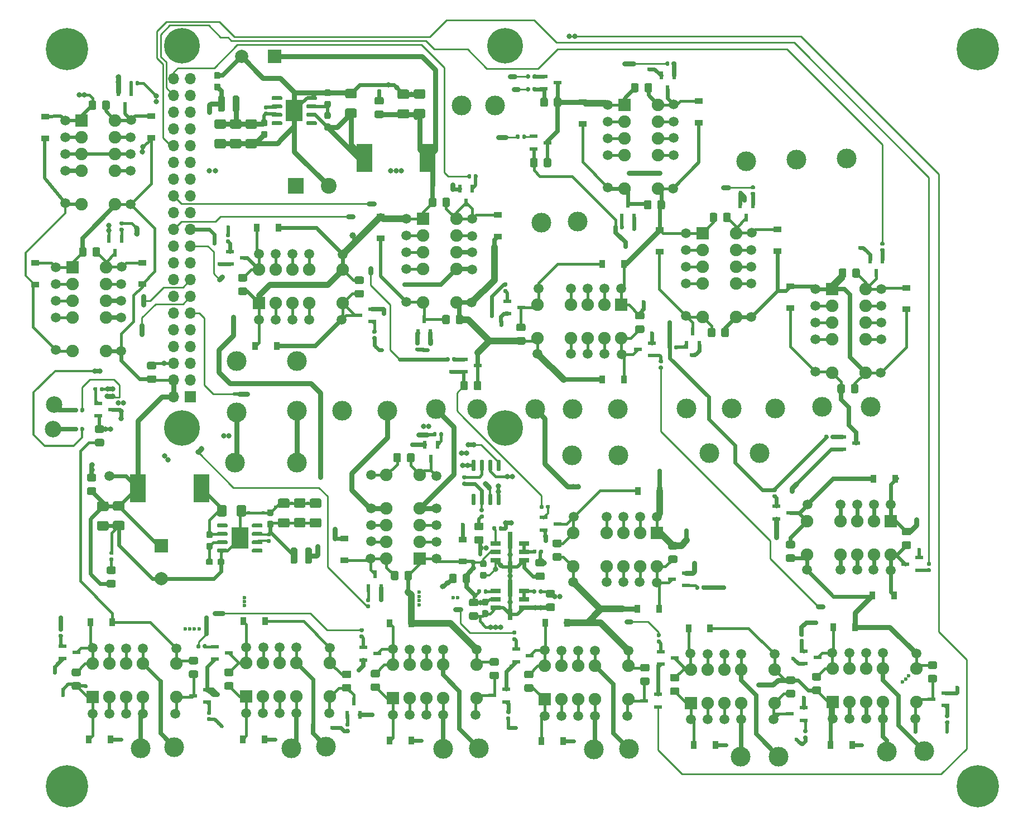
<source format=gbr>
%TF.GenerationSoftware,KiCad,Pcbnew,5.1.6-c6e7f7d~86~ubuntu18.04.1*%
%TF.CreationDate,2020-05-20T11:00:07-07:00*%
%TF.ProjectId,Cal_Station,43616c5f-5374-4617-9469-6f6e2e6b6963,rev?*%
%TF.SameCoordinates,Original*%
%TF.FileFunction,Copper,L1,Top*%
%TF.FilePolarity,Positive*%
%FSLAX46Y46*%
G04 Gerber Fmt 4.6, Leading zero omitted, Abs format (unit mm)*
G04 Created by KiCad (PCBNEW 5.1.6-c6e7f7d~86~ubuntu18.04.1) date 2020-05-20 11:00:07*
%MOMM*%
%LPD*%
G01*
G04 APERTURE LIST*
%TA.AperFunction,SMDPad,CuDef*%
%ADD10R,1.500000X0.720000*%
%TD*%
%TA.AperFunction,SMDPad,CuDef*%
%ADD11R,0.720000X1.750000*%
%TD*%
%TA.AperFunction,SMDPad,CuDef*%
%ADD12R,0.720000X2.500000*%
%TD*%
%TA.AperFunction,ComponentPad*%
%ADD13C,3.000000*%
%TD*%
%TA.AperFunction,SMDPad,CuDef*%
%ADD14C,2.500000*%
%TD*%
%TA.AperFunction,SMDPad,CuDef*%
%ADD15R,1.300000X0.600000*%
%TD*%
%TA.AperFunction,SMDPad,CuDef*%
%ADD16R,0.600000X1.300000*%
%TD*%
%TA.AperFunction,ComponentPad*%
%ADD17C,1.500000*%
%TD*%
%TA.AperFunction,ComponentPad*%
%ADD18C,1.900000*%
%TD*%
%TA.AperFunction,ComponentPad*%
%ADD19R,1.900000X1.900000*%
%TD*%
%TA.AperFunction,SMDPad,CuDef*%
%ADD20R,1.200000X0.900000*%
%TD*%
%TA.AperFunction,ComponentPad*%
%ADD21C,0.800000*%
%TD*%
%TA.AperFunction,ComponentPad*%
%ADD22C,6.400000*%
%TD*%
%TA.AperFunction,ComponentPad*%
%ADD23C,5.400000*%
%TD*%
%TA.AperFunction,ViaPad*%
%ADD24C,0.500000*%
%TD*%
%TA.AperFunction,SMDPad,CuDef*%
%ADD25R,2.514000X3.200000*%
%TD*%
%TA.AperFunction,SMDPad,CuDef*%
%ADD26C,1.000000*%
%TD*%
%TA.AperFunction,SMDPad,CuDef*%
%ADD27C,1.500000*%
%TD*%
%TA.AperFunction,ComponentPad*%
%ADD28O,1.700000X1.700000*%
%TD*%
%TA.AperFunction,ComponentPad*%
%ADD29R,1.700000X1.700000*%
%TD*%
%TA.AperFunction,SMDPad,CuDef*%
%ADD30R,2.400000X4.200000*%
%TD*%
%TA.AperFunction,SMDPad,CuDef*%
%ADD31R,0.900000X1.200000*%
%TD*%
%TA.AperFunction,ComponentPad*%
%ADD32C,2.000000*%
%TD*%
%TA.AperFunction,ComponentPad*%
%ADD33R,2.000000X2.000000*%
%TD*%
%TA.AperFunction,ComponentPad*%
%ADD34C,2.400000*%
%TD*%
%TA.AperFunction,ComponentPad*%
%ADD35R,2.400000X2.400000*%
%TD*%
%TA.AperFunction,ViaPad*%
%ADD36C,0.600000*%
%TD*%
%TA.AperFunction,ViaPad*%
%ADD37C,0.800000*%
%TD*%
%TA.AperFunction,Conductor*%
%ADD38C,0.450000*%
%TD*%
%TA.AperFunction,Conductor*%
%ADD39C,0.600000*%
%TD*%
%TA.AperFunction,Conductor*%
%ADD40C,1.000000*%
%TD*%
%TA.AperFunction,Conductor*%
%ADD41C,0.500000*%
%TD*%
%TA.AperFunction,Conductor*%
%ADD42C,0.750000*%
%TD*%
%TA.AperFunction,Conductor*%
%ADD43C,0.650000*%
%TD*%
%TA.AperFunction,Conductor*%
%ADD44C,0.950000*%
%TD*%
%TA.AperFunction,Conductor*%
%ADD45C,0.250000*%
%TD*%
%TA.AperFunction,Conductor*%
%ADD46C,0.350000*%
%TD*%
%TA.AperFunction,Conductor*%
%ADD47C,0.550000*%
%TD*%
G04 APERTURE END LIST*
%TO.P,FB2,2*%
%TO.N,Net-(FB2-Pad2)*%
%TA.AperFunction,SMDPad,CuDef*%
G36*
G01*
X107640001Y-105660000D02*
X106739999Y-105660000D01*
G75*
G02*
X106490000Y-105410001I0J249999D01*
G01*
X106490000Y-104759999D01*
G75*
G02*
X106739999Y-104510000I249999J0D01*
G01*
X107640001Y-104510000D01*
G75*
G02*
X107890000Y-104759999I0J-249999D01*
G01*
X107890000Y-105410001D01*
G75*
G02*
X107640001Y-105660000I-249999J0D01*
G01*
G37*
%TD.AperFunction*%
%TO.P,FB2,1*%
%TO.N,DAC_AUX_BUF*%
%TA.AperFunction,SMDPad,CuDef*%
G36*
G01*
X107640001Y-107710000D02*
X106739999Y-107710000D01*
G75*
G02*
X106490000Y-107460001I0J249999D01*
G01*
X106490000Y-106809999D01*
G75*
G02*
X106739999Y-106560000I249999J0D01*
G01*
X107640001Y-106560000D01*
G75*
G02*
X107890000Y-106809999I0J-249999D01*
G01*
X107890000Y-107460001D01*
G75*
G02*
X107640001Y-107710000I-249999J0D01*
G01*
G37*
%TD.AperFunction*%
%TD*%
D10*
%TO.P,U5,1*%
%TO.N,Net-(R57-Pad2)*%
X109750000Y-107680000D03*
%TO.P,U5,2*%
%TO.N,+5V*%
X109750000Y-108950000D03*
%TO.P,U5,3*%
%TO.N,PI_GND*%
X109750000Y-110220000D03*
D11*
%TO.P,U5,4*%
X111900000Y-111230000D03*
D10*
%TO.P,U5,5*%
X114050000Y-110220000D03*
%TO.P,U5,6*%
%TO.N,Net-(R58-Pad2)*%
X114050000Y-108950000D03*
%TO.P,U5,7*%
X114050000Y-107680000D03*
D12*
%TO.P,U5,8*%
%TO.N,PI_GND*%
X111900000Y-107200000D03*
%TD*%
%TO.P,U4,8*%
%TO.N,PI_GND*%
%TA.AperFunction,SMDPad,CuDef*%
G36*
G01*
X110025000Y-100110000D02*
X110325000Y-100110000D01*
G75*
G02*
X110475000Y-100260000I0J-150000D01*
G01*
X110475000Y-101710000D01*
G75*
G02*
X110325000Y-101860000I-150000J0D01*
G01*
X110025000Y-101860000D01*
G75*
G02*
X109875000Y-101710000I0J150000D01*
G01*
X109875000Y-100260000D01*
G75*
G02*
X110025000Y-100110000I150000J0D01*
G01*
G37*
%TD.AperFunction*%
%TO.P,U4,7*%
%TO.N,+5V*%
%TA.AperFunction,SMDPad,CuDef*%
G36*
G01*
X108755000Y-100110000D02*
X109055000Y-100110000D01*
G75*
G02*
X109205000Y-100260000I0J-150000D01*
G01*
X109205000Y-101710000D01*
G75*
G02*
X109055000Y-101860000I-150000J0D01*
G01*
X108755000Y-101860000D01*
G75*
G02*
X108605000Y-101710000I0J150000D01*
G01*
X108605000Y-100260000D01*
G75*
G02*
X108755000Y-100110000I150000J0D01*
G01*
G37*
%TD.AperFunction*%
%TO.P,U4,6*%
%TO.N,Net-(R52-Pad1)*%
%TA.AperFunction,SMDPad,CuDef*%
G36*
G01*
X107485000Y-100110000D02*
X107785000Y-100110000D01*
G75*
G02*
X107935000Y-100260000I0J-150000D01*
G01*
X107935000Y-101710000D01*
G75*
G02*
X107785000Y-101860000I-150000J0D01*
G01*
X107485000Y-101860000D01*
G75*
G02*
X107335000Y-101710000I0J150000D01*
G01*
X107335000Y-100260000D01*
G75*
G02*
X107485000Y-100110000I150000J0D01*
G01*
G37*
%TD.AperFunction*%
%TO.P,U4,5*%
%TO.N,N/C*%
%TA.AperFunction,SMDPad,CuDef*%
G36*
G01*
X106215000Y-100110000D02*
X106515000Y-100110000D01*
G75*
G02*
X106665000Y-100260000I0J-150000D01*
G01*
X106665000Y-101710000D01*
G75*
G02*
X106515000Y-101860000I-150000J0D01*
G01*
X106215000Y-101860000D01*
G75*
G02*
X106065000Y-101710000I0J150000D01*
G01*
X106065000Y-100260000D01*
G75*
G02*
X106215000Y-100110000I150000J0D01*
G01*
G37*
%TD.AperFunction*%
%TO.P,U4,4*%
%TO.N,PI_GND*%
%TA.AperFunction,SMDPad,CuDef*%
G36*
G01*
X106215000Y-94960000D02*
X106515000Y-94960000D01*
G75*
G02*
X106665000Y-95110000I0J-150000D01*
G01*
X106665000Y-96560000D01*
G75*
G02*
X106515000Y-96710000I-150000J0D01*
G01*
X106215000Y-96710000D01*
G75*
G02*
X106065000Y-96560000I0J150000D01*
G01*
X106065000Y-95110000D01*
G75*
G02*
X106215000Y-94960000I150000J0D01*
G01*
G37*
%TD.AperFunction*%
%TO.P,U4,3*%
%TO.N,Net-(R52-Pad2)*%
%TA.AperFunction,SMDPad,CuDef*%
G36*
G01*
X107485000Y-94960000D02*
X107785000Y-94960000D01*
G75*
G02*
X107935000Y-95110000I0J-150000D01*
G01*
X107935000Y-96560000D01*
G75*
G02*
X107785000Y-96710000I-150000J0D01*
G01*
X107485000Y-96710000D01*
G75*
G02*
X107335000Y-96560000I0J150000D01*
G01*
X107335000Y-95110000D01*
G75*
G02*
X107485000Y-94960000I150000J0D01*
G01*
G37*
%TD.AperFunction*%
%TO.P,U4,2*%
%TO.N,DAC_AUX*%
%TA.AperFunction,SMDPad,CuDef*%
G36*
G01*
X108755000Y-94960000D02*
X109055000Y-94960000D01*
G75*
G02*
X109205000Y-95110000I0J-150000D01*
G01*
X109205000Y-96560000D01*
G75*
G02*
X109055000Y-96710000I-150000J0D01*
G01*
X108755000Y-96710000D01*
G75*
G02*
X108605000Y-96560000I0J150000D01*
G01*
X108605000Y-95110000D01*
G75*
G02*
X108755000Y-94960000I150000J0D01*
G01*
G37*
%TD.AperFunction*%
%TO.P,U4,1*%
%TO.N,LTC2057_SHDN*%
%TA.AperFunction,SMDPad,CuDef*%
G36*
G01*
X110025000Y-94960000D02*
X110325000Y-94960000D01*
G75*
G02*
X110475000Y-95110000I0J-150000D01*
G01*
X110475000Y-96560000D01*
G75*
G02*
X110325000Y-96710000I-150000J0D01*
G01*
X110025000Y-96710000D01*
G75*
G02*
X109875000Y-96560000I0J150000D01*
G01*
X109875000Y-95110000D01*
G75*
G02*
X110025000Y-94960000I150000J0D01*
G01*
G37*
%TD.AperFunction*%
%TD*%
D10*
%TO.P,U3,1*%
%TO.N,Net-(R40-Pad2)*%
X109730000Y-114910000D03*
%TO.P,U3,2*%
%TO.N,+5V*%
X109730000Y-116180000D03*
%TO.P,U3,3*%
%TO.N,PI_GND*%
X109730000Y-117450000D03*
D11*
%TO.P,U3,4*%
X111880000Y-118460000D03*
D10*
%TO.P,U3,5*%
X114030000Y-117450000D03*
%TO.P,U3,6*%
%TO.N,Net-(R51-Pad2)*%
X114030000Y-116180000D03*
%TO.P,U3,7*%
X114030000Y-114910000D03*
D12*
%TO.P,U3,8*%
%TO.N,PI_GND*%
X111880000Y-114430000D03*
%TD*%
D13*
%TO.P,TP18,1*%
%TO.N,+6V*%
X109610000Y-41240000D03*
%TD*%
%TO.P,TP17,1*%
%TO.N,PI_GND*%
X104560000Y-41240000D03*
%TD*%
D14*
%TO.P,TP16,1*%
%TO.N,Net-(R54-Pad1)*%
X42570000Y-90340000D03*
%TD*%
%TO.P,TP15,1*%
%TO.N,Net-(R53-Pad1)*%
X42720000Y-86610000D03*
%TD*%
%TO.P,R58,2*%
%TO.N,Net-(R58-Pad2)*%
%TA.AperFunction,SMDPad,CuDef*%
G36*
G01*
X115920000Y-108717500D02*
X115920000Y-109062500D01*
G75*
G02*
X115772500Y-109210000I-147500J0D01*
G01*
X115477500Y-109210000D01*
G75*
G02*
X115330000Y-109062500I0J147500D01*
G01*
X115330000Y-108717500D01*
G75*
G02*
X115477500Y-108570000I147500J0D01*
G01*
X115772500Y-108570000D01*
G75*
G02*
X115920000Y-108717500I0J-147500D01*
G01*
G37*
%TD.AperFunction*%
%TO.P,R58,1*%
%TO.N,Vref_OUT*%
%TA.AperFunction,SMDPad,CuDef*%
G36*
G01*
X116890000Y-108717500D02*
X116890000Y-109062500D01*
G75*
G02*
X116742500Y-109210000I-147500J0D01*
G01*
X116447500Y-109210000D01*
G75*
G02*
X116300000Y-109062500I0J147500D01*
G01*
X116300000Y-108717500D01*
G75*
G02*
X116447500Y-108570000I147500J0D01*
G01*
X116742500Y-108570000D01*
G75*
G02*
X116890000Y-108717500I0J-147500D01*
G01*
G37*
%TD.AperFunction*%
%TD*%
%TO.P,R57,2*%
%TO.N,Net-(R57-Pad2)*%
%TA.AperFunction,SMDPad,CuDef*%
G36*
G01*
X109810000Y-105197500D02*
X109810000Y-105542500D01*
G75*
G02*
X109662500Y-105690000I-147500J0D01*
G01*
X109367500Y-105690000D01*
G75*
G02*
X109220000Y-105542500I0J147500D01*
G01*
X109220000Y-105197500D01*
G75*
G02*
X109367500Y-105050000I147500J0D01*
G01*
X109662500Y-105050000D01*
G75*
G02*
X109810000Y-105197500I0J-147500D01*
G01*
G37*
%TD.AperFunction*%
%TO.P,R57,1*%
%TO.N,+5V*%
%TA.AperFunction,SMDPad,CuDef*%
G36*
G01*
X110780000Y-105197500D02*
X110780000Y-105542500D01*
G75*
G02*
X110632500Y-105690000I-147500J0D01*
G01*
X110337500Y-105690000D01*
G75*
G02*
X110190000Y-105542500I0J147500D01*
G01*
X110190000Y-105197500D01*
G75*
G02*
X110337500Y-105050000I147500J0D01*
G01*
X110632500Y-105050000D01*
G75*
G02*
X110780000Y-105197500I0J-147500D01*
G01*
G37*
%TD.AperFunction*%
%TD*%
%TO.P,R56,2*%
%TO.N,Net-(R52-Pad1)*%
%TA.AperFunction,SMDPad,CuDef*%
G36*
G01*
X107772500Y-102900000D02*
X107427500Y-102900000D01*
G75*
G02*
X107280000Y-102752500I0J147500D01*
G01*
X107280000Y-102457500D01*
G75*
G02*
X107427500Y-102310000I147500J0D01*
G01*
X107772500Y-102310000D01*
G75*
G02*
X107920000Y-102457500I0J-147500D01*
G01*
X107920000Y-102752500D01*
G75*
G02*
X107772500Y-102900000I-147500J0D01*
G01*
G37*
%TD.AperFunction*%
%TO.P,R56,1*%
%TO.N,Net-(FB2-Pad2)*%
%TA.AperFunction,SMDPad,CuDef*%
G36*
G01*
X107772500Y-103870000D02*
X107427500Y-103870000D01*
G75*
G02*
X107280000Y-103722500I0J147500D01*
G01*
X107280000Y-103427500D01*
G75*
G02*
X107427500Y-103280000I147500J0D01*
G01*
X107772500Y-103280000D01*
G75*
G02*
X107920000Y-103427500I0J-147500D01*
G01*
X107920000Y-103722500D01*
G75*
G02*
X107772500Y-103870000I-147500J0D01*
G01*
G37*
%TD.AperFunction*%
%TD*%
%TO.P,R55,2*%
%TO.N,CAL_RESET_SIGNL*%
%TA.AperFunction,SMDPad,CuDef*%
G36*
G01*
X49680000Y-84422500D02*
X49680000Y-84077500D01*
G75*
G02*
X49827500Y-83930000I147500J0D01*
G01*
X50122500Y-83930000D01*
G75*
G02*
X50270000Y-84077500I0J-147500D01*
G01*
X50270000Y-84422500D01*
G75*
G02*
X50122500Y-84570000I-147500J0D01*
G01*
X49827500Y-84570000D01*
G75*
G02*
X49680000Y-84422500I0J147500D01*
G01*
G37*
%TD.AperFunction*%
%TO.P,R55,1*%
%TO.N,Net-(Q36-Pad1)*%
%TA.AperFunction,SMDPad,CuDef*%
G36*
G01*
X48710000Y-84422500D02*
X48710000Y-84077500D01*
G75*
G02*
X48857500Y-83930000I147500J0D01*
G01*
X49152500Y-83930000D01*
G75*
G02*
X49300000Y-84077500I0J-147500D01*
G01*
X49300000Y-84422500D01*
G75*
G02*
X49152500Y-84570000I-147500J0D01*
G01*
X48857500Y-84570000D01*
G75*
G02*
X48710000Y-84422500I0J147500D01*
G01*
G37*
%TD.AperFunction*%
%TD*%
%TO.P,R54,2*%
%TO.N,TX*%
%TA.AperFunction,SMDPad,CuDef*%
G36*
G01*
X46700000Y-90512500D02*
X46700000Y-90167500D01*
G75*
G02*
X46847500Y-90020000I147500J0D01*
G01*
X47142500Y-90020000D01*
G75*
G02*
X47290000Y-90167500I0J-147500D01*
G01*
X47290000Y-90512500D01*
G75*
G02*
X47142500Y-90660000I-147500J0D01*
G01*
X46847500Y-90660000D01*
G75*
G02*
X46700000Y-90512500I0J147500D01*
G01*
G37*
%TD.AperFunction*%
%TO.P,R54,1*%
%TO.N,Net-(R54-Pad1)*%
%TA.AperFunction,SMDPad,CuDef*%
G36*
G01*
X45730000Y-90512500D02*
X45730000Y-90167500D01*
G75*
G02*
X45877500Y-90020000I147500J0D01*
G01*
X46172500Y-90020000D01*
G75*
G02*
X46320000Y-90167500I0J-147500D01*
G01*
X46320000Y-90512500D01*
G75*
G02*
X46172500Y-90660000I-147500J0D01*
G01*
X45877500Y-90660000D01*
G75*
G02*
X45730000Y-90512500I0J147500D01*
G01*
G37*
%TD.AperFunction*%
%TD*%
%TO.P,R53,2*%
%TO.N,RX*%
%TA.AperFunction,SMDPad,CuDef*%
G36*
G01*
X46700000Y-87592500D02*
X46700000Y-87247500D01*
G75*
G02*
X46847500Y-87100000I147500J0D01*
G01*
X47142500Y-87100000D01*
G75*
G02*
X47290000Y-87247500I0J-147500D01*
G01*
X47290000Y-87592500D01*
G75*
G02*
X47142500Y-87740000I-147500J0D01*
G01*
X46847500Y-87740000D01*
G75*
G02*
X46700000Y-87592500I0J147500D01*
G01*
G37*
%TD.AperFunction*%
%TO.P,R53,1*%
%TO.N,Net-(R53-Pad1)*%
%TA.AperFunction,SMDPad,CuDef*%
G36*
G01*
X45730000Y-87592500D02*
X45730000Y-87247500D01*
G75*
G02*
X45877500Y-87100000I147500J0D01*
G01*
X46172500Y-87100000D01*
G75*
G02*
X46320000Y-87247500I0J-147500D01*
G01*
X46320000Y-87592500D01*
G75*
G02*
X46172500Y-87740000I-147500J0D01*
G01*
X45877500Y-87740000D01*
G75*
G02*
X45730000Y-87592500I0J147500D01*
G01*
G37*
%TD.AperFunction*%
%TD*%
%TO.P,R52,2*%
%TO.N,Net-(R52-Pad2)*%
%TA.AperFunction,SMDPad,CuDef*%
G36*
G01*
X105152500Y-97920000D02*
X104807500Y-97920000D01*
G75*
G02*
X104660000Y-97772500I0J147500D01*
G01*
X104660000Y-97477500D01*
G75*
G02*
X104807500Y-97330000I147500J0D01*
G01*
X105152500Y-97330000D01*
G75*
G02*
X105300000Y-97477500I0J-147500D01*
G01*
X105300000Y-97772500D01*
G75*
G02*
X105152500Y-97920000I-147500J0D01*
G01*
G37*
%TD.AperFunction*%
%TO.P,R52,1*%
%TO.N,Net-(R52-Pad1)*%
%TA.AperFunction,SMDPad,CuDef*%
G36*
G01*
X105152500Y-98890000D02*
X104807500Y-98890000D01*
G75*
G02*
X104660000Y-98742500I0J147500D01*
G01*
X104660000Y-98447500D01*
G75*
G02*
X104807500Y-98300000I147500J0D01*
G01*
X105152500Y-98300000D01*
G75*
G02*
X105300000Y-98447500I0J-147500D01*
G01*
X105300000Y-98742500D01*
G75*
G02*
X105152500Y-98890000I-147500J0D01*
G01*
G37*
%TD.AperFunction*%
%TD*%
%TO.P,R51,2*%
%TO.N,Net-(R51-Pad2)*%
%TA.AperFunction,SMDPad,CuDef*%
G36*
G01*
X115880000Y-114787500D02*
X115880000Y-115132500D01*
G75*
G02*
X115732500Y-115280000I-147500J0D01*
G01*
X115437500Y-115280000D01*
G75*
G02*
X115290000Y-115132500I0J147500D01*
G01*
X115290000Y-114787500D01*
G75*
G02*
X115437500Y-114640000I147500J0D01*
G01*
X115732500Y-114640000D01*
G75*
G02*
X115880000Y-114787500I0J-147500D01*
G01*
G37*
%TD.AperFunction*%
%TO.P,R51,1*%
%TO.N,Vref_OUT*%
%TA.AperFunction,SMDPad,CuDef*%
G36*
G01*
X116850000Y-114787500D02*
X116850000Y-115132500D01*
G75*
G02*
X116702500Y-115280000I-147500J0D01*
G01*
X116407500Y-115280000D01*
G75*
G02*
X116260000Y-115132500I0J147500D01*
G01*
X116260000Y-114787500D01*
G75*
G02*
X116407500Y-114640000I147500J0D01*
G01*
X116702500Y-114640000D01*
G75*
G02*
X116850000Y-114787500I0J-147500D01*
G01*
G37*
%TD.AperFunction*%
%TD*%
%TO.P,R50,2*%
%TO.N,K16_SET_SIGNL*%
%TA.AperFunction,SMDPad,CuDef*%
G36*
G01*
X55100000Y-38002500D02*
X55100000Y-37657500D01*
G75*
G02*
X55247500Y-37510000I147500J0D01*
G01*
X55542500Y-37510000D01*
G75*
G02*
X55690000Y-37657500I0J-147500D01*
G01*
X55690000Y-38002500D01*
G75*
G02*
X55542500Y-38150000I-147500J0D01*
G01*
X55247500Y-38150000D01*
G75*
G02*
X55100000Y-38002500I0J147500D01*
G01*
G37*
%TD.AperFunction*%
%TO.P,R50,1*%
%TO.N,Net-(Q35-Pad1)*%
%TA.AperFunction,SMDPad,CuDef*%
G36*
G01*
X54130000Y-38002500D02*
X54130000Y-37657500D01*
G75*
G02*
X54277500Y-37510000I147500J0D01*
G01*
X54572500Y-37510000D01*
G75*
G02*
X54720000Y-37657500I0J-147500D01*
G01*
X54720000Y-38002500D01*
G75*
G02*
X54572500Y-38150000I-147500J0D01*
G01*
X54277500Y-38150000D01*
G75*
G02*
X54130000Y-38002500I0J147500D01*
G01*
G37*
%TD.AperFunction*%
%TD*%
%TO.P,R41,2*%
%TO.N,K17_SET_SIGNL*%
%TA.AperFunction,SMDPad,CuDef*%
G36*
G01*
X53142500Y-59390000D02*
X52797500Y-59390000D01*
G75*
G02*
X52650000Y-59242500I0J147500D01*
G01*
X52650000Y-58947500D01*
G75*
G02*
X52797500Y-58800000I147500J0D01*
G01*
X53142500Y-58800000D01*
G75*
G02*
X53290000Y-58947500I0J-147500D01*
G01*
X53290000Y-59242500D01*
G75*
G02*
X53142500Y-59390000I-147500J0D01*
G01*
G37*
%TD.AperFunction*%
%TO.P,R41,1*%
%TO.N,Net-(Q34-Pad1)*%
%TA.AperFunction,SMDPad,CuDef*%
G36*
G01*
X53142500Y-60360000D02*
X52797500Y-60360000D01*
G75*
G02*
X52650000Y-60212500I0J147500D01*
G01*
X52650000Y-59917500D01*
G75*
G02*
X52797500Y-59770000I147500J0D01*
G01*
X53142500Y-59770000D01*
G75*
G02*
X53290000Y-59917500I0J-147500D01*
G01*
X53290000Y-60212500D01*
G75*
G02*
X53142500Y-60360000I-147500J0D01*
G01*
G37*
%TD.AperFunction*%
%TD*%
%TO.P,R40,2*%
%TO.N,Net-(R40-Pad2)*%
%TA.AperFunction,SMDPad,CuDef*%
G36*
G01*
X107900000Y-115112500D02*
X107900000Y-114767500D01*
G75*
G02*
X108047500Y-114620000I147500J0D01*
G01*
X108342500Y-114620000D01*
G75*
G02*
X108490000Y-114767500I0J-147500D01*
G01*
X108490000Y-115112500D01*
G75*
G02*
X108342500Y-115260000I-147500J0D01*
G01*
X108047500Y-115260000D01*
G75*
G02*
X107900000Y-115112500I0J147500D01*
G01*
G37*
%TD.AperFunction*%
%TO.P,R40,1*%
%TO.N,+5V*%
%TA.AperFunction,SMDPad,CuDef*%
G36*
G01*
X106930000Y-115112500D02*
X106930000Y-114767500D01*
G75*
G02*
X107077500Y-114620000I147500J0D01*
G01*
X107372500Y-114620000D01*
G75*
G02*
X107520000Y-114767500I0J-147500D01*
G01*
X107520000Y-115112500D01*
G75*
G02*
X107372500Y-115260000I-147500J0D01*
G01*
X107077500Y-115260000D01*
G75*
G02*
X106930000Y-115112500I0J147500D01*
G01*
G37*
%TD.AperFunction*%
%TD*%
D15*
%TO.P,Q36,1*%
%TO.N,Net-(Q36-Pad1)*%
X49410000Y-86430000D03*
%TO.P,Q36,2*%
%TO.N,PI_GND*%
X49410000Y-88330000D03*
%TO.P,Q36,3*%
%TO.N,CAL_RESET*%
X51510000Y-87380000D03*
%TD*%
D16*
%TO.P,Q35,1*%
%TO.N,Net-(Q35-Pad1)*%
X54420000Y-39190000D03*
%TO.P,Q35,2*%
%TO.N,PI_GND*%
X52520000Y-39190000D03*
%TO.P,Q35,3*%
%TO.N,K16_SET*%
X53470000Y-41290000D03*
%TD*%
%TO.P,Q34,1*%
%TO.N,Net-(Q34-Pad1)*%
X52960000Y-61480000D03*
%TO.P,Q34,2*%
%TO.N,PI_GND*%
X51060000Y-61480000D03*
%TO.P,Q34,3*%
%TO.N,K17_SET*%
X52010000Y-63580000D03*
%TD*%
D17*
%TO.P,K17,4*%
%TO.N,Vref_OUT*%
X42980000Y-70820000D03*
%TO.P,K17,9*%
%TO.N,PI_GND*%
X52930000Y-70815000D03*
D18*
X50580000Y-70820000D03*
%TO.P,K17,4*%
%TO.N,Vref_OUT*%
X45500000Y-70820000D03*
%TO.P,K17,8*%
%TO.N,Net-(K17-Pad8)*%
X50580000Y-68280000D03*
%TO.P,K17,7*%
%TO.N,K17_SET*%
X50580000Y-65740000D03*
%TO.P,K17,10*%
%TO.N,/34401_A/GNDA*%
X50580000Y-73360000D03*
%TO.P,K17,6*%
%TO.N,CAL_RESET*%
X45500000Y-78440000D03*
D19*
%TO.P,K17,1*%
%TO.N,PI_+5V*%
X45500000Y-65740000D03*
D18*
%TO.P,K17,12*%
X50580000Y-78440000D03*
%TO.P,K17,3*%
%TO.N,Net-(K17-Pad3)*%
X45500000Y-68280000D03*
%TO.P,K17,5*%
%TO.N,DAC_AUX_BUF*%
X45500000Y-73360000D03*
D17*
%TO.P,K17,12*%
%TO.N,PI_+5V*%
X52880000Y-78440000D03*
%TO.P,K17,10*%
%TO.N,/34401_A/GNDA*%
X52930000Y-73365000D03*
%TO.P,K17,8*%
%TO.N,Net-(K17-Pad8)*%
X52930000Y-68315000D03*
%TO.P,K17,7*%
%TO.N,K17_SET*%
X52980000Y-65715000D03*
%TO.P,K17,1*%
%TO.N,PI_+5V*%
X42980000Y-65740000D03*
%TO.P,K17,3*%
%TO.N,Net-(K17-Pad3)*%
X42980000Y-68280000D03*
%TO.P,K17,5*%
%TO.N,DAC_AUX_BUF*%
X42980000Y-73360000D03*
%TO.P,K17,6*%
%TO.N,CAL_RESET*%
X42980000Y-78290000D03*
%TD*%
%TO.P,K16,4*%
%TO.N,Net-(K16-Pad4)*%
X44410000Y-48550000D03*
%TO.P,K16,9*%
X54360000Y-48545000D03*
D18*
X52010000Y-48550000D03*
%TO.P,K16,4*%
X46930000Y-48550000D03*
%TO.P,K16,8*%
%TO.N,Net-(K16-Pad8)*%
X52010000Y-46010000D03*
%TO.P,K16,7*%
%TO.N,K16_SET*%
X52010000Y-43470000D03*
%TO.P,K16,10*%
%TO.N,/34401_A/GNDA*%
X52010000Y-51090000D03*
%TO.P,K16,6*%
%TO.N,CAL_RESET*%
X46930000Y-56170000D03*
D19*
%TO.P,K16,1*%
%TO.N,PI_+5V*%
X46930000Y-43470000D03*
D18*
%TO.P,K16,12*%
X52010000Y-56170000D03*
%TO.P,K16,3*%
%TO.N,Net-(K16-Pad3)*%
X46930000Y-46010000D03*
%TO.P,K16,5*%
%TO.N,DAC_AUX_BUF*%
X46930000Y-51090000D03*
D17*
%TO.P,K16,12*%
%TO.N,PI_+5V*%
X54310000Y-56170000D03*
%TO.P,K16,10*%
%TO.N,/34401_A/GNDA*%
X54360000Y-51095000D03*
%TO.P,K16,8*%
%TO.N,Net-(K16-Pad8)*%
X54360000Y-46045000D03*
%TO.P,K16,7*%
%TO.N,K16_SET*%
X54410000Y-43445000D03*
%TO.P,K16,1*%
%TO.N,PI_+5V*%
X44410000Y-43470000D03*
%TO.P,K16,3*%
%TO.N,Net-(K16-Pad3)*%
X44410000Y-46010000D03*
%TO.P,K16,5*%
%TO.N,DAC_AUX_BUF*%
X44410000Y-51090000D03*
%TO.P,K16,6*%
%TO.N,CAL_RESET*%
X44410000Y-56020000D03*
%TD*%
D20*
%TO.P,D36,2*%
%TO.N,CAL_RESET*%
X41380000Y-46240000D03*
%TO.P,D36,1*%
%TO.N,PI_+5V*%
X41380000Y-42940000D03*
%TD*%
%TO.P,D35,2*%
%TO.N,K17_SET*%
X56100000Y-65050000D03*
%TO.P,D35,1*%
%TO.N,PI_+5V*%
X56100000Y-68350000D03*
%TD*%
%TO.P,D34,2*%
%TO.N,CAL_RESET*%
X39850000Y-68420000D03*
%TO.P,D34,1*%
%TO.N,PI_+5V*%
X39850000Y-65120000D03*
%TD*%
%TO.P,D33,2*%
%TO.N,K16_SET*%
X57450000Y-42830000D03*
%TO.P,D33,1*%
%TO.N,PI_+5V*%
X57450000Y-46130000D03*
%TD*%
%TO.P,C66,2*%
%TO.N,PI_GND*%
%TA.AperFunction,SMDPad,CuDef*%
G36*
G01*
X117579999Y-116770000D02*
X118480001Y-116770000D01*
G75*
G02*
X118730000Y-117019999I0J-249999D01*
G01*
X118730000Y-117670001D01*
G75*
G02*
X118480001Y-117920000I-249999J0D01*
G01*
X117579999Y-117920000D01*
G75*
G02*
X117330000Y-117670001I0J249999D01*
G01*
X117330000Y-117019999D01*
G75*
G02*
X117579999Y-116770000I249999J0D01*
G01*
G37*
%TD.AperFunction*%
%TO.P,C66,1*%
%TO.N,Vref_OUT*%
%TA.AperFunction,SMDPad,CuDef*%
G36*
G01*
X117579999Y-114720000D02*
X118480001Y-114720000D01*
G75*
G02*
X118730000Y-114969999I0J-249999D01*
G01*
X118730000Y-115620001D01*
G75*
G02*
X118480001Y-115870000I-249999J0D01*
G01*
X117579999Y-115870000D01*
G75*
G02*
X117330000Y-115620001I0J249999D01*
G01*
X117330000Y-114969999D01*
G75*
G02*
X117579999Y-114720000I249999J0D01*
G01*
G37*
%TD.AperFunction*%
%TD*%
%TO.P,C64,2*%
%TO.N,PI_GND*%
%TA.AperFunction,SMDPad,CuDef*%
G36*
G01*
X107612500Y-111970000D02*
X108087500Y-111970000D01*
G75*
G02*
X108325000Y-112207500I0J-237500D01*
G01*
X108325000Y-112782500D01*
G75*
G02*
X108087500Y-113020000I-237500J0D01*
G01*
X107612500Y-113020000D01*
G75*
G02*
X107375000Y-112782500I0J237500D01*
G01*
X107375000Y-112207500D01*
G75*
G02*
X107612500Y-111970000I237500J0D01*
G01*
G37*
%TD.AperFunction*%
%TO.P,C64,1*%
%TO.N,+5V*%
%TA.AperFunction,SMDPad,CuDef*%
G36*
G01*
X107612500Y-110220000D02*
X108087500Y-110220000D01*
G75*
G02*
X108325000Y-110457500I0J-237500D01*
G01*
X108325000Y-111032500D01*
G75*
G02*
X108087500Y-111270000I-237500J0D01*
G01*
X107612500Y-111270000D01*
G75*
G02*
X107375000Y-111032500I0J237500D01*
G01*
X107375000Y-110457500D01*
G75*
G02*
X107612500Y-110220000I237500J0D01*
G01*
G37*
%TD.AperFunction*%
%TD*%
%TO.P,C63,2*%
%TO.N,PI_GND*%
%TA.AperFunction,SMDPad,CuDef*%
G36*
G01*
X105939999Y-118100000D02*
X106840001Y-118100000D01*
G75*
G02*
X107090000Y-118349999I0J-249999D01*
G01*
X107090000Y-119000001D01*
G75*
G02*
X106840001Y-119250000I-249999J0D01*
G01*
X105939999Y-119250000D01*
G75*
G02*
X105690000Y-119000001I0J249999D01*
G01*
X105690000Y-118349999D01*
G75*
G02*
X105939999Y-118100000I249999J0D01*
G01*
G37*
%TD.AperFunction*%
%TO.P,C63,1*%
%TO.N,+5V*%
%TA.AperFunction,SMDPad,CuDef*%
G36*
G01*
X105939999Y-116050000D02*
X106840001Y-116050000D01*
G75*
G02*
X107090000Y-116299999I0J-249999D01*
G01*
X107090000Y-116950001D01*
G75*
G02*
X106840001Y-117200000I-249999J0D01*
G01*
X105939999Y-117200000D01*
G75*
G02*
X105690000Y-116950001I0J249999D01*
G01*
X105690000Y-116299999D01*
G75*
G02*
X105939999Y-116050000I249999J0D01*
G01*
G37*
%TD.AperFunction*%
%TD*%
%TO.P,C61,2*%
%TO.N,CAL_RESET*%
%TA.AperFunction,SMDPad,CuDef*%
G36*
G01*
X48870001Y-98250000D02*
X47969999Y-98250000D01*
G75*
G02*
X47720000Y-98000001I0J249999D01*
G01*
X47720000Y-97349999D01*
G75*
G02*
X47969999Y-97100000I249999J0D01*
G01*
X48870001Y-97100000D01*
G75*
G02*
X49120000Y-97349999I0J-249999D01*
G01*
X49120000Y-98000001D01*
G75*
G02*
X48870001Y-98250000I-249999J0D01*
G01*
G37*
%TD.AperFunction*%
%TO.P,C61,1*%
%TO.N,PI_+5V*%
%TA.AperFunction,SMDPad,CuDef*%
G36*
G01*
X48870001Y-100300000D02*
X47969999Y-100300000D01*
G75*
G02*
X47720000Y-100050001I0J249999D01*
G01*
X47720000Y-99399999D01*
G75*
G02*
X47969999Y-99150000I249999J0D01*
G01*
X48870001Y-99150000D01*
G75*
G02*
X49120000Y-99399999I0J-249999D01*
G01*
X49120000Y-100050001D01*
G75*
G02*
X48870001Y-100300000I-249999J0D01*
G01*
G37*
%TD.AperFunction*%
%TD*%
%TO.P,C60,2*%
%TO.N,PI_GND*%
%TA.AperFunction,SMDPad,CuDef*%
G36*
G01*
X50070001Y-90890000D02*
X49169999Y-90890000D01*
G75*
G02*
X48920000Y-90640001I0J249999D01*
G01*
X48920000Y-89989999D01*
G75*
G02*
X49169999Y-89740000I249999J0D01*
G01*
X50070001Y-89740000D01*
G75*
G02*
X50320000Y-89989999I0J-249999D01*
G01*
X50320000Y-90640001D01*
G75*
G02*
X50070001Y-90890000I-249999J0D01*
G01*
G37*
%TD.AperFunction*%
%TO.P,C60,1*%
%TO.N,+5V*%
%TA.AperFunction,SMDPad,CuDef*%
G36*
G01*
X50070001Y-92940000D02*
X49169999Y-92940000D01*
G75*
G02*
X48920000Y-92690001I0J249999D01*
G01*
X48920000Y-92039999D01*
G75*
G02*
X49169999Y-91790000I249999J0D01*
G01*
X50070001Y-91790000D01*
G75*
G02*
X50320000Y-92039999I0J-249999D01*
G01*
X50320000Y-92690001D01*
G75*
G02*
X50070001Y-92940000I-249999J0D01*
G01*
G37*
%TD.AperFunction*%
%TD*%
%TO.P,C59,2*%
%TO.N,PI_GND*%
%TA.AperFunction,SMDPad,CuDef*%
G36*
G01*
X116009999Y-112070000D02*
X116910001Y-112070000D01*
G75*
G02*
X117160000Y-112319999I0J-249999D01*
G01*
X117160000Y-112970001D01*
G75*
G02*
X116910001Y-113220000I-249999J0D01*
G01*
X116009999Y-113220000D01*
G75*
G02*
X115760000Y-112970001I0J249999D01*
G01*
X115760000Y-112319999D01*
G75*
G02*
X116009999Y-112070000I249999J0D01*
G01*
G37*
%TD.AperFunction*%
%TO.P,C59,1*%
%TO.N,Vref_OUT*%
%TA.AperFunction,SMDPad,CuDef*%
G36*
G01*
X116009999Y-110020000D02*
X116910001Y-110020000D01*
G75*
G02*
X117160000Y-110269999I0J-249999D01*
G01*
X117160000Y-110920001D01*
G75*
G02*
X116910001Y-111170000I-249999J0D01*
G01*
X116009999Y-111170000D01*
G75*
G02*
X115760000Y-110920001I0J249999D01*
G01*
X115760000Y-110269999D01*
G75*
G02*
X116009999Y-110020000I249999J0D01*
G01*
G37*
%TD.AperFunction*%
%TD*%
%TO.P,C57,2*%
%TO.N,K16_SET*%
%TA.AperFunction,SMDPad,CuDef*%
G36*
G01*
X50020000Y-41620001D02*
X50020000Y-40719999D01*
G75*
G02*
X50269999Y-40470000I249999J0D01*
G01*
X50920001Y-40470000D01*
G75*
G02*
X51170000Y-40719999I0J-249999D01*
G01*
X51170000Y-41620001D01*
G75*
G02*
X50920001Y-41870000I-249999J0D01*
G01*
X50269999Y-41870000D01*
G75*
G02*
X50020000Y-41620001I0J249999D01*
G01*
G37*
%TD.AperFunction*%
%TO.P,C57,1*%
%TO.N,PI_+5V*%
%TA.AperFunction,SMDPad,CuDef*%
G36*
G01*
X47970000Y-41620001D02*
X47970000Y-40719999D01*
G75*
G02*
X48219999Y-40470000I249999J0D01*
G01*
X48870001Y-40470000D01*
G75*
G02*
X49120000Y-40719999I0J-249999D01*
G01*
X49120000Y-41620001D01*
G75*
G02*
X48870001Y-41870000I-249999J0D01*
G01*
X48219999Y-41870000D01*
G75*
G02*
X47970000Y-41620001I0J249999D01*
G01*
G37*
%TD.AperFunction*%
%TD*%
%TO.P,C56,2*%
%TO.N,K17_SET*%
%TA.AperFunction,SMDPad,CuDef*%
G36*
G01*
X48560000Y-63890001D02*
X48560000Y-62989999D01*
G75*
G02*
X48809999Y-62740000I249999J0D01*
G01*
X49460001Y-62740000D01*
G75*
G02*
X49710000Y-62989999I0J-249999D01*
G01*
X49710000Y-63890001D01*
G75*
G02*
X49460001Y-64140000I-249999J0D01*
G01*
X48809999Y-64140000D01*
G75*
G02*
X48560000Y-63890001I0J249999D01*
G01*
G37*
%TD.AperFunction*%
%TO.P,C56,1*%
%TO.N,PI_+5V*%
%TA.AperFunction,SMDPad,CuDef*%
G36*
G01*
X46510000Y-63890001D02*
X46510000Y-62989999D01*
G75*
G02*
X46759999Y-62740000I249999J0D01*
G01*
X47410001Y-62740000D01*
G75*
G02*
X47660000Y-62989999I0J-249999D01*
G01*
X47660000Y-63890001D01*
G75*
G02*
X47410001Y-64140000I-249999J0D01*
G01*
X46759999Y-64140000D01*
G75*
G02*
X46510000Y-63890001I0J249999D01*
G01*
G37*
%TD.AperFunction*%
%TD*%
%TO.P,C55,2*%
%TO.N,PI_GND*%
%TA.AperFunction,SMDPad,CuDef*%
G36*
G01*
X107892500Y-117790000D02*
X108367500Y-117790000D01*
G75*
G02*
X108605000Y-118027500I0J-237500D01*
G01*
X108605000Y-118602500D01*
G75*
G02*
X108367500Y-118840000I-237500J0D01*
G01*
X107892500Y-118840000D01*
G75*
G02*
X107655000Y-118602500I0J237500D01*
G01*
X107655000Y-118027500D01*
G75*
G02*
X107892500Y-117790000I237500J0D01*
G01*
G37*
%TD.AperFunction*%
%TO.P,C55,1*%
%TO.N,+5V*%
%TA.AperFunction,SMDPad,CuDef*%
G36*
G01*
X107892500Y-116040000D02*
X108367500Y-116040000D01*
G75*
G02*
X108605000Y-116277500I0J-237500D01*
G01*
X108605000Y-116852500D01*
G75*
G02*
X108367500Y-117090000I-237500J0D01*
G01*
X107892500Y-117090000D01*
G75*
G02*
X107655000Y-116852500I0J237500D01*
G01*
X107655000Y-116277500D01*
G75*
G02*
X107892500Y-116040000I237500J0D01*
G01*
G37*
%TD.AperFunction*%
%TD*%
%TO.P,C54,2*%
%TO.N,PI_GND*%
%TA.AperFunction,SMDPad,CuDef*%
G36*
G01*
X103810000Y-112519999D02*
X103810000Y-113420001D01*
G75*
G02*
X103560001Y-113670000I-249999J0D01*
G01*
X102909999Y-113670000D01*
G75*
G02*
X102660000Y-113420001I0J249999D01*
G01*
X102660000Y-112519999D01*
G75*
G02*
X102909999Y-112270000I249999J0D01*
G01*
X103560001Y-112270000D01*
G75*
G02*
X103810000Y-112519999I0J-249999D01*
G01*
G37*
%TD.AperFunction*%
%TO.P,C54,1*%
%TO.N,+5V*%
%TA.AperFunction,SMDPad,CuDef*%
G36*
G01*
X105860000Y-112519999D02*
X105860000Y-113420001D01*
G75*
G02*
X105610001Y-113670000I-249999J0D01*
G01*
X104959999Y-113670000D01*
G75*
G02*
X104710000Y-113420001I0J249999D01*
G01*
X104710000Y-112519999D01*
G75*
G02*
X104959999Y-112270000I249999J0D01*
G01*
X105610001Y-112270000D01*
G75*
G02*
X105860000Y-112519999I0J-249999D01*
G01*
G37*
%TD.AperFunction*%
%TD*%
D21*
%TO.P,H8,1*%
%TO.N,N/C*%
X46377056Y-30992944D03*
X44680000Y-30290000D03*
X42982944Y-30992944D03*
X42280000Y-32690000D03*
X42982944Y-34387056D03*
X44680000Y-35090000D03*
X46377056Y-34387056D03*
X47080000Y-32690000D03*
D22*
X44680000Y-32690000D03*
%TD*%
D21*
%TO.P,H7,1*%
%TO.N,N/C*%
X184527056Y-30992944D03*
X182830000Y-30290000D03*
X181132944Y-30992944D03*
X180430000Y-32690000D03*
X181132944Y-34387056D03*
X182830000Y-35090000D03*
X184527056Y-34387056D03*
X185230000Y-32690000D03*
D22*
X182830000Y-32690000D03*
%TD*%
D21*
%TO.P,H6,1*%
%TO.N,N/C*%
X46377056Y-142782944D03*
X44680000Y-142080000D03*
X42982944Y-142782944D03*
X42280000Y-144480000D03*
X42982944Y-146177056D03*
X44680000Y-146880000D03*
X46377056Y-146177056D03*
X47080000Y-144480000D03*
D22*
X44680000Y-144480000D03*
%TD*%
D21*
%TO.P,H5,1*%
%TO.N,N/C*%
X184527056Y-142802944D03*
X182830000Y-142100000D03*
X181132944Y-142802944D03*
X180430000Y-144500000D03*
X181132944Y-146197056D03*
X182830000Y-146900000D03*
X184527056Y-146197056D03*
X185230000Y-144500000D03*
D22*
X182830000Y-144500000D03*
%TD*%
D21*
%TO.P,H4,1*%
%TO.N,N/C*%
X112601891Y-30688109D03*
X111170000Y-30095000D03*
X109738109Y-30688109D03*
X109145000Y-32120000D03*
X109738109Y-33551891D03*
X111170000Y-34145000D03*
X112601891Y-33551891D03*
X113195000Y-32120000D03*
D23*
X111170000Y-32120000D03*
%TD*%
D21*
%TO.P,H3,1*%
%TO.N,N/C*%
X63601891Y-88688109D03*
X62170000Y-88095000D03*
X60738109Y-88688109D03*
X60145000Y-90120000D03*
X60738109Y-91551891D03*
X62170000Y-92145000D03*
X63601891Y-91551891D03*
X64195000Y-90120000D03*
D23*
X62170000Y-90120000D03*
%TD*%
D21*
%TO.P,H2,1*%
%TO.N,N/C*%
X112601891Y-88688109D03*
X111170000Y-88095000D03*
X109738109Y-88688109D03*
X109145000Y-90120000D03*
X109738109Y-91551891D03*
X111170000Y-92145000D03*
X112601891Y-91551891D03*
X113195000Y-90120000D03*
D23*
X111170000Y-90120000D03*
%TD*%
D21*
%TO.P,H1,1*%
%TO.N,N/C*%
X63601891Y-30688109D03*
X62170000Y-30095000D03*
X60738109Y-30688109D03*
X60145000Y-32120000D03*
X60738109Y-33551891D03*
X62170000Y-34145000D03*
X63601891Y-33551891D03*
X64195000Y-32120000D03*
D23*
X62170000Y-32120000D03*
%TD*%
D17*
%TO.P,K14,4*%
%TO.N,/34401_B/REF100+*%
X164544000Y-101742000D03*
%TO.P,K14,9*%
%TO.N,/34401_B/REF100_RTN*%
X164549000Y-111692000D03*
D18*
X164544000Y-109342000D03*
%TO.P,K14,4*%
%TO.N,/34401_B/REF100+*%
X164544000Y-104262000D03*
%TO.P,K14,8*%
%TO.N,Net-(K14-Pad8)*%
X167084000Y-109342000D03*
%TO.P,K14,7*%
%TO.N,K14_SET*%
X169624000Y-109342000D03*
%TO.P,K14,10*%
%TO.N,/34401_B/34401B_RTN*%
X162004000Y-109342000D03*
%TO.P,K14,6*%
%TO.N,K14_RESET*%
X156924000Y-104262000D03*
D19*
%TO.P,K14,1*%
%TO.N,+5V*%
X169624000Y-104262000D03*
D18*
%TO.P,K14,12*%
X156924000Y-109342000D03*
%TO.P,K14,3*%
%TO.N,Net-(K14-Pad3)*%
X167084000Y-104262000D03*
%TO.P,K14,5*%
%TO.N,/34401_B/34401B_I+*%
X162004000Y-104262000D03*
D17*
%TO.P,K14,12*%
%TO.N,+5V*%
X156924000Y-111642000D03*
%TO.P,K14,10*%
%TO.N,/34401_B/34401B_RTN*%
X161999000Y-111692000D03*
%TO.P,K14,8*%
%TO.N,Net-(K14-Pad8)*%
X167049000Y-111692000D03*
%TO.P,K14,7*%
%TO.N,K14_SET*%
X169649000Y-111742000D03*
%TO.P,K14,1*%
%TO.N,+5V*%
X169624000Y-101742000D03*
%TO.P,K14,3*%
%TO.N,Net-(K14-Pad3)*%
X167084000Y-101742000D03*
%TO.P,K14,5*%
%TO.N,/34401_B/34401B_I+*%
X162004000Y-101742000D03*
%TO.P,K14,6*%
%TO.N,K14_RESET*%
X157074000Y-101742000D03*
%TD*%
D13*
%TO.P,J28,1*%
%TO.N,/34401_B/REF100+*%
X142130000Y-94000000D03*
%TD*%
%TO.P,J27,1*%
%TO.N,/34401_B/REF100_RTN*%
X149790000Y-94000000D03*
%TD*%
%TO.P,J26,1*%
%TO.N,/34401_B/34401B_I+*%
X162930000Y-49260000D03*
%TD*%
%TO.P,J25,1*%
%TO.N,/34401_B/34401B_RTN*%
X155320000Y-49400000D03*
%TD*%
%TO.P,J24,1*%
%TO.N,/34401_B/34401B_V+*%
X147750000Y-49660000D03*
%TD*%
%TO.P,J23,1*%
%TO.N,/34401_B/I_LOAD*%
X159204000Y-86946000D03*
%TD*%
%TO.P,J22,1*%
%TO.N,/34401_B/VLoad_div8*%
X152092000Y-87200000D03*
%TD*%
%TO.P,J20,1*%
%TO.N,/34401_B/GND*%
X145488000Y-87200000D03*
%TD*%
%TO.P,J19,1*%
%TO.N,/34401_A/34401A_RTN*%
X116620000Y-58990000D03*
%TD*%
%TO.P,J18,1*%
%TO.N,/34401_A/34401A_V+*%
X122190000Y-58810000D03*
%TD*%
%TO.P,J17,1*%
%TO.N,/34401_B/CoolerV*%
X138630000Y-87200000D03*
%TD*%
%TO.P,J16,1*%
%TO.N,/34401_A/LOAD_RTN*%
X79580000Y-80000000D03*
%TD*%
%TO.P,J15,1*%
%TO.N,/34401_A/LOAD+*%
X70430000Y-80000000D03*
%TD*%
%TO.P,J14,1*%
%TO.N,DAC_AUX_BUF*%
X128320000Y-94300000D03*
%TD*%
%TO.P,J13,1*%
%TO.N,/34401_A/GNDA*%
X128290000Y-87300000D03*
%TD*%
%TO.P,J12,1*%
%TO.N,DAC_AUX*%
X121320000Y-94300000D03*
%TD*%
%TO.P,J11,1*%
%TO.N,/34401_A/GNDA*%
X121360000Y-87300000D03*
%TD*%
%TO.P,J10,1*%
%TO.N,/34401_B/LOAD_RTN*%
X166570000Y-86946000D03*
%TD*%
%TO.P,J9,1*%
%TO.N,/34401_A/2V5_filt*%
X115720000Y-87280000D03*
%TD*%
%TO.P,J8,1*%
%TO.N,/34401_A/COOLERV_div4*%
X106950000Y-87300000D03*
%TD*%
%TO.P,J7,1*%
%TO.N,Net-(J7-Pad1)*%
X100660000Y-87300000D03*
%TD*%
%TO.P,J6,1*%
%TO.N,/PWR_IN*%
X86436000Y-87562000D03*
%TD*%
%TO.P,J5,1*%
%TO.N,Net-(J5-Pad1)*%
X93294000Y-87562000D03*
%TD*%
%TO.P,J4,1*%
%TO.N,Net-(J3-Pad1)*%
X79578000Y-95436000D03*
%TD*%
%TO.P,J3,1*%
%TO.N,Net-(J3-Pad1)*%
X79580000Y-87560000D03*
%TD*%
%TO.P,J2,1*%
%TO.N,/PWR_RTN*%
X70180000Y-95436000D03*
%TD*%
%TO.P,J1,1*%
%TO.N,/PWR_RTN*%
X70430000Y-87816000D03*
%TD*%
D24*
%TO.N,PI_GND*%
%TO.C,U2*%
X79870000Y-43010000D03*
X78470000Y-43010000D03*
X79870000Y-42010000D03*
X78470000Y-42010000D03*
X79870000Y-41010000D03*
X78470000Y-41010000D03*
D25*
%TD*%
%TO.P,U2,9*%
%TO.N,PI_GND*%
X79170000Y-42010000D03*
%TO.P,U2,8*%
%TO.N,PI_GND*%
%TA.AperFunction,SMDPad,CuDef*%
G36*
G01*
X80995000Y-40255000D02*
X80995000Y-39955000D01*
G75*
G02*
X81145000Y-39805000I150000J0D01*
G01*
X82470000Y-39805000D01*
G75*
G02*
X82620000Y-39955000I0J-150000D01*
G01*
X82620000Y-40255000D01*
G75*
G02*
X82470000Y-40405000I-150000J0D01*
G01*
X81145000Y-40405000D01*
G75*
G02*
X80995000Y-40255000I0J150000D01*
G01*
G37*
%TD.AperFunction*%
%TO.P,U2,7*%
%TO.N,Net-(R46-Pad2)*%
%TA.AperFunction,SMDPad,CuDef*%
G36*
G01*
X80995000Y-41525000D02*
X80995000Y-41225000D01*
G75*
G02*
X81145000Y-41075000I150000J0D01*
G01*
X82470000Y-41075000D01*
G75*
G02*
X82620000Y-41225000I0J-150000D01*
G01*
X82620000Y-41525000D01*
G75*
G02*
X82470000Y-41675000I-150000J0D01*
G01*
X81145000Y-41675000D01*
G75*
G02*
X80995000Y-41525000I0J150000D01*
G01*
G37*
%TD.AperFunction*%
%TO.P,U2,6*%
%TO.N,/PI_Power_Supply/+5V_unfilt*%
%TA.AperFunction,SMDPad,CuDef*%
G36*
G01*
X80995000Y-42795000D02*
X80995000Y-42495000D01*
G75*
G02*
X81145000Y-42345000I150000J0D01*
G01*
X82470000Y-42345000D01*
G75*
G02*
X82620000Y-42495000I0J-150000D01*
G01*
X82620000Y-42795000D01*
G75*
G02*
X82470000Y-42945000I-150000J0D01*
G01*
X81145000Y-42945000D01*
G75*
G02*
X80995000Y-42795000I0J150000D01*
G01*
G37*
%TD.AperFunction*%
%TO.P,U2,5*%
%TO.N,Net-(U2-Pad5)*%
%TA.AperFunction,SMDPad,CuDef*%
G36*
G01*
X80995000Y-44065000D02*
X80995000Y-43765000D01*
G75*
G02*
X81145000Y-43615000I150000J0D01*
G01*
X82470000Y-43615000D01*
G75*
G02*
X82620000Y-43765000I0J-150000D01*
G01*
X82620000Y-44065000D01*
G75*
G02*
X82470000Y-44215000I-150000J0D01*
G01*
X81145000Y-44215000D01*
G75*
G02*
X80995000Y-44065000I0J150000D01*
G01*
G37*
%TD.AperFunction*%
%TO.P,U2,4*%
%TO.N,Net-(U2-Pad4)*%
%TA.AperFunction,SMDPad,CuDef*%
G36*
G01*
X75720000Y-44065000D02*
X75720000Y-43765000D01*
G75*
G02*
X75870000Y-43615000I150000J0D01*
G01*
X77195000Y-43615000D01*
G75*
G02*
X77345000Y-43765000I0J-150000D01*
G01*
X77345000Y-44065000D01*
G75*
G02*
X77195000Y-44215000I-150000J0D01*
G01*
X75870000Y-44215000D01*
G75*
G02*
X75720000Y-44065000I0J150000D01*
G01*
G37*
%TD.AperFunction*%
%TO.P,U2,3*%
%TO.N,Net-(C37-Pad1)*%
%TA.AperFunction,SMDPad,CuDef*%
G36*
G01*
X75720000Y-42795000D02*
X75720000Y-42495000D01*
G75*
G02*
X75870000Y-42345000I150000J0D01*
G01*
X77195000Y-42345000D01*
G75*
G02*
X77345000Y-42495000I0J-150000D01*
G01*
X77345000Y-42795000D01*
G75*
G02*
X77195000Y-42945000I-150000J0D01*
G01*
X75870000Y-42945000D01*
G75*
G02*
X75720000Y-42795000I0J150000D01*
G01*
G37*
%TD.AperFunction*%
%TO.P,U2,2*%
%TO.N,Net-(R43-Pad1)*%
%TA.AperFunction,SMDPad,CuDef*%
G36*
G01*
X75720000Y-41525000D02*
X75720000Y-41225000D01*
G75*
G02*
X75870000Y-41075000I150000J0D01*
G01*
X77195000Y-41075000D01*
G75*
G02*
X77345000Y-41225000I0J-150000D01*
G01*
X77345000Y-41525000D01*
G75*
G02*
X77195000Y-41675000I-150000J0D01*
G01*
X75870000Y-41675000D01*
G75*
G02*
X75720000Y-41525000I0J150000D01*
G01*
G37*
%TD.AperFunction*%
%TO.P,U2,1*%
%TO.N,Net-(U2-Pad1)*%
%TA.AperFunction,SMDPad,CuDef*%
G36*
G01*
X75720000Y-40255000D02*
X75720000Y-39955000D01*
G75*
G02*
X75870000Y-39805000I150000J0D01*
G01*
X77195000Y-39805000D01*
G75*
G02*
X77345000Y-39955000I0J-150000D01*
G01*
X77345000Y-40255000D01*
G75*
G02*
X77195000Y-40405000I-150000J0D01*
G01*
X75870000Y-40405000D01*
G75*
G02*
X75720000Y-40255000I0J150000D01*
G01*
G37*
%TD.AperFunction*%
%TD*%
D24*
%TO.N,PI_GND*%
%TO.C,U1*%
X70206000Y-105862000D03*
X71606000Y-105862000D03*
X70206000Y-106862000D03*
X71606000Y-106862000D03*
X70206000Y-107862000D03*
X71606000Y-107862000D03*
D25*
%TD*%
%TO.P,U1,9*%
%TO.N,PI_GND*%
X70906000Y-106862000D03*
%TO.P,U1,8*%
%TO.N,PI_GND*%
%TA.AperFunction,SMDPad,CuDef*%
G36*
G01*
X69081000Y-108617000D02*
X69081000Y-108917000D01*
G75*
G02*
X68931000Y-109067000I-150000J0D01*
G01*
X67606000Y-109067000D01*
G75*
G02*
X67456000Y-108917000I0J150000D01*
G01*
X67456000Y-108617000D01*
G75*
G02*
X67606000Y-108467000I150000J0D01*
G01*
X68931000Y-108467000D01*
G75*
G02*
X69081000Y-108617000I0J-150000D01*
G01*
G37*
%TD.AperFunction*%
%TO.P,U1,7*%
%TO.N,Net-(R44-Pad2)*%
%TA.AperFunction,SMDPad,CuDef*%
G36*
G01*
X69081000Y-107347000D02*
X69081000Y-107647000D01*
G75*
G02*
X68931000Y-107797000I-150000J0D01*
G01*
X67606000Y-107797000D01*
G75*
G02*
X67456000Y-107647000I0J150000D01*
G01*
X67456000Y-107347000D01*
G75*
G02*
X67606000Y-107197000I150000J0D01*
G01*
X68931000Y-107197000D01*
G75*
G02*
X69081000Y-107347000I0J-150000D01*
G01*
G37*
%TD.AperFunction*%
%TO.P,U1,6*%
%TO.N,/PI_Power_Supply/PI_PS*%
%TA.AperFunction,SMDPad,CuDef*%
G36*
G01*
X69081000Y-106077000D02*
X69081000Y-106377000D01*
G75*
G02*
X68931000Y-106527000I-150000J0D01*
G01*
X67606000Y-106527000D01*
G75*
G02*
X67456000Y-106377000I0J150000D01*
G01*
X67456000Y-106077000D01*
G75*
G02*
X67606000Y-105927000I150000J0D01*
G01*
X68931000Y-105927000D01*
G75*
G02*
X69081000Y-106077000I0J-150000D01*
G01*
G37*
%TD.AperFunction*%
%TO.P,U1,5*%
%TO.N,Net-(U1-Pad5)*%
%TA.AperFunction,SMDPad,CuDef*%
G36*
G01*
X69081000Y-104807000D02*
X69081000Y-105107000D01*
G75*
G02*
X68931000Y-105257000I-150000J0D01*
G01*
X67606000Y-105257000D01*
G75*
G02*
X67456000Y-105107000I0J150000D01*
G01*
X67456000Y-104807000D01*
G75*
G02*
X67606000Y-104657000I150000J0D01*
G01*
X68931000Y-104657000D01*
G75*
G02*
X69081000Y-104807000I0J-150000D01*
G01*
G37*
%TD.AperFunction*%
%TO.P,U1,4*%
%TO.N,Net-(U1-Pad4)*%
%TA.AperFunction,SMDPad,CuDef*%
G36*
G01*
X74356000Y-104807000D02*
X74356000Y-105107000D01*
G75*
G02*
X74206000Y-105257000I-150000J0D01*
G01*
X72881000Y-105257000D01*
G75*
G02*
X72731000Y-105107000I0J150000D01*
G01*
X72731000Y-104807000D01*
G75*
G02*
X72881000Y-104657000I150000J0D01*
G01*
X74206000Y-104657000D01*
G75*
G02*
X74356000Y-104807000I0J-150000D01*
G01*
G37*
%TD.AperFunction*%
%TO.P,U1,3*%
%TO.N,Net-(C36-Pad1)*%
%TA.AperFunction,SMDPad,CuDef*%
G36*
G01*
X74356000Y-106077000D02*
X74356000Y-106377000D01*
G75*
G02*
X74206000Y-106527000I-150000J0D01*
G01*
X72881000Y-106527000D01*
G75*
G02*
X72731000Y-106377000I0J150000D01*
G01*
X72731000Y-106077000D01*
G75*
G02*
X72881000Y-105927000I150000J0D01*
G01*
X74206000Y-105927000D01*
G75*
G02*
X74356000Y-106077000I0J-150000D01*
G01*
G37*
%TD.AperFunction*%
%TO.P,U1,2*%
%TO.N,Net-(R42-Pad1)*%
%TA.AperFunction,SMDPad,CuDef*%
G36*
G01*
X74356000Y-107347000D02*
X74356000Y-107647000D01*
G75*
G02*
X74206000Y-107797000I-150000J0D01*
G01*
X72881000Y-107797000D01*
G75*
G02*
X72731000Y-107647000I0J150000D01*
G01*
X72731000Y-107347000D01*
G75*
G02*
X72881000Y-107197000I150000J0D01*
G01*
X74206000Y-107197000D01*
G75*
G02*
X74356000Y-107347000I0J-150000D01*
G01*
G37*
%TD.AperFunction*%
%TO.P,U1,1*%
%TO.N,Net-(U1-Pad1)*%
%TA.AperFunction,SMDPad,CuDef*%
G36*
G01*
X74356000Y-108617000D02*
X74356000Y-108917000D01*
G75*
G02*
X74206000Y-109067000I-150000J0D01*
G01*
X72881000Y-109067000D01*
G75*
G02*
X72731000Y-108917000I0J150000D01*
G01*
X72731000Y-108617000D01*
G75*
G02*
X72881000Y-108467000I150000J0D01*
G01*
X74206000Y-108467000D01*
G75*
G02*
X74356000Y-108617000I0J-150000D01*
G01*
G37*
%TD.AperFunction*%
%TD*%
D13*
%TO.P,TP14,1*%
%TO.N,Net-(K3-Pad5)*%
X124580000Y-138900000D03*
%TD*%
%TO.P,TP13,1*%
%TO.N,Net-(K3-Pad10)*%
X129980000Y-138840000D03*
%TD*%
%TO.P,TP12,1*%
%TO.N,Net-(K2-Pad5)*%
X146920000Y-140060000D03*
%TD*%
%TO.P,TP11,1*%
%TO.N,Net-(K2-Pad10)*%
X152650000Y-139980000D03*
%TD*%
%TO.P,TP10,1*%
%TO.N,Net-(K7-Pad5)*%
X169050000Y-139230000D03*
%TD*%
%TO.P,TP9,1*%
%TO.N,Net-(K7-Pad10)*%
X174750000Y-139200000D03*
%TD*%
%TO.P,TP8,1*%
%TO.N,Net-(K6-Pad5)*%
X55870000Y-138730000D03*
%TD*%
%TO.P,TP7,1*%
%TO.N,Net-(K6-Pad10)*%
X60950000Y-138540000D03*
%TD*%
%TO.P,TP6,1*%
%TO.N,Net-(K5-Pad5)*%
X78730000Y-138740000D03*
%TD*%
%TO.P,TP5,1*%
%TO.N,Net-(K5-Pad10)*%
X84010000Y-138480000D03*
%TD*%
%TO.P,TP4,1*%
%TO.N,Net-(K4-Pad5)*%
X101740000Y-138830000D03*
%TD*%
%TO.P,TP3,1*%
%TO.N,Net-(K4-Pad10)*%
X107210000Y-138750000D03*
%TD*%
D26*
%TO.P,TP2,1*%
%TO.N,+5V*%
X88020000Y-60970000D03*
%TD*%
D27*
%TO.P,TP1,1*%
%TO.N,PI_+5V*%
X51150000Y-97420000D03*
%TD*%
%TO.P,R49,2*%
%TO.N,PI_GND*%
%TA.AperFunction,SMDPad,CuDef*%
G36*
G01*
X92222500Y-38390000D02*
X91877500Y-38390000D01*
G75*
G02*
X91730000Y-38242500I0J147500D01*
G01*
X91730000Y-37947500D01*
G75*
G02*
X91877500Y-37800000I147500J0D01*
G01*
X92222500Y-37800000D01*
G75*
G02*
X92370000Y-37947500I0J-147500D01*
G01*
X92370000Y-38242500D01*
G75*
G02*
X92222500Y-38390000I-147500J0D01*
G01*
G37*
%TD.AperFunction*%
%TO.P,R49,1*%
%TO.N,Net-(D32-Pad1)*%
%TA.AperFunction,SMDPad,CuDef*%
G36*
G01*
X92222500Y-39360000D02*
X91877500Y-39360000D01*
G75*
G02*
X91730000Y-39212500I0J147500D01*
G01*
X91730000Y-38917500D01*
G75*
G02*
X91877500Y-38770000I147500J0D01*
G01*
X92222500Y-38770000D01*
G75*
G02*
X92370000Y-38917500I0J-147500D01*
G01*
X92370000Y-39212500D01*
G75*
G02*
X92222500Y-39360000I-147500J0D01*
G01*
G37*
%TD.AperFunction*%
%TD*%
%TO.P,R48,2*%
%TO.N,PI_GND*%
%TA.AperFunction,SMDPad,CuDef*%
G36*
G01*
X51608500Y-109402000D02*
X51263500Y-109402000D01*
G75*
G02*
X51116000Y-109254500I0J147500D01*
G01*
X51116000Y-108959500D01*
G75*
G02*
X51263500Y-108812000I147500J0D01*
G01*
X51608500Y-108812000D01*
G75*
G02*
X51756000Y-108959500I0J-147500D01*
G01*
X51756000Y-109254500D01*
G75*
G02*
X51608500Y-109402000I-147500J0D01*
G01*
G37*
%TD.AperFunction*%
%TO.P,R48,1*%
%TO.N,Net-(D31-Pad1)*%
%TA.AperFunction,SMDPad,CuDef*%
G36*
G01*
X51608500Y-110372000D02*
X51263500Y-110372000D01*
G75*
G02*
X51116000Y-110224500I0J147500D01*
G01*
X51116000Y-109929500D01*
G75*
G02*
X51263500Y-109782000I147500J0D01*
G01*
X51608500Y-109782000D01*
G75*
G02*
X51756000Y-109929500I0J-147500D01*
G01*
X51756000Y-110224500D01*
G75*
G02*
X51608500Y-110372000I-147500J0D01*
G01*
G37*
%TD.AperFunction*%
%TD*%
%TO.P,R47,2*%
%TO.N,PI_GND*%
%TA.AperFunction,SMDPad,CuDef*%
G36*
G01*
X84457500Y-39800000D02*
X83982500Y-39800000D01*
G75*
G02*
X83745000Y-39562500I0J237500D01*
G01*
X83745000Y-38987500D01*
G75*
G02*
X83982500Y-38750000I237500J0D01*
G01*
X84457500Y-38750000D01*
G75*
G02*
X84695000Y-38987500I0J-237500D01*
G01*
X84695000Y-39562500D01*
G75*
G02*
X84457500Y-39800000I-237500J0D01*
G01*
G37*
%TD.AperFunction*%
%TO.P,R47,1*%
%TO.N,Net-(R46-Pad2)*%
%TA.AperFunction,SMDPad,CuDef*%
G36*
G01*
X84457500Y-41550000D02*
X83982500Y-41550000D01*
G75*
G02*
X83745000Y-41312500I0J237500D01*
G01*
X83745000Y-40737500D01*
G75*
G02*
X83982500Y-40500000I237500J0D01*
G01*
X84457500Y-40500000D01*
G75*
G02*
X84695000Y-40737500I0J-237500D01*
G01*
X84695000Y-41312500D01*
G75*
G02*
X84457500Y-41550000I-237500J0D01*
G01*
G37*
%TD.AperFunction*%
%TD*%
%TO.P,R46,2*%
%TO.N,Net-(R46-Pad2)*%
%TA.AperFunction,SMDPad,CuDef*%
G36*
G01*
X84457500Y-43260000D02*
X83982500Y-43260000D01*
G75*
G02*
X83745000Y-43022500I0J237500D01*
G01*
X83745000Y-42447500D01*
G75*
G02*
X83982500Y-42210000I237500J0D01*
G01*
X84457500Y-42210000D01*
G75*
G02*
X84695000Y-42447500I0J-237500D01*
G01*
X84695000Y-43022500D01*
G75*
G02*
X84457500Y-43260000I-237500J0D01*
G01*
G37*
%TD.AperFunction*%
%TO.P,R46,1*%
%TO.N,/PI_Power_Supply/+5V_unfilt*%
%TA.AperFunction,SMDPad,CuDef*%
G36*
G01*
X84457500Y-45010000D02*
X83982500Y-45010000D01*
G75*
G02*
X83745000Y-44772500I0J237500D01*
G01*
X83745000Y-44197500D01*
G75*
G02*
X83982500Y-43960000I237500J0D01*
G01*
X84457500Y-43960000D01*
G75*
G02*
X84695000Y-44197500I0J-237500D01*
G01*
X84695000Y-44772500D01*
G75*
G02*
X84457500Y-45010000I-237500J0D01*
G01*
G37*
%TD.AperFunction*%
%TD*%
%TO.P,R45,2*%
%TO.N,PI_GND*%
%TA.AperFunction,SMDPad,CuDef*%
G36*
G01*
X67516000Y-110689500D02*
X67516000Y-110214500D01*
G75*
G02*
X67753500Y-109977000I237500J0D01*
G01*
X68328500Y-109977000D01*
G75*
G02*
X68566000Y-110214500I0J-237500D01*
G01*
X68566000Y-110689500D01*
G75*
G02*
X68328500Y-110927000I-237500J0D01*
G01*
X67753500Y-110927000D01*
G75*
G02*
X67516000Y-110689500I0J237500D01*
G01*
G37*
%TD.AperFunction*%
%TO.P,R45,1*%
%TO.N,Net-(R44-Pad2)*%
%TA.AperFunction,SMDPad,CuDef*%
G36*
G01*
X65766000Y-110689500D02*
X65766000Y-110214500D01*
G75*
G02*
X66003500Y-109977000I237500J0D01*
G01*
X66578500Y-109977000D01*
G75*
G02*
X66816000Y-110214500I0J-237500D01*
G01*
X66816000Y-110689500D01*
G75*
G02*
X66578500Y-110927000I-237500J0D01*
G01*
X66003500Y-110927000D01*
G75*
G02*
X65766000Y-110689500I0J237500D01*
G01*
G37*
%TD.AperFunction*%
%TD*%
%TO.P,R44,2*%
%TO.N,Net-(R44-Pad2)*%
%TA.AperFunction,SMDPad,CuDef*%
G36*
G01*
X66068500Y-107562000D02*
X66543500Y-107562000D01*
G75*
G02*
X66781000Y-107799500I0J-237500D01*
G01*
X66781000Y-108374500D01*
G75*
G02*
X66543500Y-108612000I-237500J0D01*
G01*
X66068500Y-108612000D01*
G75*
G02*
X65831000Y-108374500I0J237500D01*
G01*
X65831000Y-107799500D01*
G75*
G02*
X66068500Y-107562000I237500J0D01*
G01*
G37*
%TD.AperFunction*%
%TO.P,R44,1*%
%TO.N,/PI_Power_Supply/PI_PS*%
%TA.AperFunction,SMDPad,CuDef*%
G36*
G01*
X66068500Y-105812000D02*
X66543500Y-105812000D01*
G75*
G02*
X66781000Y-106049500I0J-237500D01*
G01*
X66781000Y-106624500D01*
G75*
G02*
X66543500Y-106862000I-237500J0D01*
G01*
X66068500Y-106862000D01*
G75*
G02*
X65831000Y-106624500I0J237500D01*
G01*
X65831000Y-106049500D01*
G75*
G02*
X66068500Y-105812000I237500J0D01*
G01*
G37*
%TD.AperFunction*%
%TD*%
%TO.P,R43,2*%
%TO.N,Net-(C37-Pad1)*%
%TA.AperFunction,SMDPad,CuDef*%
G36*
G01*
X74697500Y-42180000D02*
X75042500Y-42180000D01*
G75*
G02*
X75190000Y-42327500I0J-147500D01*
G01*
X75190000Y-42622500D01*
G75*
G02*
X75042500Y-42770000I-147500J0D01*
G01*
X74697500Y-42770000D01*
G75*
G02*
X74550000Y-42622500I0J147500D01*
G01*
X74550000Y-42327500D01*
G75*
G02*
X74697500Y-42180000I147500J0D01*
G01*
G37*
%TD.AperFunction*%
%TO.P,R43,1*%
%TO.N,Net-(R43-Pad1)*%
%TA.AperFunction,SMDPad,CuDef*%
G36*
G01*
X74697500Y-41210000D02*
X75042500Y-41210000D01*
G75*
G02*
X75190000Y-41357500I0J-147500D01*
G01*
X75190000Y-41652500D01*
G75*
G02*
X75042500Y-41800000I-147500J0D01*
G01*
X74697500Y-41800000D01*
G75*
G02*
X74550000Y-41652500I0J147500D01*
G01*
X74550000Y-41357500D01*
G75*
G02*
X74697500Y-41210000I147500J0D01*
G01*
G37*
%TD.AperFunction*%
%TD*%
%TO.P,R42,2*%
%TO.N,Net-(C36-Pad1)*%
%TA.AperFunction,SMDPad,CuDef*%
G36*
G01*
X75478500Y-106612000D02*
X75133500Y-106612000D01*
G75*
G02*
X74986000Y-106464500I0J147500D01*
G01*
X74986000Y-106169500D01*
G75*
G02*
X75133500Y-106022000I147500J0D01*
G01*
X75478500Y-106022000D01*
G75*
G02*
X75626000Y-106169500I0J-147500D01*
G01*
X75626000Y-106464500D01*
G75*
G02*
X75478500Y-106612000I-147500J0D01*
G01*
G37*
%TD.AperFunction*%
%TO.P,R42,1*%
%TO.N,Net-(R42-Pad1)*%
%TA.AperFunction,SMDPad,CuDef*%
G36*
G01*
X75478500Y-107582000D02*
X75133500Y-107582000D01*
G75*
G02*
X74986000Y-107434500I0J147500D01*
G01*
X74986000Y-107139500D01*
G75*
G02*
X75133500Y-106992000I147500J0D01*
G01*
X75478500Y-106992000D01*
G75*
G02*
X75626000Y-107139500I0J-147500D01*
G01*
X75626000Y-107434500D01*
G75*
G02*
X75478500Y-107582000I-147500J0D01*
G01*
G37*
%TD.AperFunction*%
%TD*%
%TO.P,R39,2*%
%TO.N,BANK_B_RESET*%
%TA.AperFunction,SMDPad,CuDef*%
G36*
G01*
X136440000Y-77727500D02*
X136440000Y-78072500D01*
G75*
G02*
X136292500Y-78220000I-147500J0D01*
G01*
X135997500Y-78220000D01*
G75*
G02*
X135850000Y-78072500I0J147500D01*
G01*
X135850000Y-77727500D01*
G75*
G02*
X135997500Y-77580000I147500J0D01*
G01*
X136292500Y-77580000D01*
G75*
G02*
X136440000Y-77727500I0J-147500D01*
G01*
G37*
%TD.AperFunction*%
%TO.P,R39,1*%
%TO.N,Net-(Q33-Pad1)*%
%TA.AperFunction,SMDPad,CuDef*%
G36*
G01*
X137410000Y-77727500D02*
X137410000Y-78072500D01*
G75*
G02*
X137262500Y-78220000I-147500J0D01*
G01*
X136967500Y-78220000D01*
G75*
G02*
X136820000Y-78072500I0J147500D01*
G01*
X136820000Y-77727500D01*
G75*
G02*
X136967500Y-77580000I147500J0D01*
G01*
X137262500Y-77580000D01*
G75*
G02*
X137410000Y-77727500I0J-147500D01*
G01*
G37*
%TD.AperFunction*%
%TD*%
%TO.P,R38,2*%
%TO.N,BANK_B_RESET*%
%TA.AperFunction,SMDPad,CuDef*%
G36*
G01*
X152202500Y-99810000D02*
X151857500Y-99810000D01*
G75*
G02*
X151710000Y-99662500I0J147500D01*
G01*
X151710000Y-99367500D01*
G75*
G02*
X151857500Y-99220000I147500J0D01*
G01*
X152202500Y-99220000D01*
G75*
G02*
X152350000Y-99367500I0J-147500D01*
G01*
X152350000Y-99662500D01*
G75*
G02*
X152202500Y-99810000I-147500J0D01*
G01*
G37*
%TD.AperFunction*%
%TO.P,R38,1*%
%TO.N,Net-(Q32-Pad1)*%
%TA.AperFunction,SMDPad,CuDef*%
G36*
G01*
X152202500Y-100780000D02*
X151857500Y-100780000D01*
G75*
G02*
X151710000Y-100632500I0J147500D01*
G01*
X151710000Y-100337500D01*
G75*
G02*
X151857500Y-100190000I147500J0D01*
G01*
X152202500Y-100190000D01*
G75*
G02*
X152350000Y-100337500I0J-147500D01*
G01*
X152350000Y-100632500D01*
G75*
G02*
X152202500Y-100780000I-147500J0D01*
G01*
G37*
%TD.AperFunction*%
%TD*%
%TO.P,R37,2*%
%TO.N,BANK_B_RESET*%
%TA.AperFunction,SMDPad,CuDef*%
G36*
G01*
X128200000Y-59487500D02*
X128200000Y-59832500D01*
G75*
G02*
X128052500Y-59980000I-147500J0D01*
G01*
X127757500Y-59980000D01*
G75*
G02*
X127610000Y-59832500I0J147500D01*
G01*
X127610000Y-59487500D01*
G75*
G02*
X127757500Y-59340000I147500J0D01*
G01*
X128052500Y-59340000D01*
G75*
G02*
X128200000Y-59487500I0J-147500D01*
G01*
G37*
%TD.AperFunction*%
%TO.P,R37,1*%
%TO.N,Net-(Q31-Pad1)*%
%TA.AperFunction,SMDPad,CuDef*%
G36*
G01*
X129170000Y-59487500D02*
X129170000Y-59832500D01*
G75*
G02*
X129022500Y-59980000I-147500J0D01*
G01*
X128727500Y-59980000D01*
G75*
G02*
X128580000Y-59832500I0J147500D01*
G01*
X128580000Y-59487500D01*
G75*
G02*
X128727500Y-59340000I147500J0D01*
G01*
X129022500Y-59340000D01*
G75*
G02*
X129170000Y-59487500I0J-147500D01*
G01*
G37*
%TD.AperFunction*%
%TD*%
%TO.P,R36,2*%
%TO.N,BANK_B_RESET*%
%TA.AperFunction,SMDPad,CuDef*%
G36*
G01*
X160200000Y-91307500D02*
X160200000Y-91652500D01*
G75*
G02*
X160052500Y-91800000I-147500J0D01*
G01*
X159757500Y-91800000D01*
G75*
G02*
X159610000Y-91652500I0J147500D01*
G01*
X159610000Y-91307500D01*
G75*
G02*
X159757500Y-91160000I147500J0D01*
G01*
X160052500Y-91160000D01*
G75*
G02*
X160200000Y-91307500I0J-147500D01*
G01*
G37*
%TD.AperFunction*%
%TO.P,R36,1*%
%TO.N,Net-(Q30-Pad1)*%
%TA.AperFunction,SMDPad,CuDef*%
G36*
G01*
X161170000Y-91307500D02*
X161170000Y-91652500D01*
G75*
G02*
X161022500Y-91800000I-147500J0D01*
G01*
X160727500Y-91800000D01*
G75*
G02*
X160580000Y-91652500I0J147500D01*
G01*
X160580000Y-91307500D01*
G75*
G02*
X160727500Y-91160000I147500J0D01*
G01*
X161022500Y-91160000D01*
G75*
G02*
X161170000Y-91307500I0J-147500D01*
G01*
G37*
%TD.AperFunction*%
%TD*%
%TO.P,R35,2*%
%TO.N,BANK_A_RESET*%
%TA.AperFunction,SMDPad,CuDef*%
G36*
G01*
X97677500Y-77920000D02*
X98022500Y-77920000D01*
G75*
G02*
X98170000Y-78067500I0J-147500D01*
G01*
X98170000Y-78362500D01*
G75*
G02*
X98022500Y-78510000I-147500J0D01*
G01*
X97677500Y-78510000D01*
G75*
G02*
X97530000Y-78362500I0J147500D01*
G01*
X97530000Y-78067500D01*
G75*
G02*
X97677500Y-77920000I147500J0D01*
G01*
G37*
%TD.AperFunction*%
%TO.P,R35,1*%
%TO.N,Net-(Q29-Pad1)*%
%TA.AperFunction,SMDPad,CuDef*%
G36*
G01*
X97677500Y-76950000D02*
X98022500Y-76950000D01*
G75*
G02*
X98170000Y-77097500I0J-147500D01*
G01*
X98170000Y-77392500D01*
G75*
G02*
X98022500Y-77540000I-147500J0D01*
G01*
X97677500Y-77540000D01*
G75*
G02*
X97530000Y-77392500I0J147500D01*
G01*
X97530000Y-77097500D01*
G75*
G02*
X97677500Y-76950000I147500J0D01*
G01*
G37*
%TD.AperFunction*%
%TD*%
%TO.P,R34,2*%
%TO.N,BANK_A_RESET*%
%TA.AperFunction,SMDPad,CuDef*%
G36*
G01*
X111352500Y-68670000D02*
X111007500Y-68670000D01*
G75*
G02*
X110860000Y-68522500I0J147500D01*
G01*
X110860000Y-68227500D01*
G75*
G02*
X111007500Y-68080000I147500J0D01*
G01*
X111352500Y-68080000D01*
G75*
G02*
X111500000Y-68227500I0J-147500D01*
G01*
X111500000Y-68522500D01*
G75*
G02*
X111352500Y-68670000I-147500J0D01*
G01*
G37*
%TD.AperFunction*%
%TO.P,R34,1*%
%TO.N,Net-(Q28-Pad1)*%
%TA.AperFunction,SMDPad,CuDef*%
G36*
G01*
X111352500Y-69640000D02*
X111007500Y-69640000D01*
G75*
G02*
X110860000Y-69492500I0J147500D01*
G01*
X110860000Y-69197500D01*
G75*
G02*
X111007500Y-69050000I147500J0D01*
G01*
X111352500Y-69050000D01*
G75*
G02*
X111500000Y-69197500I0J-147500D01*
G01*
X111500000Y-69492500D01*
G75*
G02*
X111352500Y-69640000I-147500J0D01*
G01*
G37*
%TD.AperFunction*%
%TD*%
%TO.P,R33,2*%
%TO.N,BANK_A_RESET*%
%TA.AperFunction,SMDPad,CuDef*%
G36*
G01*
X116990000Y-101947500D02*
X116990000Y-102292500D01*
G75*
G02*
X116842500Y-102440000I-147500J0D01*
G01*
X116547500Y-102440000D01*
G75*
G02*
X116400000Y-102292500I0J147500D01*
G01*
X116400000Y-101947500D01*
G75*
G02*
X116547500Y-101800000I147500J0D01*
G01*
X116842500Y-101800000D01*
G75*
G02*
X116990000Y-101947500I0J-147500D01*
G01*
G37*
%TD.AperFunction*%
%TO.P,R33,1*%
%TO.N,Net-(Q27-Pad1)*%
%TA.AperFunction,SMDPad,CuDef*%
G36*
G01*
X117960000Y-101947500D02*
X117960000Y-102292500D01*
G75*
G02*
X117812500Y-102440000I-147500J0D01*
G01*
X117517500Y-102440000D01*
G75*
G02*
X117370000Y-102292500I0J147500D01*
G01*
X117370000Y-101947500D01*
G75*
G02*
X117517500Y-101800000I147500J0D01*
G01*
X117812500Y-101800000D01*
G75*
G02*
X117960000Y-101947500I0J-147500D01*
G01*
G37*
%TD.AperFunction*%
%TD*%
%TO.P,R32,2*%
%TO.N,BANK_A_RESET*%
%TA.AperFunction,SMDPad,CuDef*%
G36*
G01*
X91157500Y-76210000D02*
X91502500Y-76210000D01*
G75*
G02*
X91650000Y-76357500I0J-147500D01*
G01*
X91650000Y-76652500D01*
G75*
G02*
X91502500Y-76800000I-147500J0D01*
G01*
X91157500Y-76800000D01*
G75*
G02*
X91010000Y-76652500I0J147500D01*
G01*
X91010000Y-76357500D01*
G75*
G02*
X91157500Y-76210000I147500J0D01*
G01*
G37*
%TD.AperFunction*%
%TO.P,R32,1*%
%TO.N,Net-(Q26-Pad1)*%
%TA.AperFunction,SMDPad,CuDef*%
G36*
G01*
X91157500Y-75240000D02*
X91502500Y-75240000D01*
G75*
G02*
X91650000Y-75387500I0J-147500D01*
G01*
X91650000Y-75682500D01*
G75*
G02*
X91502500Y-75830000I-147500J0D01*
G01*
X91157500Y-75830000D01*
G75*
G02*
X91010000Y-75682500I0J147500D01*
G01*
X91010000Y-75387500D01*
G75*
G02*
X91157500Y-75240000I147500J0D01*
G01*
G37*
%TD.AperFunction*%
%TD*%
%TO.P,R31,2*%
%TO.N,K2_RESET_SIGNL*%
%TA.AperFunction,SMDPad,CuDef*%
G36*
G01*
X178057500Y-134530000D02*
X178402500Y-134530000D01*
G75*
G02*
X178550000Y-134677500I0J-147500D01*
G01*
X178550000Y-134972500D01*
G75*
G02*
X178402500Y-135120000I-147500J0D01*
G01*
X178057500Y-135120000D01*
G75*
G02*
X177910000Y-134972500I0J147500D01*
G01*
X177910000Y-134677500D01*
G75*
G02*
X178057500Y-134530000I147500J0D01*
G01*
G37*
%TD.AperFunction*%
%TO.P,R31,1*%
%TO.N,Net-(Q25-Pad1)*%
%TA.AperFunction,SMDPad,CuDef*%
G36*
G01*
X178057500Y-133560000D02*
X178402500Y-133560000D01*
G75*
G02*
X178550000Y-133707500I0J-147500D01*
G01*
X178550000Y-134002500D01*
G75*
G02*
X178402500Y-134150000I-147500J0D01*
G01*
X178057500Y-134150000D01*
G75*
G02*
X177910000Y-134002500I0J147500D01*
G01*
X177910000Y-133707500D01*
G75*
G02*
X178057500Y-133560000I147500J0D01*
G01*
G37*
%TD.AperFunction*%
%TD*%
%TO.P,R30,2*%
%TO.N,K15_SET_SIGNL*%
%TA.AperFunction,SMDPad,CuDef*%
G36*
G01*
X148902500Y-53930000D02*
X148557500Y-53930000D01*
G75*
G02*
X148410000Y-53782500I0J147500D01*
G01*
X148410000Y-53487500D01*
G75*
G02*
X148557500Y-53340000I147500J0D01*
G01*
X148902500Y-53340000D01*
G75*
G02*
X149050000Y-53487500I0J-147500D01*
G01*
X149050000Y-53782500D01*
G75*
G02*
X148902500Y-53930000I-147500J0D01*
G01*
G37*
%TD.AperFunction*%
%TO.P,R30,1*%
%TO.N,Net-(Q24-Pad1)*%
%TA.AperFunction,SMDPad,CuDef*%
G36*
G01*
X148902500Y-54900000D02*
X148557500Y-54900000D01*
G75*
G02*
X148410000Y-54752500I0J147500D01*
G01*
X148410000Y-54457500D01*
G75*
G02*
X148557500Y-54310000I147500J0D01*
G01*
X148902500Y-54310000D01*
G75*
G02*
X149050000Y-54457500I0J-147500D01*
G01*
X149050000Y-54752500D01*
G75*
G02*
X148902500Y-54900000I-147500J0D01*
G01*
G37*
%TD.AperFunction*%
%TD*%
%TO.P,R29,2*%
%TO.N,K14_SET_SIGNL*%
%TA.AperFunction,SMDPad,CuDef*%
G36*
G01*
X175612500Y-111060000D02*
X175267500Y-111060000D01*
G75*
G02*
X175120000Y-110912500I0J147500D01*
G01*
X175120000Y-110617500D01*
G75*
G02*
X175267500Y-110470000I147500J0D01*
G01*
X175612500Y-110470000D01*
G75*
G02*
X175760000Y-110617500I0J-147500D01*
G01*
X175760000Y-110912500D01*
G75*
G02*
X175612500Y-111060000I-147500J0D01*
G01*
G37*
%TD.AperFunction*%
%TO.P,R29,1*%
%TO.N,Net-(Q23-Pad1)*%
%TA.AperFunction,SMDPad,CuDef*%
G36*
G01*
X175612500Y-112030000D02*
X175267500Y-112030000D01*
G75*
G02*
X175120000Y-111882500I0J147500D01*
G01*
X175120000Y-111587500D01*
G75*
G02*
X175267500Y-111440000I147500J0D01*
G01*
X175612500Y-111440000D01*
G75*
G02*
X175760000Y-111587500I0J-147500D01*
G01*
X175760000Y-111882500D01*
G75*
G02*
X175612500Y-112030000I-147500J0D01*
G01*
G37*
%TD.AperFunction*%
%TD*%
%TO.P,R28,2*%
%TO.N,K13_SET_SIGNL*%
%TA.AperFunction,SMDPad,CuDef*%
G36*
G01*
X136070000Y-34697500D02*
X136070000Y-35042500D01*
G75*
G02*
X135922500Y-35190000I-147500J0D01*
G01*
X135627500Y-35190000D01*
G75*
G02*
X135480000Y-35042500I0J147500D01*
G01*
X135480000Y-34697500D01*
G75*
G02*
X135627500Y-34550000I147500J0D01*
G01*
X135922500Y-34550000D01*
G75*
G02*
X136070000Y-34697500I0J-147500D01*
G01*
G37*
%TD.AperFunction*%
%TO.P,R28,1*%
%TO.N,Net-(Q22-Pad1)*%
%TA.AperFunction,SMDPad,CuDef*%
G36*
G01*
X137040000Y-34697500D02*
X137040000Y-35042500D01*
G75*
G02*
X136892500Y-35190000I-147500J0D01*
G01*
X136597500Y-35190000D01*
G75*
G02*
X136450000Y-35042500I0J147500D01*
G01*
X136450000Y-34697500D01*
G75*
G02*
X136597500Y-34550000I147500J0D01*
G01*
X136892500Y-34550000D01*
G75*
G02*
X137040000Y-34697500I0J-147500D01*
G01*
G37*
%TD.AperFunction*%
%TD*%
%TO.P,R27,2*%
%TO.N,K12_SET_SIGNL*%
%TA.AperFunction,SMDPad,CuDef*%
G36*
G01*
X168572500Y-62480000D02*
X168227500Y-62480000D01*
G75*
G02*
X168080000Y-62332500I0J147500D01*
G01*
X168080000Y-62037500D01*
G75*
G02*
X168227500Y-61890000I147500J0D01*
G01*
X168572500Y-61890000D01*
G75*
G02*
X168720000Y-62037500I0J-147500D01*
G01*
X168720000Y-62332500D01*
G75*
G02*
X168572500Y-62480000I-147500J0D01*
G01*
G37*
%TD.AperFunction*%
%TO.P,R27,1*%
%TO.N,Net-(Q21-Pad1)*%
%TA.AperFunction,SMDPad,CuDef*%
G36*
G01*
X168572500Y-63450000D02*
X168227500Y-63450000D01*
G75*
G02*
X168080000Y-63302500I0J147500D01*
G01*
X168080000Y-63007500D01*
G75*
G02*
X168227500Y-62860000I147500J0D01*
G01*
X168572500Y-62860000D01*
G75*
G02*
X168720000Y-63007500I0J-147500D01*
G01*
X168720000Y-63302500D01*
G75*
G02*
X168572500Y-63450000I-147500J0D01*
G01*
G37*
%TD.AperFunction*%
%TD*%
%TO.P,R26,2*%
%TO.N,K11_SET_SIGNL*%
%TA.AperFunction,SMDPad,CuDef*%
G36*
G01*
X106020000Y-51797500D02*
X106020000Y-52142500D01*
G75*
G02*
X105872500Y-52290000I-147500J0D01*
G01*
X105577500Y-52290000D01*
G75*
G02*
X105430000Y-52142500I0J147500D01*
G01*
X105430000Y-51797500D01*
G75*
G02*
X105577500Y-51650000I147500J0D01*
G01*
X105872500Y-51650000D01*
G75*
G02*
X106020000Y-51797500I0J-147500D01*
G01*
G37*
%TD.AperFunction*%
%TO.P,R26,1*%
%TO.N,Net-(Q20-Pad1)*%
%TA.AperFunction,SMDPad,CuDef*%
G36*
G01*
X106990000Y-51797500D02*
X106990000Y-52142500D01*
G75*
G02*
X106842500Y-52290000I-147500J0D01*
G01*
X106547500Y-52290000D01*
G75*
G02*
X106400000Y-52142500I0J147500D01*
G01*
X106400000Y-51797500D01*
G75*
G02*
X106547500Y-51650000I147500J0D01*
G01*
X106842500Y-51650000D01*
G75*
G02*
X106990000Y-51797500I0J-147500D01*
G01*
G37*
%TD.AperFunction*%
%TD*%
%TO.P,R25,2*%
%TO.N,K10_SET_SIGNL*%
%TA.AperFunction,SMDPad,CuDef*%
G36*
G01*
X134607500Y-80710000D02*
X134952500Y-80710000D01*
G75*
G02*
X135100000Y-80857500I0J-147500D01*
G01*
X135100000Y-81152500D01*
G75*
G02*
X134952500Y-81300000I-147500J0D01*
G01*
X134607500Y-81300000D01*
G75*
G02*
X134460000Y-81152500I0J147500D01*
G01*
X134460000Y-80857500D01*
G75*
G02*
X134607500Y-80710000I147500J0D01*
G01*
G37*
%TD.AperFunction*%
%TO.P,R25,1*%
%TO.N,Net-(Q19-Pad1)*%
%TA.AperFunction,SMDPad,CuDef*%
G36*
G01*
X134607500Y-79740000D02*
X134952500Y-79740000D01*
G75*
G02*
X135100000Y-79887500I0J-147500D01*
G01*
X135100000Y-80182500D01*
G75*
G02*
X134952500Y-80330000I-147500J0D01*
G01*
X134607500Y-80330000D01*
G75*
G02*
X134460000Y-80182500I0J147500D01*
G01*
X134460000Y-79887500D01*
G75*
G02*
X134607500Y-79740000I147500J0D01*
G01*
G37*
%TD.AperFunction*%
%TD*%
%TO.P,R24,2*%
%TO.N,K9_SET_SIGNL*%
%TA.AperFunction,SMDPad,CuDef*%
G36*
G01*
X140973000Y-114520500D02*
X140973000Y-114175500D01*
G75*
G02*
X141120500Y-114028000I147500J0D01*
G01*
X141415500Y-114028000D01*
G75*
G02*
X141563000Y-114175500I0J-147500D01*
G01*
X141563000Y-114520500D01*
G75*
G02*
X141415500Y-114668000I-147500J0D01*
G01*
X141120500Y-114668000D01*
G75*
G02*
X140973000Y-114520500I0J147500D01*
G01*
G37*
%TD.AperFunction*%
%TO.P,R24,1*%
%TO.N,Net-(Q18-Pad1)*%
%TA.AperFunction,SMDPad,CuDef*%
G36*
G01*
X140003000Y-114520500D02*
X140003000Y-114175500D01*
G75*
G02*
X140150500Y-114028000I147500J0D01*
G01*
X140445500Y-114028000D01*
G75*
G02*
X140593000Y-114175500I0J-147500D01*
G01*
X140593000Y-114520500D01*
G75*
G02*
X140445500Y-114668000I-147500J0D01*
G01*
X140150500Y-114668000D01*
G75*
G02*
X140003000Y-114520500I0J147500D01*
G01*
G37*
%TD.AperFunction*%
%TD*%
%TO.P,R23,2*%
%TO.N,K8_SET_SIGNL*%
%TA.AperFunction,SMDPad,CuDef*%
G36*
G01*
X69292500Y-61170000D02*
X68947500Y-61170000D01*
G75*
G02*
X68800000Y-61022500I0J147500D01*
G01*
X68800000Y-60727500D01*
G75*
G02*
X68947500Y-60580000I147500J0D01*
G01*
X69292500Y-60580000D01*
G75*
G02*
X69440000Y-60727500I0J-147500D01*
G01*
X69440000Y-61022500D01*
G75*
G02*
X69292500Y-61170000I-147500J0D01*
G01*
G37*
%TD.AperFunction*%
%TO.P,R23,1*%
%TO.N,Net-(Q17-Pad1)*%
%TA.AperFunction,SMDPad,CuDef*%
G36*
G01*
X69292500Y-62140000D02*
X68947500Y-62140000D01*
G75*
G02*
X68800000Y-61992500I0J147500D01*
G01*
X68800000Y-61697500D01*
G75*
G02*
X68947500Y-61550000I147500J0D01*
G01*
X69292500Y-61550000D01*
G75*
G02*
X69440000Y-61697500I0J-147500D01*
G01*
X69440000Y-61992500D01*
G75*
G02*
X69292500Y-62140000I-147500J0D01*
G01*
G37*
%TD.AperFunction*%
%TD*%
%TO.P,R22,2*%
%TO.N,K7_SET_SIGNL*%
%TA.AperFunction,SMDPad,CuDef*%
G36*
G01*
X156322500Y-121780000D02*
X155977500Y-121780000D01*
G75*
G02*
X155830000Y-121632500I0J147500D01*
G01*
X155830000Y-121337500D01*
G75*
G02*
X155977500Y-121190000I147500J0D01*
G01*
X156322500Y-121190000D01*
G75*
G02*
X156470000Y-121337500I0J-147500D01*
G01*
X156470000Y-121632500D01*
G75*
G02*
X156322500Y-121780000I-147500J0D01*
G01*
G37*
%TD.AperFunction*%
%TO.P,R22,1*%
%TO.N,Net-(Q16-Pad1)*%
%TA.AperFunction,SMDPad,CuDef*%
G36*
G01*
X156322500Y-122750000D02*
X155977500Y-122750000D01*
G75*
G02*
X155830000Y-122602500I0J147500D01*
G01*
X155830000Y-122307500D01*
G75*
G02*
X155977500Y-122160000I147500J0D01*
G01*
X156322500Y-122160000D01*
G75*
G02*
X156470000Y-122307500I0J-147500D01*
G01*
X156470000Y-122602500D01*
G75*
G02*
X156322500Y-122750000I-147500J0D01*
G01*
G37*
%TD.AperFunction*%
%TD*%
%TO.P,R21,2*%
%TO.N,BANK_A_RESET_SIGNL*%
%TA.AperFunction,SMDPad,CuDef*%
G36*
G01*
X102740000Y-79557500D02*
X102740000Y-79902500D01*
G75*
G02*
X102592500Y-80050000I-147500J0D01*
G01*
X102297500Y-80050000D01*
G75*
G02*
X102150000Y-79902500I0J147500D01*
G01*
X102150000Y-79557500D01*
G75*
G02*
X102297500Y-79410000I147500J0D01*
G01*
X102592500Y-79410000D01*
G75*
G02*
X102740000Y-79557500I0J-147500D01*
G01*
G37*
%TD.AperFunction*%
%TO.P,R21,1*%
%TO.N,Net-(Q15-Pad1)*%
%TA.AperFunction,SMDPad,CuDef*%
G36*
G01*
X103710000Y-79557500D02*
X103710000Y-79902500D01*
G75*
G02*
X103562500Y-80050000I-147500J0D01*
G01*
X103267500Y-80050000D01*
G75*
G02*
X103120000Y-79902500I0J147500D01*
G01*
X103120000Y-79557500D01*
G75*
G02*
X103267500Y-79410000I147500J0D01*
G01*
X103562500Y-79410000D01*
G75*
G02*
X103710000Y-79557500I0J-147500D01*
G01*
G37*
%TD.AperFunction*%
%TD*%
%TO.P,R20,2*%
%TO.N,BANK_B_RESET_SIGNL*%
%TA.AperFunction,SMDPad,CuDef*%
G36*
G01*
X113360000Y-45777500D02*
X113360000Y-46122500D01*
G75*
G02*
X113212500Y-46270000I-147500J0D01*
G01*
X112917500Y-46270000D01*
G75*
G02*
X112770000Y-46122500I0J147500D01*
G01*
X112770000Y-45777500D01*
G75*
G02*
X112917500Y-45630000I147500J0D01*
G01*
X113212500Y-45630000D01*
G75*
G02*
X113360000Y-45777500I0J-147500D01*
G01*
G37*
%TD.AperFunction*%
%TO.P,R20,1*%
%TO.N,Net-(Q14-Pad1)*%
%TA.AperFunction,SMDPad,CuDef*%
G36*
G01*
X114330000Y-45777500D02*
X114330000Y-46122500D01*
G75*
G02*
X114182500Y-46270000I-147500J0D01*
G01*
X113887500Y-46270000D01*
G75*
G02*
X113740000Y-46122500I0J147500D01*
G01*
X113740000Y-45777500D01*
G75*
G02*
X113887500Y-45630000I147500J0D01*
G01*
X114182500Y-45630000D01*
G75*
G02*
X114330000Y-45777500I0J-147500D01*
G01*
G37*
%TD.AperFunction*%
%TD*%
%TO.P,R19,2*%
%TO.N,RES_ARRAY_RESET_SIGNL*%
%TA.AperFunction,SMDPad,CuDef*%
G36*
G01*
X114940000Y-36657500D02*
X114940000Y-37002500D01*
G75*
G02*
X114792500Y-37150000I-147500J0D01*
G01*
X114497500Y-37150000D01*
G75*
G02*
X114350000Y-37002500I0J147500D01*
G01*
X114350000Y-36657500D01*
G75*
G02*
X114497500Y-36510000I147500J0D01*
G01*
X114792500Y-36510000D01*
G75*
G02*
X114940000Y-36657500I0J-147500D01*
G01*
G37*
%TD.AperFunction*%
%TO.P,R19,1*%
%TO.N,Net-(Q13-Pad1)*%
%TA.AperFunction,SMDPad,CuDef*%
G36*
G01*
X115910000Y-36657500D02*
X115910000Y-37002500D01*
G75*
G02*
X115762500Y-37150000I-147500J0D01*
G01*
X115467500Y-37150000D01*
G75*
G02*
X115320000Y-37002500I0J147500D01*
G01*
X115320000Y-36657500D01*
G75*
G02*
X115467500Y-36510000I147500J0D01*
G01*
X115762500Y-36510000D01*
G75*
G02*
X115910000Y-36657500I0J-147500D01*
G01*
G37*
%TD.AperFunction*%
%TD*%
%TO.P,R18,2*%
%TO.N,K2_RESET_SIGNL*%
%TA.AperFunction,SMDPad,CuDef*%
G36*
G01*
X66067500Y-134030000D02*
X66412500Y-134030000D01*
G75*
G02*
X66560000Y-134177500I0J-147500D01*
G01*
X66560000Y-134472500D01*
G75*
G02*
X66412500Y-134620000I-147500J0D01*
G01*
X66067500Y-134620000D01*
G75*
G02*
X65920000Y-134472500I0J147500D01*
G01*
X65920000Y-134177500D01*
G75*
G02*
X66067500Y-134030000I147500J0D01*
G01*
G37*
%TD.AperFunction*%
%TO.P,R18,1*%
%TO.N,Net-(Q12-Pad1)*%
%TA.AperFunction,SMDPad,CuDef*%
G36*
G01*
X66067500Y-133060000D02*
X66412500Y-133060000D01*
G75*
G02*
X66560000Y-133207500I0J-147500D01*
G01*
X66560000Y-133502500D01*
G75*
G02*
X66412500Y-133650000I-147500J0D01*
G01*
X66067500Y-133650000D01*
G75*
G02*
X65920000Y-133502500I0J147500D01*
G01*
X65920000Y-133207500D01*
G75*
G02*
X66067500Y-133060000I147500J0D01*
G01*
G37*
%TD.AperFunction*%
%TD*%
%TO.P,R17,2*%
%TO.N,K2_RESET_SIGNL*%
%TA.AperFunction,SMDPad,CuDef*%
G36*
G01*
X87067500Y-135790000D02*
X87412500Y-135790000D01*
G75*
G02*
X87560000Y-135937500I0J-147500D01*
G01*
X87560000Y-136232500D01*
G75*
G02*
X87412500Y-136380000I-147500J0D01*
G01*
X87067500Y-136380000D01*
G75*
G02*
X86920000Y-136232500I0J147500D01*
G01*
X86920000Y-135937500D01*
G75*
G02*
X87067500Y-135790000I147500J0D01*
G01*
G37*
%TD.AperFunction*%
%TO.P,R17,1*%
%TO.N,Net-(Q11-Pad1)*%
%TA.AperFunction,SMDPad,CuDef*%
G36*
G01*
X87067500Y-134820000D02*
X87412500Y-134820000D01*
G75*
G02*
X87560000Y-134967500I0J-147500D01*
G01*
X87560000Y-135262500D01*
G75*
G02*
X87412500Y-135410000I-147500J0D01*
G01*
X87067500Y-135410000D01*
G75*
G02*
X86920000Y-135262500I0J147500D01*
G01*
X86920000Y-134967500D01*
G75*
G02*
X87067500Y-134820000I147500J0D01*
G01*
G37*
%TD.AperFunction*%
%TD*%
%TO.P,R16,2*%
%TO.N,K2_RESET_SIGNL*%
%TA.AperFunction,SMDPad,CuDef*%
G36*
G01*
X111457500Y-133910000D02*
X111802500Y-133910000D01*
G75*
G02*
X111950000Y-134057500I0J-147500D01*
G01*
X111950000Y-134352500D01*
G75*
G02*
X111802500Y-134500000I-147500J0D01*
G01*
X111457500Y-134500000D01*
G75*
G02*
X111310000Y-134352500I0J147500D01*
G01*
X111310000Y-134057500D01*
G75*
G02*
X111457500Y-133910000I147500J0D01*
G01*
G37*
%TD.AperFunction*%
%TO.P,R16,1*%
%TO.N,Net-(Q10-Pad1)*%
%TA.AperFunction,SMDPad,CuDef*%
G36*
G01*
X111457500Y-132940000D02*
X111802500Y-132940000D01*
G75*
G02*
X111950000Y-133087500I0J-147500D01*
G01*
X111950000Y-133382500D01*
G75*
G02*
X111802500Y-133530000I-147500J0D01*
G01*
X111457500Y-133530000D01*
G75*
G02*
X111310000Y-133382500I0J147500D01*
G01*
X111310000Y-133087500D01*
G75*
G02*
X111457500Y-132940000I147500J0D01*
G01*
G37*
%TD.AperFunction*%
%TD*%
%TO.P,R15,2*%
%TO.N,K2_RESET_SIGNL*%
%TA.AperFunction,SMDPad,CuDef*%
G36*
G01*
X115320000Y-38912500D02*
X115320000Y-38567500D01*
G75*
G02*
X115467500Y-38420000I147500J0D01*
G01*
X115762500Y-38420000D01*
G75*
G02*
X115910000Y-38567500I0J-147500D01*
G01*
X115910000Y-38912500D01*
G75*
G02*
X115762500Y-39060000I-147500J0D01*
G01*
X115467500Y-39060000D01*
G75*
G02*
X115320000Y-38912500I0J147500D01*
G01*
G37*
%TD.AperFunction*%
%TO.P,R15,1*%
%TO.N,Net-(Q9-Pad1)*%
%TA.AperFunction,SMDPad,CuDef*%
G36*
G01*
X114350000Y-38912500D02*
X114350000Y-38567500D01*
G75*
G02*
X114497500Y-38420000I147500J0D01*
G01*
X114792500Y-38420000D01*
G75*
G02*
X114940000Y-38567500I0J-147500D01*
G01*
X114940000Y-38912500D01*
G75*
G02*
X114792500Y-39060000I-147500J0D01*
G01*
X114497500Y-39060000D01*
G75*
G02*
X114350000Y-38912500I0J147500D01*
G01*
G37*
%TD.AperFunction*%
%TD*%
%TO.P,R14,2*%
%TO.N,K2_RESET_SIGNL*%
%TA.AperFunction,SMDPad,CuDef*%
G36*
G01*
X156527500Y-136820000D02*
X156872500Y-136820000D01*
G75*
G02*
X157020000Y-136967500I0J-147500D01*
G01*
X157020000Y-137262500D01*
G75*
G02*
X156872500Y-137410000I-147500J0D01*
G01*
X156527500Y-137410000D01*
G75*
G02*
X156380000Y-137262500I0J147500D01*
G01*
X156380000Y-136967500D01*
G75*
G02*
X156527500Y-136820000I147500J0D01*
G01*
G37*
%TD.AperFunction*%
%TO.P,R14,1*%
%TO.N,Net-(Q8-Pad1)*%
%TA.AperFunction,SMDPad,CuDef*%
G36*
G01*
X156527500Y-135850000D02*
X156872500Y-135850000D01*
G75*
G02*
X157020000Y-135997500I0J-147500D01*
G01*
X157020000Y-136292500D01*
G75*
G02*
X156872500Y-136440000I-147500J0D01*
G01*
X156527500Y-136440000D01*
G75*
G02*
X156380000Y-136292500I0J147500D01*
G01*
X156380000Y-135997500D01*
G75*
G02*
X156527500Y-135850000I147500J0D01*
G01*
G37*
%TD.AperFunction*%
%TD*%
%TO.P,R13,2*%
%TO.N,K1_RESET_SIGNL*%
%TA.AperFunction,SMDPad,CuDef*%
G36*
G01*
X100770000Y-90927500D02*
X100770000Y-91272500D01*
G75*
G02*
X100622500Y-91420000I-147500J0D01*
G01*
X100327500Y-91420000D01*
G75*
G02*
X100180000Y-91272500I0J147500D01*
G01*
X100180000Y-90927500D01*
G75*
G02*
X100327500Y-90780000I147500J0D01*
G01*
X100622500Y-90780000D01*
G75*
G02*
X100770000Y-90927500I0J-147500D01*
G01*
G37*
%TD.AperFunction*%
%TO.P,R13,1*%
%TO.N,Net-(Q7-Pad1)*%
%TA.AperFunction,SMDPad,CuDef*%
G36*
G01*
X101740000Y-90927500D02*
X101740000Y-91272500D01*
G75*
G02*
X101592500Y-91420000I-147500J0D01*
G01*
X101297500Y-91420000D01*
G75*
G02*
X101150000Y-91272500I0J147500D01*
G01*
X101150000Y-90927500D01*
G75*
G02*
X101297500Y-90780000I147500J0D01*
G01*
X101592500Y-90780000D01*
G75*
G02*
X101740000Y-90927500I0J-147500D01*
G01*
G37*
%TD.AperFunction*%
%TD*%
%TO.P,R12,2*%
%TO.N,K6_SET_SIGNL*%
%TA.AperFunction,SMDPad,CuDef*%
G36*
G01*
X43912500Y-121030000D02*
X43567500Y-121030000D01*
G75*
G02*
X43420000Y-120882500I0J147500D01*
G01*
X43420000Y-120587500D01*
G75*
G02*
X43567500Y-120440000I147500J0D01*
G01*
X43912500Y-120440000D01*
G75*
G02*
X44060000Y-120587500I0J-147500D01*
G01*
X44060000Y-120882500D01*
G75*
G02*
X43912500Y-121030000I-147500J0D01*
G01*
G37*
%TD.AperFunction*%
%TO.P,R12,1*%
%TO.N,Net-(Q6-Pad1)*%
%TA.AperFunction,SMDPad,CuDef*%
G36*
G01*
X43912500Y-122000000D02*
X43567500Y-122000000D01*
G75*
G02*
X43420000Y-121852500I0J147500D01*
G01*
X43420000Y-121557500D01*
G75*
G02*
X43567500Y-121410000I147500J0D01*
G01*
X43912500Y-121410000D01*
G75*
G02*
X44060000Y-121557500I0J-147500D01*
G01*
X44060000Y-121852500D01*
G75*
G02*
X43912500Y-122000000I-147500J0D01*
G01*
G37*
%TD.AperFunction*%
%TD*%
%TO.P,R11,2*%
%TO.N,K5_SET_SIGNL*%
%TA.AperFunction,SMDPad,CuDef*%
G36*
G01*
X64924000Y-123089500D02*
X64924000Y-123434500D01*
G75*
G02*
X64776500Y-123582000I-147500J0D01*
G01*
X64481500Y-123582000D01*
G75*
G02*
X64334000Y-123434500I0J147500D01*
G01*
X64334000Y-123089500D01*
G75*
G02*
X64481500Y-122942000I147500J0D01*
G01*
X64776500Y-122942000D01*
G75*
G02*
X64924000Y-123089500I0J-147500D01*
G01*
G37*
%TD.AperFunction*%
%TO.P,R11,1*%
%TO.N,Net-(Q5-Pad1)*%
%TA.AperFunction,SMDPad,CuDef*%
G36*
G01*
X65894000Y-123089500D02*
X65894000Y-123434500D01*
G75*
G02*
X65746500Y-123582000I-147500J0D01*
G01*
X65451500Y-123582000D01*
G75*
G02*
X65304000Y-123434500I0J147500D01*
G01*
X65304000Y-123089500D01*
G75*
G02*
X65451500Y-122942000I147500J0D01*
G01*
X65746500Y-122942000D01*
G75*
G02*
X65894000Y-123089500I0J-147500D01*
G01*
G37*
%TD.AperFunction*%
%TD*%
%TO.P,R10,2*%
%TO.N,K4_SET_SIGNL*%
%TA.AperFunction,SMDPad,CuDef*%
G36*
G01*
X89542500Y-121100000D02*
X89197500Y-121100000D01*
G75*
G02*
X89050000Y-120952500I0J147500D01*
G01*
X89050000Y-120657500D01*
G75*
G02*
X89197500Y-120510000I147500J0D01*
G01*
X89542500Y-120510000D01*
G75*
G02*
X89690000Y-120657500I0J-147500D01*
G01*
X89690000Y-120952500D01*
G75*
G02*
X89542500Y-121100000I-147500J0D01*
G01*
G37*
%TD.AperFunction*%
%TO.P,R10,1*%
%TO.N,Net-(Q4-Pad1)*%
%TA.AperFunction,SMDPad,CuDef*%
G36*
G01*
X89542500Y-122070000D02*
X89197500Y-122070000D01*
G75*
G02*
X89050000Y-121922500I0J147500D01*
G01*
X89050000Y-121627500D01*
G75*
G02*
X89197500Y-121480000I147500J0D01*
G01*
X89542500Y-121480000D01*
G75*
G02*
X89690000Y-121627500I0J-147500D01*
G01*
X89690000Y-121922500D01*
G75*
G02*
X89542500Y-122070000I-147500J0D01*
G01*
G37*
%TD.AperFunction*%
%TD*%
%TO.P,R9,2*%
%TO.N,K3_SET_SIGNL*%
%TA.AperFunction,SMDPad,CuDef*%
G36*
G01*
X112722500Y-121490000D02*
X112377500Y-121490000D01*
G75*
G02*
X112230000Y-121342500I0J147500D01*
G01*
X112230000Y-121047500D01*
G75*
G02*
X112377500Y-120900000I147500J0D01*
G01*
X112722500Y-120900000D01*
G75*
G02*
X112870000Y-121047500I0J-147500D01*
G01*
X112870000Y-121342500D01*
G75*
G02*
X112722500Y-121490000I-147500J0D01*
G01*
G37*
%TD.AperFunction*%
%TO.P,R9,1*%
%TO.N,Net-(Q3-Pad1)*%
%TA.AperFunction,SMDPad,CuDef*%
G36*
G01*
X112722500Y-122460000D02*
X112377500Y-122460000D01*
G75*
G02*
X112230000Y-122312500I0J147500D01*
G01*
X112230000Y-122017500D01*
G75*
G02*
X112377500Y-121870000I147500J0D01*
G01*
X112722500Y-121870000D01*
G75*
G02*
X112870000Y-122017500I0J-147500D01*
G01*
X112870000Y-122312500D01*
G75*
G02*
X112722500Y-122460000I-147500J0D01*
G01*
G37*
%TD.AperFunction*%
%TD*%
%TO.P,R8,2*%
%TO.N,K2_SET_SIGNL*%
%TA.AperFunction,SMDPad,CuDef*%
G36*
G01*
X134642500Y-121860000D02*
X134297500Y-121860000D01*
G75*
G02*
X134150000Y-121712500I0J147500D01*
G01*
X134150000Y-121417500D01*
G75*
G02*
X134297500Y-121270000I147500J0D01*
G01*
X134642500Y-121270000D01*
G75*
G02*
X134790000Y-121417500I0J-147500D01*
G01*
X134790000Y-121712500D01*
G75*
G02*
X134642500Y-121860000I-147500J0D01*
G01*
G37*
%TD.AperFunction*%
%TO.P,R8,1*%
%TO.N,Net-(Q2-Pad1)*%
%TA.AperFunction,SMDPad,CuDef*%
G36*
G01*
X134642500Y-122830000D02*
X134297500Y-122830000D01*
G75*
G02*
X134150000Y-122682500I0J147500D01*
G01*
X134150000Y-122387500D01*
G75*
G02*
X134297500Y-122240000I147500J0D01*
G01*
X134642500Y-122240000D01*
G75*
G02*
X134790000Y-122387500I0J-147500D01*
G01*
X134790000Y-122682500D01*
G75*
G02*
X134642500Y-122830000I-147500J0D01*
G01*
G37*
%TD.AperFunction*%
%TD*%
%TO.P,R7,2*%
%TO.N,K1_SET_SGNL*%
%TA.AperFunction,SMDPad,CuDef*%
G36*
G01*
X90185500Y-116924000D02*
X90530500Y-116924000D01*
G75*
G02*
X90678000Y-117071500I0J-147500D01*
G01*
X90678000Y-117366500D01*
G75*
G02*
X90530500Y-117514000I-147500J0D01*
G01*
X90185500Y-117514000D01*
G75*
G02*
X90038000Y-117366500I0J147500D01*
G01*
X90038000Y-117071500D01*
G75*
G02*
X90185500Y-116924000I147500J0D01*
G01*
G37*
%TD.AperFunction*%
%TO.P,R7,1*%
%TO.N,Net-(Q1-Pad1)*%
%TA.AperFunction,SMDPad,CuDef*%
G36*
G01*
X90185500Y-115954000D02*
X90530500Y-115954000D01*
G75*
G02*
X90678000Y-116101500I0J-147500D01*
G01*
X90678000Y-116396500D01*
G75*
G02*
X90530500Y-116544000I-147500J0D01*
G01*
X90185500Y-116544000D01*
G75*
G02*
X90038000Y-116396500I0J147500D01*
G01*
X90038000Y-116101500D01*
G75*
G02*
X90185500Y-115954000I147500J0D01*
G01*
G37*
%TD.AperFunction*%
%TD*%
D16*
%TO.P,Q33,1*%
%TO.N,Net-(Q33-Pad1)*%
X138680000Y-77578000D03*
%TO.P,Q33,2*%
%TO.N,PI_GND*%
X140580000Y-77578000D03*
%TO.P,Q33,3*%
%TO.N,K15_RESET*%
X139630000Y-75478000D03*
%TD*%
D15*
%TO.P,Q32,1*%
%TO.N,Net-(Q32-Pad1)*%
X152318000Y-102042000D03*
%TO.P,Q32,2*%
%TO.N,PI_GND*%
X152318000Y-103942000D03*
%TO.P,Q32,3*%
%TO.N,K14_RESET*%
X154418000Y-102992000D03*
%TD*%
D16*
%TO.P,Q31,1*%
%TO.N,Net-(Q31-Pad1)*%
X128820000Y-58220000D03*
%TO.P,Q31,2*%
%TO.N,PI_GND*%
X130720000Y-58220000D03*
%TO.P,Q31,3*%
%TO.N,K13_RESET*%
X129770000Y-56120000D03*
%TD*%
D15*
%TO.P,Q30,1*%
%TO.N,Net-(Q30-Pad1)*%
X162280000Y-91470000D03*
%TO.P,Q30,2*%
%TO.N,PI_GND*%
X162280000Y-93370000D03*
%TO.P,Q30,3*%
%TO.N,K12_RESET*%
X164380000Y-92420000D03*
%TD*%
D16*
%TO.P,Q29,1*%
%TO.N,Net-(Q29-Pad1)*%
X97944000Y-75760000D03*
%TO.P,Q29,2*%
%TO.N,PI_GND*%
X99844000Y-75760000D03*
%TO.P,Q29,3*%
%TO.N,K11_RESET*%
X98894000Y-73660000D03*
%TD*%
D15*
%TO.P,Q28,1*%
%TO.N,Net-(Q28-Pad1)*%
X111480000Y-70894000D03*
%TO.P,Q28,2*%
%TO.N,PI_GND*%
X111480000Y-72794000D03*
%TO.P,Q28,3*%
%TO.N,K10_RESET*%
X113580000Y-71844000D03*
%TD*%
%TO.P,Q27,1*%
%TO.N,Net-(Q27-Pad1)*%
X117018000Y-103738000D03*
%TO.P,Q27,2*%
%TO.N,PI_GND*%
X117018000Y-105638000D03*
%TO.P,Q27,3*%
%TO.N,K9_RESET*%
X119118000Y-104688000D03*
%TD*%
%TO.P,Q26,1*%
%TO.N,Net-(Q26-Pad1)*%
X91020000Y-74010000D03*
%TO.P,Q26,2*%
%TO.N,PI_GND*%
X91020000Y-72110000D03*
%TO.P,Q26,3*%
%TO.N,K8_RESET*%
X88920000Y-73060000D03*
%TD*%
%TO.P,Q25,1*%
%TO.N,Net-(Q25-Pad1)*%
X177950000Y-132250000D03*
%TO.P,Q25,2*%
%TO.N,PI_GND*%
X177950000Y-130350000D03*
%TO.P,Q25,3*%
%TO.N,K7_RESET*%
X175850000Y-131300000D03*
%TD*%
D16*
%TO.P,Q24,1*%
%TO.N,Net-(Q24-Pad1)*%
X148708000Y-56174000D03*
%TO.P,Q24,2*%
%TO.N,PI_GND*%
X146808000Y-56174000D03*
%TO.P,Q24,3*%
%TO.N,K15_SET*%
X147758000Y-58274000D03*
%TD*%
D15*
%TO.P,Q23,1*%
%TO.N,Net-(Q23-Pad1)*%
X173970000Y-111730000D03*
%TO.P,Q23,2*%
%TO.N,PI_GND*%
X173970000Y-109830000D03*
%TO.P,Q23,3*%
%TO.N,K14_SET*%
X171870000Y-110780000D03*
%TD*%
D16*
%TO.P,Q22,1*%
%TO.N,Net-(Q22-Pad1)*%
X136770000Y-36640000D03*
%TO.P,Q22,2*%
%TO.N,PI_GND*%
X134870000Y-36640000D03*
%TO.P,Q22,3*%
%TO.N,K13_SET*%
X135820000Y-38740000D03*
%TD*%
%TO.P,Q21,1*%
%TO.N,Net-(Q21-Pad1)*%
X168390000Y-64544000D03*
%TO.P,Q21,2*%
%TO.N,PI_GND*%
X166490000Y-64544000D03*
%TO.P,Q21,3*%
%TO.N,K12_SET*%
X167440000Y-66644000D03*
%TD*%
%TO.P,Q20,1*%
%TO.N,Net-(Q20-Pad1)*%
X106194000Y-53848000D03*
%TO.P,Q20,2*%
%TO.N,PI_GND*%
X104294000Y-53848000D03*
%TO.P,Q20,3*%
%TO.N,K11_SET*%
X105244000Y-55948000D03*
%TD*%
D15*
%TO.P,Q19,1*%
%TO.N,Net-(Q19-Pad1)*%
X133392000Y-79144000D03*
%TO.P,Q19,2*%
%TO.N,PI_GND*%
X133392000Y-77244000D03*
%TO.P,Q19,3*%
%TO.N,K10_SET*%
X131292000Y-78194000D03*
%TD*%
%TO.P,Q18,1*%
%TO.N,Net-(Q18-Pad1)*%
X138548000Y-114038000D03*
%TO.P,Q18,2*%
%TO.N,PI_GND*%
X138548000Y-112138000D03*
%TO.P,Q18,3*%
%TO.N,K9_SET*%
X136448000Y-113088000D03*
%TD*%
%TO.P,Q17,1*%
%TO.N,Net-(Q17-Pad1)*%
X69400000Y-63380000D03*
%TO.P,Q17,2*%
%TO.N,PI_GND*%
X69400000Y-65280000D03*
%TO.P,Q17,3*%
%TO.N,K8_SET*%
X71500000Y-64330000D03*
%TD*%
%TO.P,Q16,1*%
%TO.N,Net-(Q16-Pad1)*%
X156460000Y-124010000D03*
%TO.P,Q16,2*%
%TO.N,PI_GND*%
X156460000Y-125910000D03*
%TO.P,Q16,3*%
%TO.N,K7_SET*%
X158560000Y-124960000D03*
%TD*%
%TO.P,Q15,1*%
%TO.N,Net-(Q15-Pad1)*%
X104864000Y-79714000D03*
%TO.P,Q15,2*%
%TO.N,BANK_A_RESET*%
X104864000Y-81614000D03*
%TO.P,Q15,3*%
%TO.N,+5V*%
X106964000Y-80664000D03*
%TD*%
%TO.P,Q14,1*%
%TO.N,Net-(Q14-Pad1)*%
X115460000Y-45910000D03*
%TO.P,Q14,2*%
%TO.N,BANK_B_RESET*%
X115460000Y-47810000D03*
%TO.P,Q14,3*%
%TO.N,+5V*%
X117560000Y-46860000D03*
%TD*%
%TO.P,Q13,1*%
%TO.N,Net-(Q13-Pad1)*%
X117020000Y-36778000D03*
%TO.P,Q13,2*%
%TO.N,K2_RESET_SIGNL*%
X117020000Y-38678000D03*
%TO.P,Q13,3*%
%TO.N,+5V*%
X119120000Y-37728000D03*
%TD*%
%TO.P,Q12,1*%
%TO.N,Net-(Q12-Pad1)*%
X65938000Y-131742000D03*
%TO.P,Q12,2*%
%TO.N,PI_GND*%
X65938000Y-129842000D03*
%TO.P,Q12,3*%
%TO.N,K6_RESET*%
X63838000Y-130792000D03*
%TD*%
D16*
%TO.P,Q11,1*%
%TO.N,Net-(Q11-Pad1)*%
X87230000Y-133700000D03*
%TO.P,Q11,2*%
%TO.N,PI_GND*%
X89130000Y-133700000D03*
%TO.P,Q11,3*%
%TO.N,K5_RESET*%
X88180000Y-131600000D03*
%TD*%
D15*
%TO.P,Q10,1*%
%TO.N,Net-(Q10-Pad1)*%
X111316000Y-131682000D03*
%TO.P,Q10,2*%
%TO.N,PI_GND*%
X111316000Y-129782000D03*
%TO.P,Q10,3*%
%TO.N,K4_RESET*%
X109216000Y-130732000D03*
%TD*%
%TO.P,Q9,1*%
%TO.N,Net-(Q9-Pad1)*%
X134310000Y-132464000D03*
%TO.P,Q9,2*%
%TO.N,PI_GND*%
X134310000Y-130564000D03*
%TO.P,Q9,3*%
%TO.N,K3_RESET*%
X132210000Y-131514000D03*
%TD*%
%TO.P,Q8,1*%
%TO.N,Net-(Q8-Pad1)*%
X156436000Y-134482000D03*
%TO.P,Q8,2*%
%TO.N,PI_GND*%
X156436000Y-132582000D03*
%TO.P,Q8,3*%
%TO.N,K2_RESET*%
X154336000Y-133532000D03*
%TD*%
D16*
%TO.P,Q7,1*%
%TO.N,Net-(Q7-Pad1)*%
X100868000Y-92704000D03*
%TO.P,Q7,2*%
%TO.N,PI_GND*%
X98968000Y-92704000D03*
%TO.P,Q7,3*%
%TO.N,K1_RESET*%
X99918000Y-94804000D03*
%TD*%
D15*
%TO.P,Q6,1*%
%TO.N,Net-(Q6-Pad1)*%
X44026000Y-123238000D03*
%TO.P,Q6,2*%
%TO.N,PI_GND*%
X44026000Y-125138000D03*
%TO.P,Q6,3*%
%TO.N,K6_SET*%
X46126000Y-124188000D03*
%TD*%
%TO.P,Q5,1*%
%TO.N,Net-(Q5-Pad1)*%
X67112000Y-123328000D03*
%TO.P,Q5,2*%
%TO.N,PI_GND*%
X67112000Y-125228000D03*
%TO.P,Q5,3*%
%TO.N,K5_SET*%
X69212000Y-124278000D03*
%TD*%
%TO.P,Q4,1*%
%TO.N,Net-(Q4-Pad1)*%
X89658000Y-123432000D03*
%TO.P,Q4,2*%
%TO.N,PI_GND*%
X89658000Y-125332000D03*
%TO.P,Q4,3*%
%TO.N,K4_SET*%
X91758000Y-124382000D03*
%TD*%
%TO.P,Q3,1*%
%TO.N,Net-(Q3-Pad1)*%
X112820000Y-123704000D03*
%TO.P,Q3,2*%
%TO.N,PI_GND*%
X112820000Y-125604000D03*
%TO.P,Q3,3*%
%TO.N,K3_SET*%
X114920000Y-124654000D03*
%TD*%
%TO.P,Q2,1*%
%TO.N,Net-(Q2-Pad1)*%
X134756000Y-124062000D03*
%TO.P,Q2,2*%
%TO.N,PI_GND*%
X134756000Y-125962000D03*
%TO.P,Q2,3*%
%TO.N,K2_SET*%
X136856000Y-125012000D03*
%TD*%
D16*
%TO.P,Q1,1*%
%TO.N,Net-(Q1-Pad1)*%
X90448000Y-114444000D03*
%TO.P,Q1,2*%
%TO.N,PI_GND*%
X92348000Y-114444000D03*
%TO.P,Q1,3*%
%TO.N,K1_SET*%
X91398000Y-112344000D03*
%TD*%
D28*
%TO.P,PI1,40*%
%TO.N,K11_SET_SIGNL*%
X60900000Y-37130000D03*
%TO.P,PI1,39*%
%TO.N,PI_GND*%
X63440000Y-37130000D03*
%TO.P,PI1,38*%
%TO.N,K12_SET_SIGNL*%
X60900000Y-39670000D03*
%TO.P,PI1,37*%
%TO.N,K10_SET_SIGNL*%
X63440000Y-39670000D03*
%TO.P,PI1,36*%
%TO.N,K13_SET_SIGNL*%
X60900000Y-42210000D03*
%TO.P,PI1,35*%
%TO.N,K9_SET_SIGNL*%
X63440000Y-42210000D03*
%TO.P,PI1,34*%
%TO.N,PI_GND*%
X60900000Y-44750000D03*
%TO.P,PI1,33*%
%TO.N,K8_SET_SIGNL*%
X63440000Y-44750000D03*
%TO.P,PI1,32*%
%TO.N,K14_SET_SIGNL*%
X60900000Y-47290000D03*
%TO.P,PI1,31*%
%TO.N,RES_ARRAY_RESET_SIGNL*%
X63440000Y-47290000D03*
%TO.P,PI1,30*%
%TO.N,PI_GND*%
X60900000Y-49830000D03*
%TO.P,PI1,29*%
%TO.N,K7_SET_SIGNL*%
X63440000Y-49830000D03*
%TO.P,PI1,28*%
%TO.N,Net-(PI1-Pad28)*%
X60900000Y-52370000D03*
%TO.P,PI1,27*%
%TO.N,Net-(PI1-Pad27)*%
X63440000Y-52370000D03*
%TO.P,PI1,26*%
%TO.N,K15_SET_SIGNL*%
X60900000Y-54910000D03*
%TO.P,PI1,25*%
%TO.N,PI_GND*%
X63440000Y-54910000D03*
%TO.P,PI1,24*%
%TO.N,BANK_A_RESET_SIGNL*%
X60900000Y-57450000D03*
%TO.P,PI1,23*%
%TO.N,K6_SET_SIGNL*%
X63440000Y-57450000D03*
%TO.P,PI1,22*%
%TO.N,BANK_B_RESET_SIGNL*%
X60900000Y-59990000D03*
%TO.P,PI1,21*%
%TO.N,K5_SET_SIGNL*%
X63440000Y-59990000D03*
%TO.P,PI1,20*%
%TO.N,PI_GND*%
X60900000Y-62530000D03*
%TO.P,PI1,19*%
%TO.N,K4_SET_SIGNL*%
X63440000Y-62530000D03*
%TO.P,PI1,18*%
%TO.N,K16_SET_SIGNL*%
X60900000Y-65070000D03*
%TO.P,PI1,17*%
%TO.N,Net-(PI1-Pad17)*%
X63440000Y-65070000D03*
%TO.P,PI1,16*%
%TO.N,K17_SET_SIGNL*%
X60900000Y-67610000D03*
%TO.P,PI1,15*%
%TO.N,K3_SET_SIGNL*%
X63440000Y-67610000D03*
%TO.P,PI1,14*%
%TO.N,PI_GND*%
X60900000Y-70150000D03*
%TO.P,PI1,13*%
%TO.N,K2_SET_SIGNL*%
X63440000Y-70150000D03*
%TO.P,PI1,12*%
%TO.N,CAL_RESET_SIGNL*%
X60900000Y-72690000D03*
%TO.P,PI1,11*%
%TO.N,K1_RESET_SIGNL*%
X63440000Y-72690000D03*
%TO.P,PI1,10*%
%TO.N,RX*%
X60900000Y-75230000D03*
%TO.P,PI1,9*%
%TO.N,PI_GND*%
X63440000Y-75230000D03*
%TO.P,PI1,8*%
%TO.N,TX*%
X60900000Y-77770000D03*
%TO.P,PI1,7*%
%TO.N,K1_SET_SGNL*%
X63440000Y-77770000D03*
%TO.P,PI1,6*%
%TO.N,PI_GND*%
X60900000Y-80310000D03*
%TO.P,PI1,5*%
%TO.N,Net-(PI1-Pad5)*%
X63440000Y-80310000D03*
%TO.P,PI1,4*%
%TO.N,PI_+5V*%
X60900000Y-82850000D03*
%TO.P,PI1,3*%
%TO.N,LTC2057_SHDN*%
X63440000Y-82850000D03*
%TO.P,PI1,2*%
%TO.N,PI_+5V*%
X60900000Y-85390000D03*
D29*
%TO.P,PI1,1*%
%TO.N,Net-(PI1-Pad1)*%
X63440000Y-85390000D03*
%TD*%
D30*
%TO.P,L4,1*%
%TO.N,/PI_Power_Supply/+5V_unfilt*%
X89810000Y-49170000D03*
%TO.P,L4,2*%
%TO.N,+5V*%
X99410000Y-49170000D03*
%TD*%
%TO.P,L3,1*%
%TO.N,/PI_Power_Supply/PI_PS*%
X65066000Y-99262000D03*
%TO.P,L3,2*%
%TO.N,PI_+5V*%
X55466000Y-99262000D03*
%TD*%
%TO.P,L2,1*%
%TO.N,+6V*%
%TA.AperFunction,SMDPad,CuDef*%
G36*
G01*
X67610000Y-41955000D02*
X67610000Y-39905000D01*
G75*
G02*
X67785000Y-39730000I175000J0D01*
G01*
X68435000Y-39730000D01*
G75*
G02*
X68610000Y-39905000I0J-175000D01*
G01*
X68610000Y-41955000D01*
G75*
G02*
X68435000Y-42130000I-175000J0D01*
G01*
X67785000Y-42130000D01*
G75*
G02*
X67610000Y-41955000I0J175000D01*
G01*
G37*
%TD.AperFunction*%
%TO.P,L2,2*%
%TO.N,Net-(C37-Pad1)*%
%TA.AperFunction,SMDPad,CuDef*%
G36*
G01*
X69810000Y-41955000D02*
X69810000Y-39905000D01*
G75*
G02*
X69985000Y-39730000I175000J0D01*
G01*
X70635000Y-39730000D01*
G75*
G02*
X70810000Y-39905000I0J-175000D01*
G01*
X70810000Y-41955000D01*
G75*
G02*
X70635000Y-42130000I-175000J0D01*
G01*
X69985000Y-42130000D01*
G75*
G02*
X69810000Y-41955000I0J175000D01*
G01*
G37*
%TD.AperFunction*%
%TD*%
%TO.P,L1,1*%
%TO.N,+6V*%
%TA.AperFunction,SMDPad,CuDef*%
G36*
G01*
X81816000Y-108487000D02*
X81816000Y-110537000D01*
G75*
G02*
X81641000Y-110712000I-175000J0D01*
G01*
X80991000Y-110712000D01*
G75*
G02*
X80816000Y-110537000I0J175000D01*
G01*
X80816000Y-108487000D01*
G75*
G02*
X80991000Y-108312000I175000J0D01*
G01*
X81641000Y-108312000D01*
G75*
G02*
X81816000Y-108487000I0J-175000D01*
G01*
G37*
%TD.AperFunction*%
%TO.P,L1,2*%
%TO.N,Net-(C36-Pad1)*%
%TA.AperFunction,SMDPad,CuDef*%
G36*
G01*
X79616000Y-108487000D02*
X79616000Y-110537000D01*
G75*
G02*
X79441000Y-110712000I-175000J0D01*
G01*
X78791000Y-110712000D01*
G75*
G02*
X78616000Y-110537000I0J175000D01*
G01*
X78616000Y-108487000D01*
G75*
G02*
X78791000Y-108312000I175000J0D01*
G01*
X79441000Y-108312000D01*
G75*
G02*
X79616000Y-108487000I0J-175000D01*
G01*
G37*
%TD.AperFunction*%
%TD*%
D17*
%TO.P,K15,4*%
%TO.N,/34401_B/VLoad_div8*%
X138574000Y-65652000D03*
%TO.P,K15,9*%
%TO.N,/34401_B/LOAD_RTN*%
X148524000Y-65647000D03*
D18*
X146174000Y-65652000D03*
%TO.P,K15,4*%
%TO.N,/34401_B/VLoad_div8*%
X141094000Y-65652000D03*
%TO.P,K15,8*%
%TO.N,Net-(K15-Pad8)*%
X146174000Y-63112000D03*
%TO.P,K15,7*%
%TO.N,K15_SET*%
X146174000Y-60572000D03*
%TO.P,K15,10*%
%TO.N,/34401_B/34401B_RTN*%
X146174000Y-68192000D03*
%TO.P,K15,6*%
%TO.N,K15_RESET*%
X141094000Y-73272000D03*
D19*
%TO.P,K15,1*%
%TO.N,+5V*%
X141094000Y-60572000D03*
D18*
%TO.P,K15,12*%
X146174000Y-73272000D03*
%TO.P,K15,3*%
%TO.N,Net-(K15-Pad3)*%
X141094000Y-63112000D03*
%TO.P,K15,5*%
%TO.N,/34401_B/34401B_V+*%
X141094000Y-68192000D03*
D17*
%TO.P,K15,12*%
%TO.N,+5V*%
X148474000Y-73272000D03*
%TO.P,K15,10*%
%TO.N,/34401_B/34401B_RTN*%
X148524000Y-68197000D03*
%TO.P,K15,8*%
%TO.N,Net-(K15-Pad8)*%
X148524000Y-63147000D03*
%TO.P,K15,7*%
%TO.N,K15_SET*%
X148574000Y-60547000D03*
%TO.P,K15,1*%
%TO.N,+5V*%
X138574000Y-60572000D03*
%TO.P,K15,3*%
%TO.N,Net-(K15-Pad3)*%
X138574000Y-63112000D03*
%TO.P,K15,5*%
%TO.N,/34401_B/34401B_V+*%
X138574000Y-68192000D03*
%TO.P,K15,6*%
%TO.N,K15_RESET*%
X138574000Y-73122000D03*
%TD*%
%TO.P,K13,4*%
%TO.N,/34401_B/CoolerV*%
X126740000Y-46170000D03*
%TO.P,K13,9*%
%TO.N,/34401_B/GND*%
X136690000Y-46165000D03*
D18*
X134340000Y-46170000D03*
%TO.P,K13,4*%
%TO.N,/34401_B/CoolerV*%
X129260000Y-46170000D03*
%TO.P,K13,8*%
%TO.N,Net-(K13-Pad8)*%
X134340000Y-43630000D03*
%TO.P,K13,7*%
%TO.N,K13_SET*%
X134340000Y-41090000D03*
%TO.P,K13,10*%
%TO.N,/34401_B/34401B_RTN*%
X134340000Y-48710000D03*
%TO.P,K13,6*%
%TO.N,K13_RESET*%
X129260000Y-53790000D03*
D19*
%TO.P,K13,1*%
%TO.N,+5V*%
X129260000Y-41090000D03*
D18*
%TO.P,K13,12*%
X134340000Y-53790000D03*
%TO.P,K13,3*%
%TO.N,Net-(K13-Pad3)*%
X129260000Y-43630000D03*
%TO.P,K13,5*%
%TO.N,/34401_B/34401B_V+*%
X129260000Y-48710000D03*
D17*
%TO.P,K13,12*%
%TO.N,+5V*%
X136640000Y-53790000D03*
%TO.P,K13,10*%
%TO.N,/34401_B/34401B_RTN*%
X136690000Y-48715000D03*
%TO.P,K13,8*%
%TO.N,Net-(K13-Pad8)*%
X136690000Y-43665000D03*
%TO.P,K13,7*%
%TO.N,K13_SET*%
X136740000Y-41065000D03*
%TO.P,K13,1*%
%TO.N,+5V*%
X126740000Y-41090000D03*
%TO.P,K13,3*%
%TO.N,Net-(K13-Pad3)*%
X126740000Y-43630000D03*
%TO.P,K13,5*%
%TO.N,/34401_B/34401B_V+*%
X126740000Y-48710000D03*
%TO.P,K13,6*%
%TO.N,K13_RESET*%
X126740000Y-53640000D03*
%TD*%
%TO.P,K12,4*%
%TO.N,/34401_B/I_LOAD*%
X158240000Y-74140000D03*
%TO.P,K12,9*%
%TO.N,/34401_B/LOAD_RTN*%
X168190000Y-74135000D03*
D18*
X165840000Y-74140000D03*
%TO.P,K12,4*%
%TO.N,/34401_B/I_LOAD*%
X160760000Y-74140000D03*
%TO.P,K12,8*%
%TO.N,Net-(K12-Pad8)*%
X165840000Y-71600000D03*
%TO.P,K12,7*%
%TO.N,K12_SET*%
X165840000Y-69060000D03*
%TO.P,K12,10*%
%TO.N,/34401_B/34401B_RTN*%
X165840000Y-76680000D03*
%TO.P,K12,6*%
%TO.N,K12_RESET*%
X160760000Y-81760000D03*
D19*
%TO.P,K12,1*%
%TO.N,+5V*%
X160760000Y-69060000D03*
D18*
%TO.P,K12,12*%
X165840000Y-81760000D03*
%TO.P,K12,3*%
%TO.N,Net-(K12-Pad3)*%
X160760000Y-71600000D03*
%TO.P,K12,5*%
%TO.N,/34401_B/34401B_I+*%
X160760000Y-76680000D03*
D17*
%TO.P,K12,12*%
%TO.N,+5V*%
X168140000Y-81760000D03*
%TO.P,K12,10*%
%TO.N,/34401_B/34401B_RTN*%
X168190000Y-76685000D03*
%TO.P,K12,8*%
%TO.N,Net-(K12-Pad8)*%
X168190000Y-71635000D03*
%TO.P,K12,7*%
%TO.N,K12_SET*%
X168240000Y-69035000D03*
%TO.P,K12,1*%
%TO.N,+5V*%
X158240000Y-69060000D03*
%TO.P,K12,3*%
%TO.N,Net-(K12-Pad3)*%
X158240000Y-71600000D03*
%TO.P,K12,5*%
%TO.N,/34401_B/34401B_I+*%
X158240000Y-76680000D03*
%TO.P,K12,6*%
%TO.N,K12_RESET*%
X158240000Y-81610000D03*
%TD*%
%TO.P,K11,4*%
%TO.N,/34401_A/COOLERV_div4*%
X96192000Y-63522000D03*
%TO.P,K11,9*%
%TO.N,/34401_A/GNDA*%
X106142000Y-63517000D03*
D18*
X103792000Y-63522000D03*
%TO.P,K11,4*%
%TO.N,/34401_A/COOLERV_div4*%
X98712000Y-63522000D03*
%TO.P,K11,8*%
%TO.N,Net-(K11-Pad8)*%
X103792000Y-60982000D03*
%TO.P,K11,7*%
%TO.N,K11_SET*%
X103792000Y-58442000D03*
%TO.P,K11,10*%
%TO.N,/34401_A/34401A_RTN*%
X103792000Y-66062000D03*
%TO.P,K11,6*%
%TO.N,K11_RESET*%
X98712000Y-71142000D03*
D19*
%TO.P,K11,1*%
%TO.N,+5V*%
X98712000Y-58442000D03*
D18*
%TO.P,K11,12*%
X103792000Y-71142000D03*
%TO.P,K11,3*%
%TO.N,Net-(K11-Pad3)*%
X98712000Y-60982000D03*
%TO.P,K11,5*%
%TO.N,/34401_A/34401A_V+*%
X98712000Y-66062000D03*
D17*
%TO.P,K11,12*%
%TO.N,+5V*%
X106092000Y-71142000D03*
%TO.P,K11,10*%
%TO.N,/34401_A/34401A_RTN*%
X106142000Y-66067000D03*
%TO.P,K11,8*%
%TO.N,Net-(K11-Pad8)*%
X106142000Y-61017000D03*
%TO.P,K11,7*%
%TO.N,K11_SET*%
X106192000Y-58417000D03*
%TO.P,K11,1*%
%TO.N,+5V*%
X96192000Y-58442000D03*
%TO.P,K11,3*%
%TO.N,Net-(K11-Pad3)*%
X96192000Y-60982000D03*
%TO.P,K11,5*%
%TO.N,/34401_A/34401A_V+*%
X96192000Y-66062000D03*
%TO.P,K11,6*%
%TO.N,K11_RESET*%
X96192000Y-70992000D03*
%TD*%
%TO.P,K10,4*%
%TO.N,DAC_AUX_BUF*%
X123710000Y-68960000D03*
%TO.P,K10,9*%
%TO.N,/34401_A/GNDA*%
X123715000Y-78910000D03*
D18*
X123710000Y-76560000D03*
%TO.P,K10,4*%
%TO.N,DAC_AUX_BUF*%
X123710000Y-71480000D03*
%TO.P,K10,8*%
%TO.N,Net-(K10-Pad8)*%
X126250000Y-76560000D03*
%TO.P,K10,7*%
%TO.N,K10_SET*%
X128790000Y-76560000D03*
%TO.P,K10,10*%
%TO.N,/34401_A/34401A_RTN*%
X121170000Y-76560000D03*
%TO.P,K10,6*%
%TO.N,K10_RESET*%
X116090000Y-71480000D03*
D19*
%TO.P,K10,1*%
%TO.N,+5V*%
X128790000Y-71480000D03*
D18*
%TO.P,K10,12*%
X116090000Y-76560000D03*
%TO.P,K10,3*%
%TO.N,Net-(K10-Pad3)*%
X126250000Y-71480000D03*
%TO.P,K10,5*%
%TO.N,/34401_A/34401A_V+*%
X121170000Y-71480000D03*
D17*
%TO.P,K10,12*%
%TO.N,+5V*%
X116090000Y-78860000D03*
%TO.P,K10,10*%
%TO.N,/34401_A/34401A_RTN*%
X121165000Y-78910000D03*
%TO.P,K10,8*%
%TO.N,Net-(K10-Pad8)*%
X126215000Y-78910000D03*
%TO.P,K10,7*%
%TO.N,K10_SET*%
X128815000Y-78960000D03*
%TO.P,K10,1*%
%TO.N,+5V*%
X128790000Y-68960000D03*
%TO.P,K10,3*%
%TO.N,Net-(K10-Pad3)*%
X126250000Y-68960000D03*
%TO.P,K10,5*%
%TO.N,/34401_A/34401A_V+*%
X121170000Y-68960000D03*
%TO.P,K10,6*%
%TO.N,K10_RESET*%
X116240000Y-68960000D03*
%TD*%
%TO.P,K9,4*%
%TO.N,/34401_A/2V5_filt*%
X129078000Y-103578000D03*
%TO.P,K9,9*%
%TO.N,/34401_A/GNDA*%
X129083000Y-113528000D03*
D18*
X129078000Y-111178000D03*
%TO.P,K9,4*%
%TO.N,/34401_A/2V5_filt*%
X129078000Y-106098000D03*
%TO.P,K9,8*%
%TO.N,Net-(K9-Pad8)*%
X131618000Y-111178000D03*
%TO.P,K9,7*%
%TO.N,K9_SET*%
X134158000Y-111178000D03*
%TO.P,K9,10*%
%TO.N,/34401_A/34401A_RTN*%
X126538000Y-111178000D03*
%TO.P,K9,6*%
%TO.N,K9_RESET*%
X121458000Y-106098000D03*
D19*
%TO.P,K9,1*%
%TO.N,+5V*%
X134158000Y-106098000D03*
D18*
%TO.P,K9,12*%
X121458000Y-111178000D03*
%TO.P,K9,3*%
%TO.N,Net-(K9-Pad3)*%
X131618000Y-106098000D03*
%TO.P,K9,5*%
%TO.N,/34401_A/34401A_V+*%
X126538000Y-106098000D03*
D17*
%TO.P,K9,12*%
%TO.N,+5V*%
X121458000Y-113478000D03*
%TO.P,K9,10*%
%TO.N,/34401_A/34401A_RTN*%
X126533000Y-113528000D03*
%TO.P,K9,8*%
%TO.N,Net-(K9-Pad8)*%
X131583000Y-113528000D03*
%TO.P,K9,7*%
%TO.N,K9_SET*%
X134183000Y-113578000D03*
%TO.P,K9,1*%
%TO.N,+5V*%
X134158000Y-103578000D03*
%TO.P,K9,3*%
%TO.N,Net-(K9-Pad3)*%
X131618000Y-103578000D03*
%TO.P,K9,5*%
%TO.N,/34401_A/34401A_V+*%
X126538000Y-103578000D03*
%TO.P,K9,6*%
%TO.N,K9_RESET*%
X121608000Y-103578000D03*
%TD*%
%TO.P,K8,4*%
%TO.N,/34401_A/LOAD+*%
X78890000Y-73704360D03*
%TO.P,K8,9*%
%TO.N,/34401_A/LOAD_RTN*%
X78885000Y-63754360D03*
D18*
X78890000Y-66104360D03*
%TO.P,K8,4*%
%TO.N,/34401_A/LOAD+*%
X78890000Y-71184360D03*
%TO.P,K8,8*%
%TO.N,Net-(K8-Pad8)*%
X76350000Y-66104360D03*
%TO.P,K8,7*%
%TO.N,K8_SET*%
X73810000Y-66104360D03*
%TO.P,K8,10*%
%TO.N,/34401_A/34401A_RTN*%
X81430000Y-66104360D03*
%TO.P,K8,6*%
%TO.N,K8_RESET*%
X86510000Y-71184360D03*
D19*
%TO.P,K8,1*%
%TO.N,+5V*%
X73810000Y-71184360D03*
D18*
%TO.P,K8,12*%
X86510000Y-66104360D03*
%TO.P,K8,3*%
%TO.N,Net-(K8-Pad3)*%
X76350000Y-71184360D03*
%TO.P,K8,5*%
%TO.N,/34401_A/34401A_V+*%
X81430000Y-71184360D03*
D17*
%TO.P,K8,12*%
%TO.N,+5V*%
X86510000Y-63804360D03*
%TO.P,K8,10*%
%TO.N,/34401_A/34401A_RTN*%
X81435000Y-63754360D03*
%TO.P,K8,8*%
%TO.N,Net-(K8-Pad8)*%
X76385000Y-63754360D03*
%TO.P,K8,7*%
%TO.N,K8_SET*%
X73785000Y-63704360D03*
%TO.P,K8,1*%
%TO.N,+5V*%
X73810000Y-73704360D03*
%TO.P,K8,3*%
%TO.N,Net-(K8-Pad3)*%
X76350000Y-73704360D03*
%TO.P,K8,5*%
%TO.N,/34401_A/34401A_V+*%
X81430000Y-73704360D03*
%TO.P,K8,6*%
%TO.N,K8_RESET*%
X86360000Y-73704360D03*
%TD*%
%TO.P,K7,4*%
%TO.N,/Resistor_Array/RES_RTN*%
X165910000Y-134250000D03*
%TO.P,K7,9*%
%TO.N,/Resistor_Array/RES_IN*%
X165905000Y-124300000D03*
D18*
X165910000Y-126650000D03*
%TO.P,K7,4*%
%TO.N,/Resistor_Array/RES_RTN*%
X165910000Y-131730000D03*
%TO.P,K7,8*%
%TO.N,Net-(K7-Pad8)*%
X163370000Y-126650000D03*
%TO.P,K7,7*%
%TO.N,K7_SET*%
X160830000Y-126650000D03*
%TO.P,K7,10*%
%TO.N,Net-(K7-Pad10)*%
X168450000Y-126650000D03*
%TO.P,K7,6*%
%TO.N,K7_RESET*%
X173530000Y-131730000D03*
D19*
%TO.P,K7,1*%
%TO.N,+5V*%
X160830000Y-131730000D03*
D18*
%TO.P,K7,12*%
X173530000Y-126650000D03*
%TO.P,K7,3*%
%TO.N,Net-(K7-Pad3)*%
X163370000Y-131730000D03*
%TO.P,K7,5*%
%TO.N,Net-(K7-Pad5)*%
X168450000Y-131730000D03*
D17*
%TO.P,K7,12*%
%TO.N,+5V*%
X173530000Y-124350000D03*
%TO.P,K7,10*%
%TO.N,Net-(K7-Pad10)*%
X168455000Y-124300000D03*
%TO.P,K7,8*%
%TO.N,Net-(K7-Pad8)*%
X163405000Y-124300000D03*
%TO.P,K7,7*%
%TO.N,K7_SET*%
X160805000Y-124250000D03*
%TO.P,K7,1*%
%TO.N,+5V*%
X160830000Y-134250000D03*
%TO.P,K7,3*%
%TO.N,Net-(K7-Pad3)*%
X163370000Y-134250000D03*
%TO.P,K7,5*%
%TO.N,Net-(K7-Pad5)*%
X168450000Y-134250000D03*
%TO.P,K7,6*%
%TO.N,K7_RESET*%
X173380000Y-134250000D03*
%TD*%
%TO.P,K6,4*%
%TO.N,/Resistor_Array/RES_RTN*%
X53650000Y-133512000D03*
%TO.P,K6,9*%
%TO.N,/Resistor_Array/RES_IN*%
X53645000Y-123562000D03*
D18*
X53650000Y-125912000D03*
%TO.P,K6,4*%
%TO.N,/Resistor_Array/RES_RTN*%
X53650000Y-130992000D03*
%TO.P,K6,8*%
%TO.N,Net-(K6-Pad8)*%
X51110000Y-125912000D03*
%TO.P,K6,7*%
%TO.N,K6_SET*%
X48570000Y-125912000D03*
%TO.P,K6,10*%
%TO.N,Net-(K6-Pad10)*%
X56190000Y-125912000D03*
%TO.P,K6,6*%
%TO.N,K6_RESET*%
X61270000Y-130992000D03*
D19*
%TO.P,K6,1*%
%TO.N,+5V*%
X48570000Y-130992000D03*
D18*
%TO.P,K6,12*%
X61270000Y-125912000D03*
%TO.P,K6,3*%
%TO.N,Net-(K6-Pad3)*%
X51110000Y-130992000D03*
%TO.P,K6,5*%
%TO.N,Net-(K6-Pad5)*%
X56190000Y-130992000D03*
D17*
%TO.P,K6,12*%
%TO.N,+5V*%
X61270000Y-123612000D03*
%TO.P,K6,10*%
%TO.N,Net-(K6-Pad10)*%
X56195000Y-123562000D03*
%TO.P,K6,8*%
%TO.N,Net-(K6-Pad8)*%
X51145000Y-123562000D03*
%TO.P,K6,7*%
%TO.N,K6_SET*%
X48545000Y-123512000D03*
%TO.P,K6,1*%
%TO.N,+5V*%
X48570000Y-133512000D03*
%TO.P,K6,3*%
%TO.N,Net-(K6-Pad3)*%
X51110000Y-133512000D03*
%TO.P,K6,5*%
%TO.N,Net-(K6-Pad5)*%
X56190000Y-133512000D03*
%TO.P,K6,6*%
%TO.N,K6_RESET*%
X61120000Y-133512000D03*
%TD*%
%TO.P,K5,4*%
%TO.N,/Resistor_Array/RES_RTN*%
X76980000Y-133400000D03*
%TO.P,K5,9*%
%TO.N,/Resistor_Array/RES_IN*%
X76975000Y-123450000D03*
D18*
X76980000Y-125800000D03*
%TO.P,K5,4*%
%TO.N,/Resistor_Array/RES_RTN*%
X76980000Y-130880000D03*
%TO.P,K5,8*%
%TO.N,Net-(K5-Pad8)*%
X74440000Y-125800000D03*
%TO.P,K5,7*%
%TO.N,K5_SET*%
X71900000Y-125800000D03*
%TO.P,K5,10*%
%TO.N,Net-(K5-Pad10)*%
X79520000Y-125800000D03*
%TO.P,K5,6*%
%TO.N,K5_RESET*%
X84600000Y-130880000D03*
D19*
%TO.P,K5,1*%
%TO.N,+5V*%
X71900000Y-130880000D03*
D18*
%TO.P,K5,12*%
X84600000Y-125800000D03*
%TO.P,K5,3*%
%TO.N,Net-(K5-Pad3)*%
X74440000Y-130880000D03*
%TO.P,K5,5*%
%TO.N,Net-(K5-Pad5)*%
X79520000Y-130880000D03*
D17*
%TO.P,K5,12*%
%TO.N,+5V*%
X84600000Y-123500000D03*
%TO.P,K5,10*%
%TO.N,Net-(K5-Pad10)*%
X79525000Y-123450000D03*
%TO.P,K5,8*%
%TO.N,Net-(K5-Pad8)*%
X74475000Y-123450000D03*
%TO.P,K5,7*%
%TO.N,K5_SET*%
X71875000Y-123400000D03*
%TO.P,K5,1*%
%TO.N,+5V*%
X71900000Y-133400000D03*
%TO.P,K5,3*%
%TO.N,Net-(K5-Pad3)*%
X74440000Y-133400000D03*
%TO.P,K5,5*%
%TO.N,Net-(K5-Pad5)*%
X79520000Y-133400000D03*
%TO.P,K5,6*%
%TO.N,K5_RESET*%
X84450000Y-133400000D03*
%TD*%
%TO.P,K4,4*%
%TO.N,/Resistor_Array/RES_RTN*%
X99200000Y-133688000D03*
%TO.P,K4,9*%
%TO.N,/Resistor_Array/RES_IN*%
X99195000Y-123738000D03*
D18*
X99200000Y-126088000D03*
%TO.P,K4,4*%
%TO.N,/Resistor_Array/RES_RTN*%
X99200000Y-131168000D03*
%TO.P,K4,8*%
%TO.N,Net-(K4-Pad8)*%
X96660000Y-126088000D03*
%TO.P,K4,7*%
%TO.N,K4_SET*%
X94120000Y-126088000D03*
%TO.P,K4,10*%
%TO.N,Net-(K4-Pad10)*%
X101740000Y-126088000D03*
%TO.P,K4,6*%
%TO.N,K4_RESET*%
X106820000Y-131168000D03*
D19*
%TO.P,K4,1*%
%TO.N,+5V*%
X94120000Y-131168000D03*
D18*
%TO.P,K4,12*%
X106820000Y-126088000D03*
%TO.P,K4,3*%
%TO.N,Net-(K4-Pad3)*%
X96660000Y-131168000D03*
%TO.P,K4,5*%
%TO.N,Net-(K4-Pad5)*%
X101740000Y-131168000D03*
D17*
%TO.P,K4,12*%
%TO.N,+5V*%
X106820000Y-123788000D03*
%TO.P,K4,10*%
%TO.N,Net-(K4-Pad10)*%
X101745000Y-123738000D03*
%TO.P,K4,8*%
%TO.N,Net-(K4-Pad8)*%
X96695000Y-123738000D03*
%TO.P,K4,7*%
%TO.N,K4_SET*%
X94095000Y-123688000D03*
%TO.P,K4,1*%
%TO.N,+5V*%
X94120000Y-133688000D03*
%TO.P,K4,3*%
%TO.N,Net-(K4-Pad3)*%
X96660000Y-133688000D03*
%TO.P,K4,5*%
%TO.N,Net-(K4-Pad5)*%
X101740000Y-133688000D03*
%TO.P,K4,6*%
%TO.N,K4_RESET*%
X106670000Y-133688000D03*
%TD*%
%TO.P,K3,4*%
%TO.N,/Resistor_Array/RES_RTN*%
X122240000Y-133844000D03*
%TO.P,K3,9*%
%TO.N,/Resistor_Array/RES_IN*%
X122235000Y-123894000D03*
D18*
X122240000Y-126244000D03*
%TO.P,K3,4*%
%TO.N,/Resistor_Array/RES_RTN*%
X122240000Y-131324000D03*
%TO.P,K3,8*%
%TO.N,Net-(K3-Pad8)*%
X119700000Y-126244000D03*
%TO.P,K3,7*%
%TO.N,K3_SET*%
X117160000Y-126244000D03*
%TO.P,K3,10*%
%TO.N,Net-(K3-Pad10)*%
X124780000Y-126244000D03*
%TO.P,K3,6*%
%TO.N,K3_RESET*%
X129860000Y-131324000D03*
D19*
%TO.P,K3,1*%
%TO.N,+5V*%
X117160000Y-131324000D03*
D18*
%TO.P,K3,12*%
X129860000Y-126244000D03*
%TO.P,K3,3*%
%TO.N,Net-(K3-Pad3)*%
X119700000Y-131324000D03*
%TO.P,K3,5*%
%TO.N,Net-(K3-Pad5)*%
X124780000Y-131324000D03*
D17*
%TO.P,K3,12*%
%TO.N,+5V*%
X129860000Y-123944000D03*
%TO.P,K3,10*%
%TO.N,Net-(K3-Pad10)*%
X124785000Y-123894000D03*
%TO.P,K3,8*%
%TO.N,Net-(K3-Pad8)*%
X119735000Y-123894000D03*
%TO.P,K3,7*%
%TO.N,K3_SET*%
X117135000Y-123844000D03*
%TO.P,K3,1*%
%TO.N,+5V*%
X117160000Y-133844000D03*
%TO.P,K3,3*%
%TO.N,Net-(K3-Pad3)*%
X119700000Y-133844000D03*
%TO.P,K3,5*%
%TO.N,Net-(K3-Pad5)*%
X124780000Y-133844000D03*
%TO.P,K3,6*%
%TO.N,K3_RESET*%
X129710000Y-133844000D03*
%TD*%
%TO.P,K2,4*%
%TO.N,/Resistor_Array/RES_RTN*%
X144396000Y-134372000D03*
%TO.P,K2,9*%
%TO.N,/Resistor_Array/RES_IN*%
X144391000Y-124422000D03*
D18*
X144396000Y-126772000D03*
%TO.P,K2,4*%
%TO.N,/Resistor_Array/RES_RTN*%
X144396000Y-131852000D03*
%TO.P,K2,8*%
%TO.N,Net-(K2-Pad8)*%
X141856000Y-126772000D03*
%TO.P,K2,7*%
%TO.N,K2_SET*%
X139316000Y-126772000D03*
%TO.P,K2,10*%
%TO.N,Net-(K2-Pad10)*%
X146936000Y-126772000D03*
%TO.P,K2,6*%
%TO.N,K2_RESET*%
X152016000Y-131852000D03*
D19*
%TO.P,K2,1*%
%TO.N,+5V*%
X139316000Y-131852000D03*
D18*
%TO.P,K2,12*%
X152016000Y-126772000D03*
%TO.P,K2,3*%
%TO.N,Net-(K2-Pad3)*%
X141856000Y-131852000D03*
%TO.P,K2,5*%
%TO.N,Net-(K2-Pad5)*%
X146936000Y-131852000D03*
D17*
%TO.P,K2,12*%
%TO.N,+5V*%
X152016000Y-124472000D03*
%TO.P,K2,10*%
%TO.N,Net-(K2-Pad10)*%
X146941000Y-124422000D03*
%TO.P,K2,8*%
%TO.N,Net-(K2-Pad8)*%
X141891000Y-124422000D03*
%TO.P,K2,7*%
%TO.N,K2_SET*%
X139291000Y-124372000D03*
%TO.P,K2,1*%
%TO.N,+5V*%
X139316000Y-134372000D03*
%TO.P,K2,3*%
%TO.N,Net-(K2-Pad3)*%
X141856000Y-134372000D03*
%TO.P,K2,5*%
%TO.N,Net-(K2-Pad5)*%
X146936000Y-134372000D03*
%TO.P,K2,6*%
%TO.N,K2_RESET*%
X151866000Y-134372000D03*
%TD*%
%TO.P,K1,4*%
%TO.N,/PWR_IN*%
X100752360Y-104864000D03*
%TO.P,K1,9*%
%TO.N,/PWR_RTN*%
X90802360Y-104869000D03*
D18*
X93152360Y-104864000D03*
%TO.P,K1,4*%
%TO.N,/PWR_IN*%
X98232360Y-104864000D03*
%TO.P,K1,8*%
%TO.N,/Resistor_Array/RES_RTN*%
X93152360Y-107404000D03*
%TO.P,K1,7*%
%TO.N,K1_SET*%
X93152360Y-109944000D03*
%TO.P,K1,10*%
%TO.N,Net-(J5-Pad1)*%
X93152360Y-102324000D03*
%TO.P,K1,6*%
%TO.N,K1_RESET*%
X98232360Y-97244000D03*
D19*
%TO.P,K1,1*%
%TO.N,+5V*%
X98232360Y-109944000D03*
D18*
%TO.P,K1,12*%
X93152360Y-97244000D03*
%TO.P,K1,3*%
%TO.N,/Resistor_Array/RES_IN*%
X98232360Y-107404000D03*
%TO.P,K1,5*%
%TO.N,Net-(J7-Pad1)*%
X98232360Y-102324000D03*
D17*
%TO.P,K1,12*%
%TO.N,+5V*%
X90852360Y-97244000D03*
%TO.P,K1,10*%
%TO.N,Net-(J5-Pad1)*%
X90802360Y-102319000D03*
%TO.P,K1,8*%
%TO.N,/Resistor_Array/RES_RTN*%
X90802360Y-107369000D03*
%TO.P,K1,7*%
%TO.N,K1_SET*%
X90752360Y-109969000D03*
%TO.P,K1,1*%
%TO.N,+5V*%
X100752360Y-109944000D03*
%TO.P,K1,3*%
%TO.N,/Resistor_Array/RES_IN*%
X100752360Y-107404000D03*
%TO.P,K1,5*%
%TO.N,Net-(J7-Pad1)*%
X100752360Y-102324000D03*
%TO.P,K1,6*%
%TO.N,K1_RESET*%
X100752360Y-97394000D03*
%TD*%
%TO.P,D32,2*%
%TO.N,+5V*%
%TA.AperFunction,SMDPad,CuDef*%
G36*
G01*
X91589999Y-41980000D02*
X92490001Y-41980000D01*
G75*
G02*
X92740000Y-42229999I0J-249999D01*
G01*
X92740000Y-42880001D01*
G75*
G02*
X92490001Y-43130000I-249999J0D01*
G01*
X91589999Y-43130000D01*
G75*
G02*
X91340000Y-42880001I0J249999D01*
G01*
X91340000Y-42229999D01*
G75*
G02*
X91589999Y-41980000I249999J0D01*
G01*
G37*
%TD.AperFunction*%
%TO.P,D32,1*%
%TO.N,Net-(D32-Pad1)*%
%TA.AperFunction,SMDPad,CuDef*%
G36*
G01*
X91589999Y-39930000D02*
X92490001Y-39930000D01*
G75*
G02*
X92740000Y-40179999I0J-249999D01*
G01*
X92740000Y-40830001D01*
G75*
G02*
X92490001Y-41080000I-249999J0D01*
G01*
X91589999Y-41080000D01*
G75*
G02*
X91340000Y-40830001I0J249999D01*
G01*
X91340000Y-40179999D01*
G75*
G02*
X91589999Y-39930000I249999J0D01*
G01*
G37*
%TD.AperFunction*%
%TD*%
%TO.P,D31,2*%
%TO.N,PI_+5V*%
%TA.AperFunction,SMDPad,CuDef*%
G36*
G01*
X50945999Y-113202000D02*
X51846001Y-113202000D01*
G75*
G02*
X52096000Y-113451999I0J-249999D01*
G01*
X52096000Y-114102001D01*
G75*
G02*
X51846001Y-114352000I-249999J0D01*
G01*
X50945999Y-114352000D01*
G75*
G02*
X50696000Y-114102001I0J249999D01*
G01*
X50696000Y-113451999D01*
G75*
G02*
X50945999Y-113202000I249999J0D01*
G01*
G37*
%TD.AperFunction*%
%TO.P,D31,1*%
%TO.N,Net-(D31-Pad1)*%
%TA.AperFunction,SMDPad,CuDef*%
G36*
G01*
X50945999Y-111152000D02*
X51846001Y-111152000D01*
G75*
G02*
X52096000Y-111401999I0J-249999D01*
G01*
X52096000Y-112052001D01*
G75*
G02*
X51846001Y-112302000I-249999J0D01*
G01*
X50945999Y-112302000D01*
G75*
G02*
X50696000Y-112052001I0J249999D01*
G01*
X50696000Y-111401999D01*
G75*
G02*
X50945999Y-111152000I249999J0D01*
G01*
G37*
%TD.AperFunction*%
%TD*%
D20*
%TO.P,D30,2*%
%TO.N,K15_RESET*%
X134624000Y-63372000D03*
%TO.P,D30,1*%
%TO.N,+5V*%
X134624000Y-60072000D03*
%TD*%
%TO.P,D29,2*%
%TO.N,K15_SET*%
X152454000Y-60052000D03*
%TO.P,D29,1*%
%TO.N,+5V*%
X152454000Y-63352000D03*
%TD*%
D31*
%TO.P,D28,2*%
%TO.N,K14_RESET*%
X167030000Y-97860000D03*
%TO.P,D28,1*%
%TO.N,+5V*%
X170330000Y-97860000D03*
%TD*%
%TO.P,D27,2*%
%TO.N,K14_SET*%
X170130000Y-115540000D03*
%TO.P,D27,1*%
%TO.N,+5V*%
X166830000Y-115540000D03*
%TD*%
D20*
%TO.P,D26,2*%
%TO.N,K12_RESET*%
X154390000Y-71920000D03*
%TO.P,D26,1*%
%TO.N,+5V*%
X154390000Y-68620000D03*
%TD*%
%TO.P,D25,2*%
%TO.N,K12_SET*%
X172050000Y-68860000D03*
%TO.P,D25,1*%
%TO.N,+5V*%
X172050000Y-72160000D03*
%TD*%
%TO.P,D24,2*%
%TO.N,K13_RESET*%
X122890000Y-44040000D03*
%TO.P,D24,1*%
%TO.N,+5V*%
X122890000Y-40740000D03*
%TD*%
%TO.P,D23,2*%
%TO.N,K13_SET*%
X140560000Y-40520000D03*
%TO.P,D23,1*%
%TO.N,+5V*%
X140560000Y-43820000D03*
%TD*%
%TO.P,D22,2*%
%TO.N,K11_RESET*%
X92290000Y-61374000D03*
%TO.P,D22,1*%
%TO.N,+5V*%
X92290000Y-58074000D03*
%TD*%
%TO.P,D21,2*%
%TO.N,K11_SET*%
X110070000Y-57820000D03*
%TO.P,D21,1*%
%TO.N,+5V*%
X110070000Y-61120000D03*
%TD*%
D31*
%TO.P,D20,2*%
%TO.N,K8_RESET*%
X76550000Y-77720000D03*
%TO.P,D20,1*%
%TO.N,+5V*%
X73250000Y-77720000D03*
%TD*%
%TO.P,D19,2*%
%TO.N,K8_SET*%
X73510000Y-59790000D03*
%TO.P,D19,1*%
%TO.N,+5V*%
X76810000Y-59790000D03*
%TD*%
%TO.P,D18,2*%
%TO.N,K9_RESET*%
X131308000Y-99678000D03*
%TO.P,D18,1*%
%TO.N,+5V*%
X134608000Y-99678000D03*
%TD*%
%TO.P,D17,2*%
%TO.N,K9_SET*%
X134508000Y-117588000D03*
%TO.P,D17,1*%
%TO.N,+5V*%
X131208000Y-117588000D03*
%TD*%
%TO.P,D16,2*%
%TO.N,K10_RESET*%
X125866000Y-65240000D03*
%TO.P,D16,1*%
%TO.N,+5V*%
X129166000Y-65240000D03*
%TD*%
%TO.P,D15,2*%
%TO.N,K10_SET*%
X129166000Y-82766000D03*
%TO.P,D15,1*%
%TO.N,+5V*%
X125866000Y-82766000D03*
%TD*%
%TO.P,D14,2*%
%TO.N,K7_SET*%
X160910000Y-120350000D03*
%TO.P,D14,1*%
%TO.N,+5V*%
X164210000Y-120350000D03*
%TD*%
%TO.P,D13,2*%
%TO.N,K6_SET*%
X48252000Y-119616000D03*
%TO.P,D13,1*%
%TO.N,+5V*%
X51552000Y-119616000D03*
%TD*%
%TO.P,D12,2*%
%TO.N,K5_SET*%
X71440000Y-119480000D03*
%TO.P,D12,1*%
%TO.N,+5V*%
X74740000Y-119480000D03*
%TD*%
%TO.P,D11,2*%
%TO.N,K4_SET*%
X93630000Y-119810000D03*
%TO.P,D11,1*%
%TO.N,+5V*%
X96930000Y-119810000D03*
%TD*%
%TO.P,D10,2*%
%TO.N,K3_SET*%
X117240000Y-119704000D03*
%TO.P,D10,1*%
%TO.N,+5V*%
X120540000Y-119704000D03*
%TD*%
%TO.P,D9,2*%
%TO.N,K2_SET*%
X138966000Y-120552000D03*
%TO.P,D9,1*%
%TO.N,+5V*%
X142266000Y-120552000D03*
%TD*%
%TO.P,D8,2*%
%TO.N,K7_RESET*%
X163810000Y-138210000D03*
%TO.P,D8,1*%
%TO.N,+5V*%
X160510000Y-138210000D03*
%TD*%
%TO.P,D7,2*%
%TO.N,K6_RESET*%
X51298000Y-137396000D03*
%TO.P,D7,1*%
%TO.N,+5V*%
X47998000Y-137396000D03*
%TD*%
%TO.P,D6,2*%
%TO.N,K5_RESET*%
X74650000Y-137390000D03*
%TO.P,D6,1*%
%TO.N,+5V*%
X71350000Y-137390000D03*
%TD*%
%TO.P,D5,2*%
%TO.N,K4_RESET*%
X96930000Y-137590000D03*
%TO.P,D5,1*%
%TO.N,+5V*%
X93630000Y-137590000D03*
%TD*%
%TO.P,D4,2*%
%TO.N,K3_RESET*%
X119930000Y-137684000D03*
%TO.P,D4,1*%
%TO.N,+5V*%
X116630000Y-137684000D03*
%TD*%
%TO.P,D3,2*%
%TO.N,K2_RESET*%
X143036000Y-138282000D03*
%TO.P,D3,1*%
%TO.N,+5V*%
X139736000Y-138282000D03*
%TD*%
D20*
%TO.P,D2,2*%
%TO.N,K1_RESET*%
X104678000Y-107084000D03*
%TO.P,D2,1*%
%TO.N,+5V*%
X104678000Y-110384000D03*
%TD*%
%TO.P,D1,2*%
%TO.N,K1_SET*%
X86738000Y-110234000D03*
%TO.P,D1,1*%
%TO.N,+5V*%
X86738000Y-106934000D03*
%TD*%
%TO.P,C53,2*%
%TO.N,PI_GND*%
%TA.AperFunction,SMDPad,CuDef*%
G36*
G01*
X98795000Y-40175000D02*
X97545000Y-40175000D01*
G75*
G02*
X97295000Y-39925000I0J250000D01*
G01*
X97295000Y-39000000D01*
G75*
G02*
X97545000Y-38750000I250000J0D01*
G01*
X98795000Y-38750000D01*
G75*
G02*
X99045000Y-39000000I0J-250000D01*
G01*
X99045000Y-39925000D01*
G75*
G02*
X98795000Y-40175000I-250000J0D01*
G01*
G37*
%TD.AperFunction*%
%TO.P,C53,1*%
%TO.N,+5V*%
%TA.AperFunction,SMDPad,CuDef*%
G36*
G01*
X98795000Y-43150000D02*
X97545000Y-43150000D01*
G75*
G02*
X97295000Y-42900000I0J250000D01*
G01*
X97295000Y-41975000D01*
G75*
G02*
X97545000Y-41725000I250000J0D01*
G01*
X98795000Y-41725000D01*
G75*
G02*
X99045000Y-41975000I0J-250000D01*
G01*
X99045000Y-42900000D01*
G75*
G02*
X98795000Y-43150000I-250000J0D01*
G01*
G37*
%TD.AperFunction*%
%TD*%
%TO.P,C52,2*%
%TO.N,PI_GND*%
%TA.AperFunction,SMDPad,CuDef*%
G36*
G01*
X51911000Y-104247000D02*
X53161000Y-104247000D01*
G75*
G02*
X53411000Y-104497000I0J-250000D01*
G01*
X53411000Y-105422000D01*
G75*
G02*
X53161000Y-105672000I-250000J0D01*
G01*
X51911000Y-105672000D01*
G75*
G02*
X51661000Y-105422000I0J250000D01*
G01*
X51661000Y-104497000D01*
G75*
G02*
X51911000Y-104247000I250000J0D01*
G01*
G37*
%TD.AperFunction*%
%TO.P,C52,1*%
%TO.N,PI_+5V*%
%TA.AperFunction,SMDPad,CuDef*%
G36*
G01*
X51911000Y-101272000D02*
X53161000Y-101272000D01*
G75*
G02*
X53411000Y-101522000I0J-250000D01*
G01*
X53411000Y-102447000D01*
G75*
G02*
X53161000Y-102697000I-250000J0D01*
G01*
X51911000Y-102697000D01*
G75*
G02*
X51661000Y-102447000I0J250000D01*
G01*
X51661000Y-101522000D01*
G75*
G02*
X51911000Y-101272000I250000J0D01*
G01*
G37*
%TD.AperFunction*%
%TD*%
%TO.P,C51,2*%
%TO.N,PI_GND*%
%TA.AperFunction,SMDPad,CuDef*%
G36*
G01*
X96345000Y-40225000D02*
X95095000Y-40225000D01*
G75*
G02*
X94845000Y-39975000I0J250000D01*
G01*
X94845000Y-39050000D01*
G75*
G02*
X95095000Y-38800000I250000J0D01*
G01*
X96345000Y-38800000D01*
G75*
G02*
X96595000Y-39050000I0J-250000D01*
G01*
X96595000Y-39975000D01*
G75*
G02*
X96345000Y-40225000I-250000J0D01*
G01*
G37*
%TD.AperFunction*%
%TO.P,C51,1*%
%TO.N,+5V*%
%TA.AperFunction,SMDPad,CuDef*%
G36*
G01*
X96345000Y-43200000D02*
X95095000Y-43200000D01*
G75*
G02*
X94845000Y-42950000I0J250000D01*
G01*
X94845000Y-42025000D01*
G75*
G02*
X95095000Y-41775000I250000J0D01*
G01*
X96345000Y-41775000D01*
G75*
G02*
X96595000Y-42025000I0J-250000D01*
G01*
X96595000Y-42950000D01*
G75*
G02*
X96345000Y-43200000I-250000J0D01*
G01*
G37*
%TD.AperFunction*%
%TD*%
%TO.P,C50,2*%
%TO.N,PI_GND*%
%TA.AperFunction,SMDPad,CuDef*%
G36*
G01*
X49501000Y-104277000D02*
X50751000Y-104277000D01*
G75*
G02*
X51001000Y-104527000I0J-250000D01*
G01*
X51001000Y-105452000D01*
G75*
G02*
X50751000Y-105702000I-250000J0D01*
G01*
X49501000Y-105702000D01*
G75*
G02*
X49251000Y-105452000I0J250000D01*
G01*
X49251000Y-104527000D01*
G75*
G02*
X49501000Y-104277000I250000J0D01*
G01*
G37*
%TD.AperFunction*%
%TO.P,C50,1*%
%TO.N,PI_+5V*%
%TA.AperFunction,SMDPad,CuDef*%
G36*
G01*
X49501000Y-101302000D02*
X50751000Y-101302000D01*
G75*
G02*
X51001000Y-101552000I0J-250000D01*
G01*
X51001000Y-102477000D01*
G75*
G02*
X50751000Y-102727000I-250000J0D01*
G01*
X49501000Y-102727000D01*
G75*
G02*
X49251000Y-102477000I0J250000D01*
G01*
X49251000Y-101552000D01*
G75*
G02*
X49501000Y-101302000I250000J0D01*
G01*
G37*
%TD.AperFunction*%
%TD*%
D32*
%TO.P,C49,2*%
%TO.N,PI_GND*%
X71190000Y-33800000D03*
D33*
%TO.P,C49,1*%
%TO.N,+5V*%
X76190000Y-33800000D03*
%TD*%
D32*
%TO.P,C48,2*%
%TO.N,PI_GND*%
X59026000Y-113012000D03*
D33*
%TO.P,C48,1*%
%TO.N,PI_+5V*%
X59026000Y-108012000D03*
%TD*%
%TO.P,C46,2*%
%TO.N,PI_GND*%
%TA.AperFunction,SMDPad,CuDef*%
G36*
G01*
X57984001Y-81259000D02*
X57083999Y-81259000D01*
G75*
G02*
X56834000Y-81009001I0J249999D01*
G01*
X56834000Y-80358999D01*
G75*
G02*
X57083999Y-80109000I249999J0D01*
G01*
X57984001Y-80109000D01*
G75*
G02*
X58234000Y-80358999I0J-249999D01*
G01*
X58234000Y-81009001D01*
G75*
G02*
X57984001Y-81259000I-249999J0D01*
G01*
G37*
%TD.AperFunction*%
%TO.P,C46,1*%
%TO.N,PI_+5V*%
%TA.AperFunction,SMDPad,CuDef*%
G36*
G01*
X57984001Y-83309000D02*
X57083999Y-83309000D01*
G75*
G02*
X56834000Y-83059001I0J249999D01*
G01*
X56834000Y-82408999D01*
G75*
G02*
X57083999Y-82159000I249999J0D01*
G01*
X57984001Y-82159000D01*
G75*
G02*
X58234000Y-82408999I0J-249999D01*
G01*
X58234000Y-83059001D01*
G75*
G02*
X57984001Y-83309000I-249999J0D01*
G01*
G37*
%TD.AperFunction*%
%TD*%
%TO.P,C45,2*%
%TO.N,PI_GND*%
%TA.AperFunction,SMDPad,CuDef*%
G36*
G01*
X88395000Y-40125000D02*
X87145000Y-40125000D01*
G75*
G02*
X86895000Y-39875000I0J250000D01*
G01*
X86895000Y-38950000D01*
G75*
G02*
X87145000Y-38700000I250000J0D01*
G01*
X88395000Y-38700000D01*
G75*
G02*
X88645000Y-38950000I0J-250000D01*
G01*
X88645000Y-39875000D01*
G75*
G02*
X88395000Y-40125000I-250000J0D01*
G01*
G37*
%TD.AperFunction*%
%TO.P,C45,1*%
%TO.N,/PI_Power_Supply/+5V_unfilt*%
%TA.AperFunction,SMDPad,CuDef*%
G36*
G01*
X88395000Y-43100000D02*
X87145000Y-43100000D01*
G75*
G02*
X86895000Y-42850000I0J250000D01*
G01*
X86895000Y-41925000D01*
G75*
G02*
X87145000Y-41675000I250000J0D01*
G01*
X88395000Y-41675000D01*
G75*
G02*
X88645000Y-41925000I0J-250000D01*
G01*
X88645000Y-42850000D01*
G75*
G02*
X88395000Y-43100000I-250000J0D01*
G01*
G37*
%TD.AperFunction*%
%TD*%
%TO.P,C44,2*%
%TO.N,PI_GND*%
%TA.AperFunction,SMDPad,CuDef*%
G36*
G01*
X70441000Y-103337000D02*
X70441000Y-102087000D01*
G75*
G02*
X70691000Y-101837000I250000J0D01*
G01*
X71616000Y-101837000D01*
G75*
G02*
X71866000Y-102087000I0J-250000D01*
G01*
X71866000Y-103337000D01*
G75*
G02*
X71616000Y-103587000I-250000J0D01*
G01*
X70691000Y-103587000D01*
G75*
G02*
X70441000Y-103337000I0J250000D01*
G01*
G37*
%TD.AperFunction*%
%TO.P,C44,1*%
%TO.N,/PI_Power_Supply/PI_PS*%
%TA.AperFunction,SMDPad,CuDef*%
G36*
G01*
X67466000Y-103337000D02*
X67466000Y-102087000D01*
G75*
G02*
X67716000Y-101837000I250000J0D01*
G01*
X68641000Y-101837000D01*
G75*
G02*
X68891000Y-102087000I0J-250000D01*
G01*
X68891000Y-103337000D01*
G75*
G02*
X68641000Y-103587000I-250000J0D01*
G01*
X67716000Y-103587000D01*
G75*
G02*
X67466000Y-103337000I0J250000D01*
G01*
G37*
%TD.AperFunction*%
%TD*%
%TO.P,C43,2*%
%TO.N,PI_GND*%
%TA.AperFunction,SMDPad,CuDef*%
G36*
G01*
X74372500Y-45080000D02*
X74847500Y-45080000D01*
G75*
G02*
X75085000Y-45317500I0J-237500D01*
G01*
X75085000Y-45892500D01*
G75*
G02*
X74847500Y-46130000I-237500J0D01*
G01*
X74372500Y-46130000D01*
G75*
G02*
X74135000Y-45892500I0J237500D01*
G01*
X74135000Y-45317500D01*
G75*
G02*
X74372500Y-45080000I237500J0D01*
G01*
G37*
%TD.AperFunction*%
%TO.P,C43,1*%
%TO.N,Net-(C37-Pad1)*%
%TA.AperFunction,SMDPad,CuDef*%
G36*
G01*
X74372500Y-43330000D02*
X74847500Y-43330000D01*
G75*
G02*
X75085000Y-43567500I0J-237500D01*
G01*
X75085000Y-44142500D01*
G75*
G02*
X74847500Y-44380000I-237500J0D01*
G01*
X74372500Y-44380000D01*
G75*
G02*
X74135000Y-44142500I0J237500D01*
G01*
X74135000Y-43567500D01*
G75*
G02*
X74372500Y-43330000I237500J0D01*
G01*
G37*
%TD.AperFunction*%
%TD*%
%TO.P,C42,2*%
%TO.N,PI_GND*%
%TA.AperFunction,SMDPad,CuDef*%
G36*
G01*
X75773500Y-103522000D02*
X75298500Y-103522000D01*
G75*
G02*
X75061000Y-103284500I0J237500D01*
G01*
X75061000Y-102709500D01*
G75*
G02*
X75298500Y-102472000I237500J0D01*
G01*
X75773500Y-102472000D01*
G75*
G02*
X76011000Y-102709500I0J-237500D01*
G01*
X76011000Y-103284500D01*
G75*
G02*
X75773500Y-103522000I-237500J0D01*
G01*
G37*
%TD.AperFunction*%
%TO.P,C42,1*%
%TO.N,Net-(C36-Pad1)*%
%TA.AperFunction,SMDPad,CuDef*%
G36*
G01*
X75773500Y-105272000D02*
X75298500Y-105272000D01*
G75*
G02*
X75061000Y-105034500I0J237500D01*
G01*
X75061000Y-104459500D01*
G75*
G02*
X75298500Y-104222000I237500J0D01*
G01*
X75773500Y-104222000D01*
G75*
G02*
X76011000Y-104459500I0J-237500D01*
G01*
X76011000Y-105034500D01*
G75*
G02*
X75773500Y-105272000I-237500J0D01*
G01*
G37*
%TD.AperFunction*%
%TD*%
%TO.P,C41,2*%
%TO.N,PI_GND*%
%TA.AperFunction,SMDPad,CuDef*%
G36*
G01*
X72015000Y-46295000D02*
X73265000Y-46295000D01*
G75*
G02*
X73515000Y-46545000I0J-250000D01*
G01*
X73515000Y-47470000D01*
G75*
G02*
X73265000Y-47720000I-250000J0D01*
G01*
X72015000Y-47720000D01*
G75*
G02*
X71765000Y-47470000I0J250000D01*
G01*
X71765000Y-46545000D01*
G75*
G02*
X72015000Y-46295000I250000J0D01*
G01*
G37*
%TD.AperFunction*%
%TO.P,C41,1*%
%TO.N,Net-(C37-Pad1)*%
%TA.AperFunction,SMDPad,CuDef*%
G36*
G01*
X72015000Y-43320000D02*
X73265000Y-43320000D01*
G75*
G02*
X73515000Y-43570000I0J-250000D01*
G01*
X73515000Y-44495000D01*
G75*
G02*
X73265000Y-44745000I-250000J0D01*
G01*
X72015000Y-44745000D01*
G75*
G02*
X71765000Y-44495000I0J250000D01*
G01*
X71765000Y-43570000D01*
G75*
G02*
X72015000Y-43320000I250000J0D01*
G01*
G37*
%TD.AperFunction*%
%TD*%
%TO.P,C40,2*%
%TO.N,PI_GND*%
%TA.AperFunction,SMDPad,CuDef*%
G36*
G01*
X83021000Y-102277000D02*
X81771000Y-102277000D01*
G75*
G02*
X81521000Y-102027000I0J250000D01*
G01*
X81521000Y-101102000D01*
G75*
G02*
X81771000Y-100852000I250000J0D01*
G01*
X83021000Y-100852000D01*
G75*
G02*
X83271000Y-101102000I0J-250000D01*
G01*
X83271000Y-102027000D01*
G75*
G02*
X83021000Y-102277000I-250000J0D01*
G01*
G37*
%TD.AperFunction*%
%TO.P,C40,1*%
%TO.N,Net-(C36-Pad1)*%
%TA.AperFunction,SMDPad,CuDef*%
G36*
G01*
X83021000Y-105252000D02*
X81771000Y-105252000D01*
G75*
G02*
X81521000Y-105002000I0J250000D01*
G01*
X81521000Y-104077000D01*
G75*
G02*
X81771000Y-103827000I250000J0D01*
G01*
X83021000Y-103827000D01*
G75*
G02*
X83271000Y-104077000I0J-250000D01*
G01*
X83271000Y-105002000D01*
G75*
G02*
X83021000Y-105252000I-250000J0D01*
G01*
G37*
%TD.AperFunction*%
%TD*%
%TO.P,C39,2*%
%TO.N,PI_GND*%
%TA.AperFunction,SMDPad,CuDef*%
G36*
G01*
X67315000Y-46295000D02*
X68565000Y-46295000D01*
G75*
G02*
X68815000Y-46545000I0J-250000D01*
G01*
X68815000Y-47470000D01*
G75*
G02*
X68565000Y-47720000I-250000J0D01*
G01*
X67315000Y-47720000D01*
G75*
G02*
X67065000Y-47470000I0J250000D01*
G01*
X67065000Y-46545000D01*
G75*
G02*
X67315000Y-46295000I250000J0D01*
G01*
G37*
%TD.AperFunction*%
%TO.P,C39,1*%
%TO.N,Net-(C37-Pad1)*%
%TA.AperFunction,SMDPad,CuDef*%
G36*
G01*
X67315000Y-43320000D02*
X68565000Y-43320000D01*
G75*
G02*
X68815000Y-43570000I0J-250000D01*
G01*
X68815000Y-44495000D01*
G75*
G02*
X68565000Y-44745000I-250000J0D01*
G01*
X67315000Y-44745000D01*
G75*
G02*
X67065000Y-44495000I0J250000D01*
G01*
X67065000Y-43570000D01*
G75*
G02*
X67315000Y-43320000I250000J0D01*
G01*
G37*
%TD.AperFunction*%
%TD*%
%TO.P,C38,2*%
%TO.N,PI_GND*%
%TA.AperFunction,SMDPad,CuDef*%
G36*
G01*
X80631000Y-102247000D02*
X79381000Y-102247000D01*
G75*
G02*
X79131000Y-101997000I0J250000D01*
G01*
X79131000Y-101072000D01*
G75*
G02*
X79381000Y-100822000I250000J0D01*
G01*
X80631000Y-100822000D01*
G75*
G02*
X80881000Y-101072000I0J-250000D01*
G01*
X80881000Y-101997000D01*
G75*
G02*
X80631000Y-102247000I-250000J0D01*
G01*
G37*
%TD.AperFunction*%
%TO.P,C38,1*%
%TO.N,Net-(C36-Pad1)*%
%TA.AperFunction,SMDPad,CuDef*%
G36*
G01*
X80631000Y-105222000D02*
X79381000Y-105222000D01*
G75*
G02*
X79131000Y-104972000I0J250000D01*
G01*
X79131000Y-104047000D01*
G75*
G02*
X79381000Y-103797000I250000J0D01*
G01*
X80631000Y-103797000D01*
G75*
G02*
X80881000Y-104047000I0J-250000D01*
G01*
X80881000Y-104972000D01*
G75*
G02*
X80631000Y-105222000I-250000J0D01*
G01*
G37*
%TD.AperFunction*%
%TD*%
%TO.P,C37,2*%
%TO.N,PI_GND*%
%TA.AperFunction,SMDPad,CuDef*%
G36*
G01*
X69655000Y-46285000D02*
X70905000Y-46285000D01*
G75*
G02*
X71155000Y-46535000I0J-250000D01*
G01*
X71155000Y-47460000D01*
G75*
G02*
X70905000Y-47710000I-250000J0D01*
G01*
X69655000Y-47710000D01*
G75*
G02*
X69405000Y-47460000I0J250000D01*
G01*
X69405000Y-46535000D01*
G75*
G02*
X69655000Y-46285000I250000J0D01*
G01*
G37*
%TD.AperFunction*%
%TO.P,C37,1*%
%TO.N,Net-(C37-Pad1)*%
%TA.AperFunction,SMDPad,CuDef*%
G36*
G01*
X69655000Y-43310000D02*
X70905000Y-43310000D01*
G75*
G02*
X71155000Y-43560000I0J-250000D01*
G01*
X71155000Y-44485000D01*
G75*
G02*
X70905000Y-44735000I-250000J0D01*
G01*
X69655000Y-44735000D01*
G75*
G02*
X69405000Y-44485000I0J250000D01*
G01*
X69405000Y-43560000D01*
G75*
G02*
X69655000Y-43310000I250000J0D01*
G01*
G37*
%TD.AperFunction*%
%TD*%
%TO.P,C36,2*%
%TO.N,PI_GND*%
%TA.AperFunction,SMDPad,CuDef*%
G36*
G01*
X78201000Y-102277000D02*
X76951000Y-102277000D01*
G75*
G02*
X76701000Y-102027000I0J250000D01*
G01*
X76701000Y-101102000D01*
G75*
G02*
X76951000Y-100852000I250000J0D01*
G01*
X78201000Y-100852000D01*
G75*
G02*
X78451000Y-101102000I0J-250000D01*
G01*
X78451000Y-102027000D01*
G75*
G02*
X78201000Y-102277000I-250000J0D01*
G01*
G37*
%TD.AperFunction*%
%TO.P,C36,1*%
%TO.N,Net-(C36-Pad1)*%
%TA.AperFunction,SMDPad,CuDef*%
G36*
G01*
X78201000Y-105252000D02*
X76951000Y-105252000D01*
G75*
G02*
X76701000Y-105002000I0J250000D01*
G01*
X76701000Y-104077000D01*
G75*
G02*
X76951000Y-103827000I250000J0D01*
G01*
X78201000Y-103827000D01*
G75*
G02*
X78451000Y-104077000I0J-250000D01*
G01*
X78451000Y-105002000D01*
G75*
G02*
X78201000Y-105252000I-250000J0D01*
G01*
G37*
%TD.AperFunction*%
%TD*%
D34*
%TO.P,C35,2*%
%TO.N,PI_GND*%
X84390000Y-53430000D03*
D35*
%TO.P,C35,1*%
%TO.N,+6V*%
X79390000Y-53430000D03*
%TD*%
%TO.P,C34,2*%
%TO.N,PI_GND*%
%TA.AperFunction,SMDPad,CuDef*%
G36*
G01*
X67727500Y-37180000D02*
X67252500Y-37180000D01*
G75*
G02*
X67015000Y-36942500I0J237500D01*
G01*
X67015000Y-36367500D01*
G75*
G02*
X67252500Y-36130000I237500J0D01*
G01*
X67727500Y-36130000D01*
G75*
G02*
X67965000Y-36367500I0J-237500D01*
G01*
X67965000Y-36942500D01*
G75*
G02*
X67727500Y-37180000I-237500J0D01*
G01*
G37*
%TD.AperFunction*%
%TO.P,C34,1*%
%TO.N,+6V*%
%TA.AperFunction,SMDPad,CuDef*%
G36*
G01*
X67727500Y-38930000D02*
X67252500Y-38930000D01*
G75*
G02*
X67015000Y-38692500I0J237500D01*
G01*
X67015000Y-38117500D01*
G75*
G02*
X67252500Y-37880000I237500J0D01*
G01*
X67727500Y-37880000D01*
G75*
G02*
X67965000Y-38117500I0J-237500D01*
G01*
X67965000Y-38692500D01*
G75*
G02*
X67727500Y-38930000I-237500J0D01*
G01*
G37*
%TD.AperFunction*%
%TD*%
%TO.P,C33,2*%
%TO.N,BANK_A_RESET*%
%TA.AperFunction,SMDPad,CuDef*%
G36*
G01*
X105500000Y-83279999D02*
X105500000Y-84180001D01*
G75*
G02*
X105250001Y-84430000I-249999J0D01*
G01*
X104599999Y-84430000D01*
G75*
G02*
X104350000Y-84180001I0J249999D01*
G01*
X104350000Y-83279999D01*
G75*
G02*
X104599999Y-83030000I249999J0D01*
G01*
X105250001Y-83030000D01*
G75*
G02*
X105500000Y-83279999I0J-249999D01*
G01*
G37*
%TD.AperFunction*%
%TO.P,C33,1*%
%TO.N,+5V*%
%TA.AperFunction,SMDPad,CuDef*%
G36*
G01*
X107550000Y-83279999D02*
X107550000Y-84180001D01*
G75*
G02*
X107300001Y-84430000I-249999J0D01*
G01*
X106649999Y-84430000D01*
G75*
G02*
X106400000Y-84180001I0J249999D01*
G01*
X106400000Y-83279999D01*
G75*
G02*
X106649999Y-83030000I249999J0D01*
G01*
X107300001Y-83030000D01*
G75*
G02*
X107550000Y-83279999I0J-249999D01*
G01*
G37*
%TD.AperFunction*%
%TD*%
%TO.P,C32,2*%
%TO.N,BANK_B_RESET*%
%TA.AperFunction,SMDPad,CuDef*%
G36*
G01*
X116090000Y-49439999D02*
X116090000Y-50340001D01*
G75*
G02*
X115840001Y-50590000I-249999J0D01*
G01*
X115189999Y-50590000D01*
G75*
G02*
X114940000Y-50340001I0J249999D01*
G01*
X114940000Y-49439999D01*
G75*
G02*
X115189999Y-49190000I249999J0D01*
G01*
X115840001Y-49190000D01*
G75*
G02*
X116090000Y-49439999I0J-249999D01*
G01*
G37*
%TD.AperFunction*%
%TO.P,C32,1*%
%TO.N,+5V*%
%TA.AperFunction,SMDPad,CuDef*%
G36*
G01*
X118140000Y-49439999D02*
X118140000Y-50340001D01*
G75*
G02*
X117890001Y-50590000I-249999J0D01*
G01*
X117239999Y-50590000D01*
G75*
G02*
X116990000Y-50340001I0J249999D01*
G01*
X116990000Y-49439999D01*
G75*
G02*
X117239999Y-49190000I249999J0D01*
G01*
X117890001Y-49190000D01*
G75*
G02*
X118140000Y-49439999I0J-249999D01*
G01*
G37*
%TD.AperFunction*%
%TD*%
%TO.P,C31,2*%
%TO.N,K2_RESET_SIGNL*%
%TA.AperFunction,SMDPad,CuDef*%
G36*
G01*
X117640000Y-40269999D02*
X117640000Y-41170001D01*
G75*
G02*
X117390001Y-41420000I-249999J0D01*
G01*
X116739999Y-41420000D01*
G75*
G02*
X116490000Y-41170001I0J249999D01*
G01*
X116490000Y-40269999D01*
G75*
G02*
X116739999Y-40020000I249999J0D01*
G01*
X117390001Y-40020000D01*
G75*
G02*
X117640000Y-40269999I0J-249999D01*
G01*
G37*
%TD.AperFunction*%
%TO.P,C31,1*%
%TO.N,+5V*%
%TA.AperFunction,SMDPad,CuDef*%
G36*
G01*
X119690000Y-40269999D02*
X119690000Y-41170001D01*
G75*
G02*
X119440001Y-41420000I-249999J0D01*
G01*
X118789999Y-41420000D01*
G75*
G02*
X118540000Y-41170001I0J249999D01*
G01*
X118540000Y-40269999D01*
G75*
G02*
X118789999Y-40020000I249999J0D01*
G01*
X119440001Y-40020000D01*
G75*
G02*
X119690000Y-40269999I0J-249999D01*
G01*
G37*
%TD.AperFunction*%
%TD*%
%TO.P,C30,2*%
%TO.N,K12_RESET*%
%TA.AperFunction,SMDPad,CuDef*%
G36*
G01*
X162710000Y-83739999D02*
X162710000Y-84640001D01*
G75*
G02*
X162460001Y-84890000I-249999J0D01*
G01*
X161809999Y-84890000D01*
G75*
G02*
X161560000Y-84640001I0J249999D01*
G01*
X161560000Y-83739999D01*
G75*
G02*
X161809999Y-83490000I249999J0D01*
G01*
X162460001Y-83490000D01*
G75*
G02*
X162710000Y-83739999I0J-249999D01*
G01*
G37*
%TD.AperFunction*%
%TO.P,C30,1*%
%TO.N,+5V*%
%TA.AperFunction,SMDPad,CuDef*%
G36*
G01*
X164760000Y-83739999D02*
X164760000Y-84640001D01*
G75*
G02*
X164510001Y-84890000I-249999J0D01*
G01*
X163859999Y-84890000D01*
G75*
G02*
X163610000Y-84640001I0J249999D01*
G01*
X163610000Y-83739999D01*
G75*
G02*
X163859999Y-83490000I249999J0D01*
G01*
X164510001Y-83490000D01*
G75*
G02*
X164760000Y-83739999I0J-249999D01*
G01*
G37*
%TD.AperFunction*%
%TD*%
%TO.P,C29,2*%
%TO.N,K15_RESET*%
%TA.AperFunction,SMDPad,CuDef*%
G36*
G01*
X143054000Y-75221999D02*
X143054000Y-76122001D01*
G75*
G02*
X142804001Y-76372000I-249999J0D01*
G01*
X142153999Y-76372000D01*
G75*
G02*
X141904000Y-76122001I0J249999D01*
G01*
X141904000Y-75221999D01*
G75*
G02*
X142153999Y-74972000I249999J0D01*
G01*
X142804001Y-74972000D01*
G75*
G02*
X143054000Y-75221999I0J-249999D01*
G01*
G37*
%TD.AperFunction*%
%TO.P,C29,1*%
%TO.N,+5V*%
%TA.AperFunction,SMDPad,CuDef*%
G36*
G01*
X145104000Y-75221999D02*
X145104000Y-76122001D01*
G75*
G02*
X144854001Y-76372000I-249999J0D01*
G01*
X144203999Y-76372000D01*
G75*
G02*
X143954000Y-76122001I0J249999D01*
G01*
X143954000Y-75221999D01*
G75*
G02*
X144203999Y-74972000I249999J0D01*
G01*
X144854001Y-74972000D01*
G75*
G02*
X145104000Y-75221999I0J-249999D01*
G01*
G37*
%TD.AperFunction*%
%TD*%
%TO.P,C28,2*%
%TO.N,K14_RESET*%
%TA.AperFunction,SMDPad,CuDef*%
G36*
G01*
X154900001Y-108410000D02*
X153999999Y-108410000D01*
G75*
G02*
X153750000Y-108160001I0J249999D01*
G01*
X153750000Y-107509999D01*
G75*
G02*
X153999999Y-107260000I249999J0D01*
G01*
X154900001Y-107260000D01*
G75*
G02*
X155150000Y-107509999I0J-249999D01*
G01*
X155150000Y-108160001D01*
G75*
G02*
X154900001Y-108410000I-249999J0D01*
G01*
G37*
%TD.AperFunction*%
%TO.P,C28,1*%
%TO.N,+5V*%
%TA.AperFunction,SMDPad,CuDef*%
G36*
G01*
X154900001Y-110460000D02*
X153999999Y-110460000D01*
G75*
G02*
X153750000Y-110210001I0J249999D01*
G01*
X153750000Y-109559999D01*
G75*
G02*
X153999999Y-109310000I249999J0D01*
G01*
X154900001Y-109310000D01*
G75*
G02*
X155150000Y-109559999I0J-249999D01*
G01*
X155150000Y-110210001D01*
G75*
G02*
X154900001Y-110460000I-249999J0D01*
G01*
G37*
%TD.AperFunction*%
%TD*%
%TO.P,C27,2*%
%TO.N,K13_RESET*%
%TA.AperFunction,SMDPad,CuDef*%
G36*
G01*
X133360000Y-55839999D02*
X133360000Y-56740001D01*
G75*
G02*
X133110001Y-56990000I-249999J0D01*
G01*
X132459999Y-56990000D01*
G75*
G02*
X132210000Y-56740001I0J249999D01*
G01*
X132210000Y-55839999D01*
G75*
G02*
X132459999Y-55590000I249999J0D01*
G01*
X133110001Y-55590000D01*
G75*
G02*
X133360000Y-55839999I0J-249999D01*
G01*
G37*
%TD.AperFunction*%
%TO.P,C27,1*%
%TO.N,+5V*%
%TA.AperFunction,SMDPad,CuDef*%
G36*
G01*
X135410000Y-55839999D02*
X135410000Y-56740001D01*
G75*
G02*
X135160001Y-56990000I-249999J0D01*
G01*
X134509999Y-56990000D01*
G75*
G02*
X134260000Y-56740001I0J249999D01*
G01*
X134260000Y-55839999D01*
G75*
G02*
X134509999Y-55590000I249999J0D01*
G01*
X135160001Y-55590000D01*
G75*
G02*
X135410000Y-55839999I0J-249999D01*
G01*
G37*
%TD.AperFunction*%
%TD*%
%TO.P,C26,2*%
%TO.N,K12_SET*%
%TA.AperFunction,SMDPad,CuDef*%
G36*
G01*
X163820000Y-67090001D02*
X163820000Y-66189999D01*
G75*
G02*
X164069999Y-65940000I249999J0D01*
G01*
X164720001Y-65940000D01*
G75*
G02*
X164970000Y-66189999I0J-249999D01*
G01*
X164970000Y-67090001D01*
G75*
G02*
X164720001Y-67340000I-249999J0D01*
G01*
X164069999Y-67340000D01*
G75*
G02*
X163820000Y-67090001I0J249999D01*
G01*
G37*
%TD.AperFunction*%
%TO.P,C26,1*%
%TO.N,+5V*%
%TA.AperFunction,SMDPad,CuDef*%
G36*
G01*
X161770000Y-67090001D02*
X161770000Y-66189999D01*
G75*
G02*
X162019999Y-65940000I249999J0D01*
G01*
X162670001Y-65940000D01*
G75*
G02*
X162920000Y-66189999I0J-249999D01*
G01*
X162920000Y-67090001D01*
G75*
G02*
X162670001Y-67340000I-249999J0D01*
G01*
X162019999Y-67340000D01*
G75*
G02*
X161770000Y-67090001I0J249999D01*
G01*
G37*
%TD.AperFunction*%
%TD*%
%TO.P,C25,2*%
%TO.N,K15_SET*%
%TA.AperFunction,SMDPad,CuDef*%
G36*
G01*
X144234000Y-58652001D02*
X144234000Y-57751999D01*
G75*
G02*
X144483999Y-57502000I249999J0D01*
G01*
X145134001Y-57502000D01*
G75*
G02*
X145384000Y-57751999I0J-249999D01*
G01*
X145384000Y-58652001D01*
G75*
G02*
X145134001Y-58902000I-249999J0D01*
G01*
X144483999Y-58902000D01*
G75*
G02*
X144234000Y-58652001I0J249999D01*
G01*
G37*
%TD.AperFunction*%
%TO.P,C25,1*%
%TO.N,+5V*%
%TA.AperFunction,SMDPad,CuDef*%
G36*
G01*
X142184000Y-58652001D02*
X142184000Y-57751999D01*
G75*
G02*
X142433999Y-57502000I249999J0D01*
G01*
X143084001Y-57502000D01*
G75*
G02*
X143334000Y-57751999I0J-249999D01*
G01*
X143334000Y-58652001D01*
G75*
G02*
X143084001Y-58902000I-249999J0D01*
G01*
X142433999Y-58902000D01*
G75*
G02*
X142184000Y-58652001I0J249999D01*
G01*
G37*
%TD.AperFunction*%
%TD*%
%TO.P,C24,2*%
%TO.N,K14_SET*%
%TA.AperFunction,SMDPad,CuDef*%
G36*
G01*
X171589999Y-107340000D02*
X172490001Y-107340000D01*
G75*
G02*
X172740000Y-107589999I0J-249999D01*
G01*
X172740000Y-108240001D01*
G75*
G02*
X172490001Y-108490000I-249999J0D01*
G01*
X171589999Y-108490000D01*
G75*
G02*
X171340000Y-108240001I0J249999D01*
G01*
X171340000Y-107589999D01*
G75*
G02*
X171589999Y-107340000I249999J0D01*
G01*
G37*
%TD.AperFunction*%
%TO.P,C24,1*%
%TO.N,+5V*%
%TA.AperFunction,SMDPad,CuDef*%
G36*
G01*
X171589999Y-105290000D02*
X172490001Y-105290000D01*
G75*
G02*
X172740000Y-105539999I0J-249999D01*
G01*
X172740000Y-106190001D01*
G75*
G02*
X172490001Y-106440000I-249999J0D01*
G01*
X171589999Y-106440000D01*
G75*
G02*
X171340000Y-106190001I0J249999D01*
G01*
X171340000Y-105539999D01*
G75*
G02*
X171589999Y-105290000I249999J0D01*
G01*
G37*
%TD.AperFunction*%
%TD*%
%TO.P,C23,2*%
%TO.N,K13_SET*%
%TA.AperFunction,SMDPad,CuDef*%
G36*
G01*
X132300000Y-38980001D02*
X132300000Y-38079999D01*
G75*
G02*
X132549999Y-37830000I249999J0D01*
G01*
X133200001Y-37830000D01*
G75*
G02*
X133450000Y-38079999I0J-249999D01*
G01*
X133450000Y-38980001D01*
G75*
G02*
X133200001Y-39230000I-249999J0D01*
G01*
X132549999Y-39230000D01*
G75*
G02*
X132300000Y-38980001I0J249999D01*
G01*
G37*
%TD.AperFunction*%
%TO.P,C23,1*%
%TO.N,+5V*%
%TA.AperFunction,SMDPad,CuDef*%
G36*
G01*
X130250000Y-38980001D02*
X130250000Y-38079999D01*
G75*
G02*
X130499999Y-37830000I249999J0D01*
G01*
X131150001Y-37830000D01*
G75*
G02*
X131400000Y-38079999I0J-249999D01*
G01*
X131400000Y-38980001D01*
G75*
G02*
X131150001Y-39230000I-249999J0D01*
G01*
X130499999Y-39230000D01*
G75*
G02*
X130250000Y-38980001I0J249999D01*
G01*
G37*
%TD.AperFunction*%
%TD*%
%TO.P,C22,2*%
%TO.N,K11_RESET*%
%TA.AperFunction,SMDPad,CuDef*%
G36*
G01*
X102762000Y-73243999D02*
X102762000Y-74144001D01*
G75*
G02*
X102512001Y-74394000I-249999J0D01*
G01*
X101861999Y-74394000D01*
G75*
G02*
X101612000Y-74144001I0J249999D01*
G01*
X101612000Y-73243999D01*
G75*
G02*
X101861999Y-72994000I249999J0D01*
G01*
X102512001Y-72994000D01*
G75*
G02*
X102762000Y-73243999I0J-249999D01*
G01*
G37*
%TD.AperFunction*%
%TO.P,C22,1*%
%TO.N,+5V*%
%TA.AperFunction,SMDPad,CuDef*%
G36*
G01*
X104812000Y-73243999D02*
X104812000Y-74144001D01*
G75*
G02*
X104562001Y-74394000I-249999J0D01*
G01*
X103911999Y-74394000D01*
G75*
G02*
X103662000Y-74144001I0J249999D01*
G01*
X103662000Y-73243999D01*
G75*
G02*
X103911999Y-72994000I249999J0D01*
G01*
X104562001Y-72994000D01*
G75*
G02*
X104812000Y-73243999I0J-249999D01*
G01*
G37*
%TD.AperFunction*%
%TD*%
%TO.P,C21,2*%
%TO.N,K10_RESET*%
%TA.AperFunction,SMDPad,CuDef*%
G36*
G01*
X113996001Y-75458000D02*
X113095999Y-75458000D01*
G75*
G02*
X112846000Y-75208001I0J249999D01*
G01*
X112846000Y-74557999D01*
G75*
G02*
X113095999Y-74308000I249999J0D01*
G01*
X113996001Y-74308000D01*
G75*
G02*
X114246000Y-74557999I0J-249999D01*
G01*
X114246000Y-75208001D01*
G75*
G02*
X113996001Y-75458000I-249999J0D01*
G01*
G37*
%TD.AperFunction*%
%TO.P,C21,1*%
%TO.N,+5V*%
%TA.AperFunction,SMDPad,CuDef*%
G36*
G01*
X113996001Y-77508000D02*
X113095999Y-77508000D01*
G75*
G02*
X112846000Y-77258001I0J249999D01*
G01*
X112846000Y-76607999D01*
G75*
G02*
X113095999Y-76358000I249999J0D01*
G01*
X113996001Y-76358000D01*
G75*
G02*
X114246000Y-76607999I0J-249999D01*
G01*
X114246000Y-77258001D01*
G75*
G02*
X113996001Y-77508000I-249999J0D01*
G01*
G37*
%TD.AperFunction*%
%TD*%
%TO.P,C20,2*%
%TO.N,K9_RESET*%
%TA.AperFunction,SMDPad,CuDef*%
G36*
G01*
X119488001Y-108238000D02*
X118587999Y-108238000D01*
G75*
G02*
X118338000Y-107988001I0J249999D01*
G01*
X118338000Y-107337999D01*
G75*
G02*
X118587999Y-107088000I249999J0D01*
G01*
X119488001Y-107088000D01*
G75*
G02*
X119738000Y-107337999I0J-249999D01*
G01*
X119738000Y-107988001D01*
G75*
G02*
X119488001Y-108238000I-249999J0D01*
G01*
G37*
%TD.AperFunction*%
%TO.P,C20,1*%
%TO.N,+5V*%
%TA.AperFunction,SMDPad,CuDef*%
G36*
G01*
X119488001Y-110288000D02*
X118587999Y-110288000D01*
G75*
G02*
X118338000Y-110038001I0J249999D01*
G01*
X118338000Y-109387999D01*
G75*
G02*
X118587999Y-109138000I249999J0D01*
G01*
X119488001Y-109138000D01*
G75*
G02*
X119738000Y-109387999I0J-249999D01*
G01*
X119738000Y-110038001D01*
G75*
G02*
X119488001Y-110288000I-249999J0D01*
G01*
G37*
%TD.AperFunction*%
%TD*%
%TO.P,C19,2*%
%TO.N,K8_RESET*%
%TA.AperFunction,SMDPad,CuDef*%
G36*
G01*
X88579999Y-69200000D02*
X89480001Y-69200000D01*
G75*
G02*
X89730000Y-69449999I0J-249999D01*
G01*
X89730000Y-70100001D01*
G75*
G02*
X89480001Y-70350000I-249999J0D01*
G01*
X88579999Y-70350000D01*
G75*
G02*
X88330000Y-70100001I0J249999D01*
G01*
X88330000Y-69449999D01*
G75*
G02*
X88579999Y-69200000I249999J0D01*
G01*
G37*
%TD.AperFunction*%
%TO.P,C19,1*%
%TO.N,+5V*%
%TA.AperFunction,SMDPad,CuDef*%
G36*
G01*
X88579999Y-67150000D02*
X89480001Y-67150000D01*
G75*
G02*
X89730000Y-67399999I0J-249999D01*
G01*
X89730000Y-68050001D01*
G75*
G02*
X89480001Y-68300000I-249999J0D01*
G01*
X88579999Y-68300000D01*
G75*
G02*
X88330000Y-68050001I0J249999D01*
G01*
X88330000Y-67399999D01*
G75*
G02*
X88579999Y-67150000I249999J0D01*
G01*
G37*
%TD.AperFunction*%
%TD*%
%TO.P,C18,2*%
%TO.N,K11_SET*%
%TA.AperFunction,SMDPad,CuDef*%
G36*
G01*
X101630000Y-56364001D02*
X101630000Y-55463999D01*
G75*
G02*
X101879999Y-55214000I249999J0D01*
G01*
X102530001Y-55214000D01*
G75*
G02*
X102780000Y-55463999I0J-249999D01*
G01*
X102780000Y-56364001D01*
G75*
G02*
X102530001Y-56614000I-249999J0D01*
G01*
X101879999Y-56614000D01*
G75*
G02*
X101630000Y-56364001I0J249999D01*
G01*
G37*
%TD.AperFunction*%
%TO.P,C18,1*%
%TO.N,+5V*%
%TA.AperFunction,SMDPad,CuDef*%
G36*
G01*
X99580000Y-56364001D02*
X99580000Y-55463999D01*
G75*
G02*
X99829999Y-55214000I249999J0D01*
G01*
X100480001Y-55214000D01*
G75*
G02*
X100730000Y-55463999I0J-249999D01*
G01*
X100730000Y-56364001D01*
G75*
G02*
X100480001Y-56614000I-249999J0D01*
G01*
X99829999Y-56614000D01*
G75*
G02*
X99580000Y-56364001I0J249999D01*
G01*
G37*
%TD.AperFunction*%
%TD*%
%TO.P,C17,2*%
%TO.N,K10_SET*%
%TA.AperFunction,SMDPad,CuDef*%
G36*
G01*
X131129999Y-74580000D02*
X132030001Y-74580000D01*
G75*
G02*
X132280000Y-74829999I0J-249999D01*
G01*
X132280000Y-75480001D01*
G75*
G02*
X132030001Y-75730000I-249999J0D01*
G01*
X131129999Y-75730000D01*
G75*
G02*
X130880000Y-75480001I0J249999D01*
G01*
X130880000Y-74829999D01*
G75*
G02*
X131129999Y-74580000I249999J0D01*
G01*
G37*
%TD.AperFunction*%
%TO.P,C17,1*%
%TO.N,+5V*%
%TA.AperFunction,SMDPad,CuDef*%
G36*
G01*
X131129999Y-72530000D02*
X132030001Y-72530000D01*
G75*
G02*
X132280000Y-72779999I0J-249999D01*
G01*
X132280000Y-73430001D01*
G75*
G02*
X132030001Y-73680000I-249999J0D01*
G01*
X131129999Y-73680000D01*
G75*
G02*
X130880000Y-73430001I0J249999D01*
G01*
X130880000Y-72779999D01*
G75*
G02*
X131129999Y-72530000I249999J0D01*
G01*
G37*
%TD.AperFunction*%
%TD*%
%TO.P,C16,2*%
%TO.N,K9_SET*%
%TA.AperFunction,SMDPad,CuDef*%
G36*
G01*
X136157999Y-109488000D02*
X137058001Y-109488000D01*
G75*
G02*
X137308000Y-109737999I0J-249999D01*
G01*
X137308000Y-110388001D01*
G75*
G02*
X137058001Y-110638000I-249999J0D01*
G01*
X136157999Y-110638000D01*
G75*
G02*
X135908000Y-110388001I0J249999D01*
G01*
X135908000Y-109737999D01*
G75*
G02*
X136157999Y-109488000I249999J0D01*
G01*
G37*
%TD.AperFunction*%
%TO.P,C16,1*%
%TO.N,+5V*%
%TA.AperFunction,SMDPad,CuDef*%
G36*
G01*
X136157999Y-107438000D02*
X137058001Y-107438000D01*
G75*
G02*
X137308000Y-107687999I0J-249999D01*
G01*
X137308000Y-108338001D01*
G75*
G02*
X137058001Y-108588000I-249999J0D01*
G01*
X136157999Y-108588000D01*
G75*
G02*
X135908000Y-108338001I0J249999D01*
G01*
X135908000Y-107687999D01*
G75*
G02*
X136157999Y-107438000I249999J0D01*
G01*
G37*
%TD.AperFunction*%
%TD*%
%TO.P,C15,2*%
%TO.N,K8_SET*%
%TA.AperFunction,SMDPad,CuDef*%
G36*
G01*
X71790001Y-67930000D02*
X70889999Y-67930000D01*
G75*
G02*
X70640000Y-67680001I0J249999D01*
G01*
X70640000Y-67029999D01*
G75*
G02*
X70889999Y-66780000I249999J0D01*
G01*
X71790001Y-66780000D01*
G75*
G02*
X72040000Y-67029999I0J-249999D01*
G01*
X72040000Y-67680001D01*
G75*
G02*
X71790001Y-67930000I-249999J0D01*
G01*
G37*
%TD.AperFunction*%
%TO.P,C15,1*%
%TO.N,+5V*%
%TA.AperFunction,SMDPad,CuDef*%
G36*
G01*
X71790001Y-69980000D02*
X70889999Y-69980000D01*
G75*
G02*
X70640000Y-69730001I0J249999D01*
G01*
X70640000Y-69079999D01*
G75*
G02*
X70889999Y-68830000I249999J0D01*
G01*
X71790001Y-68830000D01*
G75*
G02*
X72040000Y-69079999I0J-249999D01*
G01*
X72040000Y-69730001D01*
G75*
G02*
X71790001Y-69980000I-249999J0D01*
G01*
G37*
%TD.AperFunction*%
%TD*%
%TO.P,C14,2*%
%TO.N,K7_SET*%
%TA.AperFunction,SMDPad,CuDef*%
G36*
G01*
X158860001Y-128470000D02*
X157959999Y-128470000D01*
G75*
G02*
X157710000Y-128220001I0J249999D01*
G01*
X157710000Y-127569999D01*
G75*
G02*
X157959999Y-127320000I249999J0D01*
G01*
X158860001Y-127320000D01*
G75*
G02*
X159110000Y-127569999I0J-249999D01*
G01*
X159110000Y-128220001D01*
G75*
G02*
X158860001Y-128470000I-249999J0D01*
G01*
G37*
%TD.AperFunction*%
%TO.P,C14,1*%
%TO.N,+5V*%
%TA.AperFunction,SMDPad,CuDef*%
G36*
G01*
X158860001Y-130520000D02*
X157959999Y-130520000D01*
G75*
G02*
X157710000Y-130270001I0J249999D01*
G01*
X157710000Y-129619999D01*
G75*
G02*
X157959999Y-129370000I249999J0D01*
G01*
X158860001Y-129370000D01*
G75*
G02*
X159110000Y-129619999I0J-249999D01*
G01*
X159110000Y-130270001D01*
G75*
G02*
X158860001Y-130520000I-249999J0D01*
G01*
G37*
%TD.AperFunction*%
%TD*%
%TO.P,C13,2*%
%TO.N,K6_SET*%
%TA.AperFunction,SMDPad,CuDef*%
G36*
G01*
X46542001Y-127802000D02*
X45641999Y-127802000D01*
G75*
G02*
X45392000Y-127552001I0J249999D01*
G01*
X45392000Y-126901999D01*
G75*
G02*
X45641999Y-126652000I249999J0D01*
G01*
X46542001Y-126652000D01*
G75*
G02*
X46792000Y-126901999I0J-249999D01*
G01*
X46792000Y-127552001D01*
G75*
G02*
X46542001Y-127802000I-249999J0D01*
G01*
G37*
%TD.AperFunction*%
%TO.P,C13,1*%
%TO.N,+5V*%
%TA.AperFunction,SMDPad,CuDef*%
G36*
G01*
X46542001Y-129852000D02*
X45641999Y-129852000D01*
G75*
G02*
X45392000Y-129602001I0J249999D01*
G01*
X45392000Y-128951999D01*
G75*
G02*
X45641999Y-128702000I249999J0D01*
G01*
X46542001Y-128702000D01*
G75*
G02*
X46792000Y-128951999I0J-249999D01*
G01*
X46792000Y-129602001D01*
G75*
G02*
X46542001Y-129852000I-249999J0D01*
G01*
G37*
%TD.AperFunction*%
%TD*%
%TO.P,C12,2*%
%TO.N,K5_SET*%
%TA.AperFunction,SMDPad,CuDef*%
G36*
G01*
X69700001Y-127810000D02*
X68799999Y-127810000D01*
G75*
G02*
X68550000Y-127560001I0J249999D01*
G01*
X68550000Y-126909999D01*
G75*
G02*
X68799999Y-126660000I249999J0D01*
G01*
X69700001Y-126660000D01*
G75*
G02*
X69950000Y-126909999I0J-249999D01*
G01*
X69950000Y-127560001D01*
G75*
G02*
X69700001Y-127810000I-249999J0D01*
G01*
G37*
%TD.AperFunction*%
%TO.P,C12,1*%
%TO.N,+5V*%
%TA.AperFunction,SMDPad,CuDef*%
G36*
G01*
X69700001Y-129860000D02*
X68799999Y-129860000D01*
G75*
G02*
X68550000Y-129610001I0J249999D01*
G01*
X68550000Y-128959999D01*
G75*
G02*
X68799999Y-128710000I249999J0D01*
G01*
X69700001Y-128710000D01*
G75*
G02*
X69950000Y-128959999I0J-249999D01*
G01*
X69950000Y-129610001D01*
G75*
G02*
X69700001Y-129860000I-249999J0D01*
G01*
G37*
%TD.AperFunction*%
%TD*%
%TO.P,C11,2*%
%TO.N,K4_SET*%
%TA.AperFunction,SMDPad,CuDef*%
G36*
G01*
X91920001Y-127996000D02*
X91019999Y-127996000D01*
G75*
G02*
X90770000Y-127746001I0J249999D01*
G01*
X90770000Y-127095999D01*
G75*
G02*
X91019999Y-126846000I249999J0D01*
G01*
X91920001Y-126846000D01*
G75*
G02*
X92170000Y-127095999I0J-249999D01*
G01*
X92170000Y-127746001D01*
G75*
G02*
X91920001Y-127996000I-249999J0D01*
G01*
G37*
%TD.AperFunction*%
%TO.P,C11,1*%
%TO.N,+5V*%
%TA.AperFunction,SMDPad,CuDef*%
G36*
G01*
X91920001Y-130046000D02*
X91019999Y-130046000D01*
G75*
G02*
X90770000Y-129796001I0J249999D01*
G01*
X90770000Y-129145999D01*
G75*
G02*
X91019999Y-128896000I249999J0D01*
G01*
X91920001Y-128896000D01*
G75*
G02*
X92170000Y-129145999I0J-249999D01*
G01*
X92170000Y-129796001D01*
G75*
G02*
X91920001Y-130046000I-249999J0D01*
G01*
G37*
%TD.AperFunction*%
%TD*%
%TO.P,C10,2*%
%TO.N,K3_SET*%
%TA.AperFunction,SMDPad,CuDef*%
G36*
G01*
X115210001Y-128114000D02*
X114309999Y-128114000D01*
G75*
G02*
X114060000Y-127864001I0J249999D01*
G01*
X114060000Y-127213999D01*
G75*
G02*
X114309999Y-126964000I249999J0D01*
G01*
X115210001Y-126964000D01*
G75*
G02*
X115460000Y-127213999I0J-249999D01*
G01*
X115460000Y-127864001D01*
G75*
G02*
X115210001Y-128114000I-249999J0D01*
G01*
G37*
%TD.AperFunction*%
%TO.P,C10,1*%
%TO.N,+5V*%
%TA.AperFunction,SMDPad,CuDef*%
G36*
G01*
X115210001Y-130164000D02*
X114309999Y-130164000D01*
G75*
G02*
X114060000Y-129914001I0J249999D01*
G01*
X114060000Y-129263999D01*
G75*
G02*
X114309999Y-129014000I249999J0D01*
G01*
X115210001Y-129014000D01*
G75*
G02*
X115460000Y-129263999I0J-249999D01*
G01*
X115460000Y-129914001D01*
G75*
G02*
X115210001Y-130164000I-249999J0D01*
G01*
G37*
%TD.AperFunction*%
%TD*%
%TO.P,C9,2*%
%TO.N,K2_SET*%
%TA.AperFunction,SMDPad,CuDef*%
G36*
G01*
X137326001Y-128612000D02*
X136425999Y-128612000D01*
G75*
G02*
X136176000Y-128362001I0J249999D01*
G01*
X136176000Y-127711999D01*
G75*
G02*
X136425999Y-127462000I249999J0D01*
G01*
X137326001Y-127462000D01*
G75*
G02*
X137576000Y-127711999I0J-249999D01*
G01*
X137576000Y-128362001D01*
G75*
G02*
X137326001Y-128612000I-249999J0D01*
G01*
G37*
%TD.AperFunction*%
%TO.P,C9,1*%
%TO.N,+5V*%
%TA.AperFunction,SMDPad,CuDef*%
G36*
G01*
X137326001Y-130662000D02*
X136425999Y-130662000D01*
G75*
G02*
X136176000Y-130412001I0J249999D01*
G01*
X136176000Y-129761999D01*
G75*
G02*
X136425999Y-129512000I249999J0D01*
G01*
X137326001Y-129512000D01*
G75*
G02*
X137576000Y-129761999I0J-249999D01*
G01*
X137576000Y-130412001D01*
G75*
G02*
X137326001Y-130662000I-249999J0D01*
G01*
G37*
%TD.AperFunction*%
%TD*%
%TO.P,C8,2*%
%TO.N,K7_RESET*%
%TA.AperFunction,SMDPad,CuDef*%
G36*
G01*
X175539999Y-127610000D02*
X176440001Y-127610000D01*
G75*
G02*
X176690000Y-127859999I0J-249999D01*
G01*
X176690000Y-128510001D01*
G75*
G02*
X176440001Y-128760000I-249999J0D01*
G01*
X175539999Y-128760000D01*
G75*
G02*
X175290000Y-128510001I0J249999D01*
G01*
X175290000Y-127859999D01*
G75*
G02*
X175539999Y-127610000I249999J0D01*
G01*
G37*
%TD.AperFunction*%
%TO.P,C8,1*%
%TO.N,+5V*%
%TA.AperFunction,SMDPad,CuDef*%
G36*
G01*
X175539999Y-125560000D02*
X176440001Y-125560000D01*
G75*
G02*
X176690000Y-125809999I0J-249999D01*
G01*
X176690000Y-126460001D01*
G75*
G02*
X176440001Y-126710000I-249999J0D01*
G01*
X175539999Y-126710000D01*
G75*
G02*
X175290000Y-126460001I0J249999D01*
G01*
X175290000Y-125809999D01*
G75*
G02*
X175539999Y-125560000I249999J0D01*
G01*
G37*
%TD.AperFunction*%
%TD*%
%TO.P,C7,2*%
%TO.N,K6_RESET*%
%TA.AperFunction,SMDPad,CuDef*%
G36*
G01*
X63421999Y-126924000D02*
X64322001Y-126924000D01*
G75*
G02*
X64572000Y-127173999I0J-249999D01*
G01*
X64572000Y-127824001D01*
G75*
G02*
X64322001Y-128074000I-249999J0D01*
G01*
X63421999Y-128074000D01*
G75*
G02*
X63172000Y-127824001I0J249999D01*
G01*
X63172000Y-127173999D01*
G75*
G02*
X63421999Y-126924000I249999J0D01*
G01*
G37*
%TD.AperFunction*%
%TO.P,C7,1*%
%TO.N,+5V*%
%TA.AperFunction,SMDPad,CuDef*%
G36*
G01*
X63421999Y-124874000D02*
X64322001Y-124874000D01*
G75*
G02*
X64572000Y-125123999I0J-249999D01*
G01*
X64572000Y-125774001D01*
G75*
G02*
X64322001Y-126024000I-249999J0D01*
G01*
X63421999Y-126024000D01*
G75*
G02*
X63172000Y-125774001I0J249999D01*
G01*
X63172000Y-125123999D01*
G75*
G02*
X63421999Y-124874000I249999J0D01*
G01*
G37*
%TD.AperFunction*%
%TD*%
%TO.P,C6,2*%
%TO.N,K5_RESET*%
%TA.AperFunction,SMDPad,CuDef*%
G36*
G01*
X86669999Y-128990000D02*
X87570001Y-128990000D01*
G75*
G02*
X87820000Y-129239999I0J-249999D01*
G01*
X87820000Y-129890001D01*
G75*
G02*
X87570001Y-130140000I-249999J0D01*
G01*
X86669999Y-130140000D01*
G75*
G02*
X86420000Y-129890001I0J249999D01*
G01*
X86420000Y-129239999D01*
G75*
G02*
X86669999Y-128990000I249999J0D01*
G01*
G37*
%TD.AperFunction*%
%TO.P,C6,1*%
%TO.N,+5V*%
%TA.AperFunction,SMDPad,CuDef*%
G36*
G01*
X86669999Y-126940000D02*
X87570001Y-126940000D01*
G75*
G02*
X87820000Y-127189999I0J-249999D01*
G01*
X87820000Y-127840001D01*
G75*
G02*
X87570001Y-128090000I-249999J0D01*
G01*
X86669999Y-128090000D01*
G75*
G02*
X86420000Y-127840001I0J249999D01*
G01*
X86420000Y-127189999D01*
G75*
G02*
X86669999Y-126940000I249999J0D01*
G01*
G37*
%TD.AperFunction*%
%TD*%
%TO.P,C5,2*%
%TO.N,K4_RESET*%
%TA.AperFunction,SMDPad,CuDef*%
G36*
G01*
X109053999Y-127118000D02*
X109954001Y-127118000D01*
G75*
G02*
X110204000Y-127367999I0J-249999D01*
G01*
X110204000Y-128018001D01*
G75*
G02*
X109954001Y-128268000I-249999J0D01*
G01*
X109053999Y-128268000D01*
G75*
G02*
X108804000Y-128018001I0J249999D01*
G01*
X108804000Y-127367999D01*
G75*
G02*
X109053999Y-127118000I249999J0D01*
G01*
G37*
%TD.AperFunction*%
%TO.P,C5,1*%
%TO.N,+5V*%
%TA.AperFunction,SMDPad,CuDef*%
G36*
G01*
X109053999Y-125068000D02*
X109954001Y-125068000D01*
G75*
G02*
X110204000Y-125317999I0J-249999D01*
G01*
X110204000Y-125968001D01*
G75*
G02*
X109954001Y-126218000I-249999J0D01*
G01*
X109053999Y-126218000D01*
G75*
G02*
X108804000Y-125968001I0J249999D01*
G01*
X108804000Y-125317999D01*
G75*
G02*
X109053999Y-125068000I249999J0D01*
G01*
G37*
%TD.AperFunction*%
%TD*%
%TO.P,C4,2*%
%TO.N,K3_RESET*%
%TA.AperFunction,SMDPad,CuDef*%
G36*
G01*
X131909999Y-127994000D02*
X132810001Y-127994000D01*
G75*
G02*
X133060000Y-128243999I0J-249999D01*
G01*
X133060000Y-128894001D01*
G75*
G02*
X132810001Y-129144000I-249999J0D01*
G01*
X131909999Y-129144000D01*
G75*
G02*
X131660000Y-128894001I0J249999D01*
G01*
X131660000Y-128243999D01*
G75*
G02*
X131909999Y-127994000I249999J0D01*
G01*
G37*
%TD.AperFunction*%
%TO.P,C4,1*%
%TO.N,+5V*%
%TA.AperFunction,SMDPad,CuDef*%
G36*
G01*
X131909999Y-125944000D02*
X132810001Y-125944000D01*
G75*
G02*
X133060000Y-126193999I0J-249999D01*
G01*
X133060000Y-126844001D01*
G75*
G02*
X132810001Y-127094000I-249999J0D01*
G01*
X131909999Y-127094000D01*
G75*
G02*
X131660000Y-126844001I0J249999D01*
G01*
X131660000Y-126193999D01*
G75*
G02*
X131909999Y-125944000I249999J0D01*
G01*
G37*
%TD.AperFunction*%
%TD*%
%TO.P,C3,2*%
%TO.N,K2_RESET*%
%TA.AperFunction,SMDPad,CuDef*%
G36*
G01*
X154025999Y-129872000D02*
X154926001Y-129872000D01*
G75*
G02*
X155176000Y-130121999I0J-249999D01*
G01*
X155176000Y-130772001D01*
G75*
G02*
X154926001Y-131022000I-249999J0D01*
G01*
X154025999Y-131022000D01*
G75*
G02*
X153776000Y-130772001I0J249999D01*
G01*
X153776000Y-130121999D01*
G75*
G02*
X154025999Y-129872000I249999J0D01*
G01*
G37*
%TD.AperFunction*%
%TO.P,C3,1*%
%TO.N,+5V*%
%TA.AperFunction,SMDPad,CuDef*%
G36*
G01*
X154025999Y-127822000D02*
X154926001Y-127822000D01*
G75*
G02*
X155176000Y-128071999I0J-249999D01*
G01*
X155176000Y-128722001D01*
G75*
G02*
X154926001Y-128972000I-249999J0D01*
G01*
X154025999Y-128972000D01*
G75*
G02*
X153776000Y-128722001I0J249999D01*
G01*
X153776000Y-128071999D01*
G75*
G02*
X154025999Y-127822000I249999J0D01*
G01*
G37*
%TD.AperFunction*%
%TD*%
%TO.P,C2,2*%
%TO.N,K1_SET*%
%TA.AperFunction,SMDPad,CuDef*%
G36*
G01*
X94978000Y-112093999D02*
X94978000Y-112994001D01*
G75*
G02*
X94728001Y-113244000I-249999J0D01*
G01*
X94077999Y-113244000D01*
G75*
G02*
X93828000Y-112994001I0J249999D01*
G01*
X93828000Y-112093999D01*
G75*
G02*
X94077999Y-111844000I249999J0D01*
G01*
X94728001Y-111844000D01*
G75*
G02*
X94978000Y-112093999I0J-249999D01*
G01*
G37*
%TD.AperFunction*%
%TO.P,C2,1*%
%TO.N,+5V*%
%TA.AperFunction,SMDPad,CuDef*%
G36*
G01*
X97028000Y-112093999D02*
X97028000Y-112994001D01*
G75*
G02*
X96778001Y-113244000I-249999J0D01*
G01*
X96127999Y-113244000D01*
G75*
G02*
X95878000Y-112994001I0J249999D01*
G01*
X95878000Y-112093999D01*
G75*
G02*
X96127999Y-111844000I249999J0D01*
G01*
X96778001Y-111844000D01*
G75*
G02*
X97028000Y-112093999I0J-249999D01*
G01*
G37*
%TD.AperFunction*%
%TD*%
%TO.P,C1,2*%
%TO.N,K1_RESET*%
%TA.AperFunction,SMDPad,CuDef*%
G36*
G01*
X96258000Y-95104001D02*
X96258000Y-94203999D01*
G75*
G02*
X96507999Y-93954000I249999J0D01*
G01*
X97158001Y-93954000D01*
G75*
G02*
X97408000Y-94203999I0J-249999D01*
G01*
X97408000Y-95104001D01*
G75*
G02*
X97158001Y-95354000I-249999J0D01*
G01*
X96507999Y-95354000D01*
G75*
G02*
X96258000Y-95104001I0J249999D01*
G01*
G37*
%TD.AperFunction*%
%TO.P,C1,1*%
%TO.N,+5V*%
%TA.AperFunction,SMDPad,CuDef*%
G36*
G01*
X94208000Y-95104001D02*
X94208000Y-94203999D01*
G75*
G02*
X94457999Y-93954000I249999J0D01*
G01*
X95108001Y-93954000D01*
G75*
G02*
X95358000Y-94203999I0J-249999D01*
G01*
X95358000Y-95104001D01*
G75*
G02*
X95108001Y-95354000I-249999J0D01*
G01*
X94457999Y-95354000D01*
G75*
G02*
X94208000Y-95104001I0J249999D01*
G01*
G37*
%TD.AperFunction*%
%TD*%
D36*
%TO.N,K1_RESET*%
X104678000Y-106092000D03*
X104678000Y-105452000D03*
X104678000Y-104822000D03*
%TO.N,+5V*%
X85326000Y-106934000D03*
X85330000Y-105450000D03*
X85320000Y-106150000D03*
X96453000Y-113777000D03*
X96453000Y-114377000D03*
X96453000Y-115023000D03*
X149570000Y-129120000D03*
X150220000Y-129120000D03*
X150960000Y-129120000D03*
X151650000Y-129120000D03*
X44070000Y-130710000D03*
X44070000Y-129860000D03*
X47540000Y-129320000D03*
X172395000Y-127785000D03*
X171945000Y-128235000D03*
X171465000Y-128715000D03*
X134608000Y-98082000D03*
X134608000Y-97412000D03*
X134608000Y-96672000D03*
X119050000Y-81820000D03*
X119530000Y-82300000D03*
X118555000Y-81325000D03*
X130182000Y-117588000D03*
X129552000Y-117588000D03*
X128902000Y-117588000D03*
X138680000Y-107200000D03*
X138680000Y-106490000D03*
X138680000Y-105740000D03*
X152454000Y-64446000D03*
X152454000Y-65106000D03*
X152454000Y-65756000D03*
X173195000Y-105195000D03*
X173510000Y-104690000D03*
X173510000Y-104060000D03*
X132005000Y-72275000D03*
X132120000Y-71640000D03*
X132120000Y-70980000D03*
X100155000Y-54595000D03*
X100155000Y-53915000D03*
X100155000Y-53295000D03*
X109540000Y-62170000D03*
X109540000Y-62760000D03*
X140560000Y-44950000D03*
X140560000Y-45550000D03*
X140560000Y-46170000D03*
D37*
X106360000Y-110530000D03*
X106360000Y-111390000D03*
X108710000Y-99150000D03*
X108160000Y-98600000D03*
X105310000Y-93970000D03*
X104580000Y-93970000D03*
X111230000Y-104540000D03*
X112050000Y-104510000D03*
X107405000Y-116625000D03*
X106602500Y-115562500D03*
D36*
%TO.N,K2_RESET*%
X143778000Y-138282000D03*
X144668000Y-138282000D03*
%TO.N,K3_RESET*%
X121536000Y-137684000D03*
X120806000Y-137684000D03*
%TO.N,K4_RESET*%
X98430000Y-137590000D03*
X97760000Y-137590000D03*
%TO.N,K5_RESET*%
X76240000Y-137390000D03*
X75440000Y-137390000D03*
%TO.N,K6_RESET*%
X52204000Y-137396000D03*
X52884000Y-137396000D03*
%TO.N,K2_RESET_SIGNL*%
X178230000Y-135490000D03*
X178230000Y-136180000D03*
X155375000Y-137385000D03*
X155780000Y-137790000D03*
X156355000Y-138005000D03*
X111620000Y-135650000D03*
X112200000Y-135640000D03*
X112750000Y-135640000D03*
X67290000Y-134520000D03*
X67695000Y-134965000D03*
X68125000Y-135395000D03*
X84940000Y-135640000D03*
X85550000Y-135640000D03*
X86290000Y-135640000D03*
X116130000Y-38740000D03*
X117030000Y-38740000D03*
%TO.N,BANK_B_RESET*%
X136145000Y-75385000D03*
X136145000Y-74735000D03*
X136145000Y-74165000D03*
X129400000Y-62000000D03*
X129400000Y-62620000D03*
%TO.N,BANK_A_RESET*%
X109090000Y-71880000D03*
X109090000Y-72510000D03*
X109090000Y-73120000D03*
X91330000Y-77280000D03*
X91630000Y-77900000D03*
X92400000Y-78320000D03*
X99360000Y-78340000D03*
X98745000Y-78275000D03*
X103596000Y-81614000D03*
X102966000Y-81614000D03*
%TO.N,+6V*%
X66310000Y-42210000D03*
X66310000Y-41480000D03*
X66760000Y-40930000D03*
X67380000Y-40930000D03*
X82720000Y-108070000D03*
X82720000Y-108630000D03*
X82720000Y-109240000D03*
X69900000Y-76130000D03*
X69900000Y-75460000D03*
X69900000Y-74760000D03*
X69900000Y-74040000D03*
X69900000Y-73340000D03*
X83070000Y-96130000D03*
X83070000Y-95370000D03*
X83090000Y-97580000D03*
X83090000Y-96880000D03*
%TO.N,PI_GND*%
X75642500Y-47007500D03*
X76570000Y-46960000D03*
X77295000Y-46235000D03*
X77885000Y-45645000D03*
X79170000Y-44360000D03*
X78775500Y-101564500D03*
X81245500Y-101564500D03*
X76396500Y-102136500D03*
X72303000Y-102997000D03*
X74493000Y-102997000D03*
X154850000Y-125110000D03*
X155275000Y-125535000D03*
X156436000Y-131734000D03*
X156436000Y-131026000D03*
X179030000Y-130350000D03*
X179760000Y-130250000D03*
X179760000Y-129490000D03*
X42820000Y-127230000D03*
X42820000Y-126480000D03*
X43235000Y-125935000D03*
X89750000Y-133700000D03*
X90380000Y-133700000D03*
X91010000Y-133700000D03*
X66860000Y-130550000D03*
X67470000Y-130530000D03*
X88980000Y-126930000D03*
X89435000Y-126475000D03*
X134380000Y-127540000D03*
X134370000Y-126920000D03*
X134380000Y-126300000D03*
X139870000Y-110670000D03*
X139870000Y-111280000D03*
X139870000Y-111880000D03*
X92348000Y-115592000D03*
X92348000Y-116232000D03*
X112082000Y-126342000D03*
X111627000Y-126797000D03*
X117300000Y-107270000D03*
X117290000Y-106550000D03*
X110520000Y-74520000D03*
X110510000Y-73870000D03*
X166285000Y-63595000D03*
X165810000Y-63120000D03*
X165010000Y-62770000D03*
X146808000Y-55032000D03*
X146860000Y-54460000D03*
X147465000Y-55575000D03*
X173970000Y-109180000D03*
X173970000Y-108570000D03*
X152318000Y-105502000D03*
X152318000Y-106142000D03*
X152318000Y-106762000D03*
X98286000Y-92704000D03*
X97696000Y-92704000D03*
X97106000Y-92704000D03*
X99844000Y-76736000D03*
X99844000Y-77306000D03*
X103210000Y-53230000D03*
X103210000Y-53900000D03*
X92120000Y-72110000D03*
X92710000Y-72120000D03*
X92770000Y-72790000D03*
X139390000Y-79100000D03*
X140040000Y-79000000D03*
X140510000Y-78530000D03*
X133392000Y-76408000D03*
X133392000Y-75798000D03*
X130720000Y-59350000D03*
X130720000Y-59960000D03*
X67830000Y-65280000D03*
X68450000Y-65280000D03*
X155370000Y-98640000D03*
X154925000Y-99085000D03*
X154690000Y-99700000D03*
X134180000Y-36080000D03*
X133640000Y-35690000D03*
X132970000Y-35690000D03*
X71606000Y-116524000D03*
X71600000Y-117090000D03*
X71600000Y-115930000D03*
D37*
X110175000Y-99775000D03*
X110175000Y-98945000D03*
X105485000Y-95835000D03*
X104755000Y-95835000D03*
X110460000Y-120340000D03*
X109710000Y-120340000D03*
X108910000Y-120340000D03*
X101685000Y-114225000D03*
X102380000Y-113720000D03*
X111880000Y-112600000D03*
X111900000Y-109370000D03*
X111880000Y-116590000D03*
X110510000Y-110980000D03*
X109750000Y-111560000D03*
X116610000Y-117450000D03*
X115750000Y-117450000D03*
X52520000Y-36890000D03*
X52520000Y-37680000D03*
X59440000Y-80310000D03*
X51060000Y-59410000D03*
X51060000Y-60210000D03*
X51315000Y-90315000D03*
X50505000Y-90315000D03*
X59470000Y-94380000D03*
X60035000Y-94945000D03*
X96897500Y-39512500D03*
X94703750Y-38496250D03*
X93475000Y-38095000D03*
%TO.N,PI_+5V*%
X56080000Y-48270000D03*
X56235000Y-47475000D03*
X46520000Y-39600000D03*
X47350000Y-39600000D03*
D36*
%TO.N,K7_RESET*%
X164640000Y-138210000D03*
X165250000Y-138210000D03*
X173380000Y-135620000D03*
X173380000Y-136240000D03*
D37*
%TO.N,/34401_A/2V5_filt*%
X122250000Y-99020000D03*
X121440000Y-99020000D03*
X120630000Y-99020000D03*
%TO.N,/34401_A/GNDA*%
X67220000Y-51090000D03*
X66280000Y-51090000D03*
X95430000Y-51090000D03*
X94630000Y-51090000D03*
X93830000Y-51090000D03*
D36*
%TO.N,/34401_A/34401A_RTN*%
X95940000Y-68410000D03*
X96540000Y-68410000D03*
X97150000Y-68410000D03*
X97790000Y-68410000D03*
%TO.N,/Resistor_Array/RES_IN*%
X98120000Y-116960000D03*
X98120000Y-116350000D03*
X98120000Y-115710000D03*
X98120000Y-115020000D03*
X62620000Y-120610000D03*
X63310000Y-120610000D03*
X64030000Y-120610000D03*
X64770000Y-120610000D03*
%TO.N,K10_SET_SIGNL*%
X158680000Y-117220000D03*
X159320000Y-117220000D03*
%TO.N,K13_SET_SIGNL*%
X129270000Y-34870000D03*
X129910000Y-34870000D03*
X130560000Y-34870000D03*
%TO.N,K9_SET_SIGNL*%
X144322000Y-114348000D03*
X143702000Y-114348000D03*
X143022000Y-114348000D03*
%TO.N,K8_SET_SIGNL*%
X69120000Y-60260000D03*
X69130000Y-59640000D03*
%TO.N,RES_ARRAY_RESET_SIGNL*%
X112590000Y-36830000D03*
X111930000Y-36830000D03*
%TO.N,K7_SET_SIGNL*%
X158310000Y-119690000D03*
X157710000Y-119690000D03*
X157070000Y-119690000D03*
%TO.N,K15_SET_SIGNL*%
X145045000Y-53635000D03*
X144235000Y-53635000D03*
X134580000Y-51450000D03*
X133970000Y-51450000D03*
X129940000Y-51450000D03*
X130580000Y-51450000D03*
X90564999Y-56085001D03*
X91214999Y-56085001D03*
%TO.N,BANK_A_RESET_SIGNL*%
X90720000Y-66580000D03*
X90720000Y-65930000D03*
%TO.N,K6_SET_SIGNL*%
X43740000Y-119800000D03*
X43740000Y-118920000D03*
%TO.N,BANK_B_RESET_SIGNL*%
X87360000Y-58070000D03*
X88000000Y-58070000D03*
X111380000Y-46000000D03*
X110150000Y-46000000D03*
X110770000Y-46000000D03*
%TO.N,K5_SET_SIGNL*%
X65840000Y-119500000D03*
X65840000Y-118910000D03*
X67050000Y-62110000D03*
X67050000Y-61470000D03*
X67050000Y-60740000D03*
%TO.N,K4_SET_SIGNL*%
X68330000Y-118260000D03*
X67710000Y-118260000D03*
X67110000Y-118260000D03*
X67840000Y-67610000D03*
X68255000Y-67195000D03*
%TO.N,K3_SET_SIGNL*%
X103620000Y-117690000D03*
X104350000Y-117690000D03*
X56280000Y-71450000D03*
X56280000Y-70820000D03*
X56280000Y-70170000D03*
%TO.N,K2_SET_SIGNL*%
X130210000Y-119520000D03*
X129590000Y-119520000D03*
X103920000Y-115900000D03*
X103290000Y-115900000D03*
X56050000Y-75940000D03*
X56050000Y-75310000D03*
X56050000Y-74550000D03*
%TO.N,K1_RESET_SIGNL*%
X72050000Y-84980000D03*
X71470000Y-84980000D03*
X70860000Y-84980000D03*
X98070000Y-91150000D03*
X98710000Y-91150000D03*
X99300000Y-91150000D03*
D37*
%TO.N,K1_SET_SGNL*%
X65120000Y-93290000D03*
X64575000Y-93835000D03*
D36*
%TO.N,Net-(Q9-Pad1)*%
X113120000Y-38740000D03*
X112530000Y-38740000D03*
D37*
X120930000Y-30750000D03*
X121760000Y-30750000D03*
%TO.N,Vref_OUT*%
X119470000Y-115740000D03*
X118670000Y-115750000D03*
X117120000Y-110670000D03*
X116460000Y-110180000D03*
X118030000Y-115295000D03*
%TO.N,CAL_RESET*%
X52900000Y-88700000D03*
X52900000Y-87580000D03*
X48460000Y-96530000D03*
X48490000Y-95710000D03*
%TO.N,DAC_AUX*%
X112270000Y-97480000D03*
X111460000Y-97480000D03*
%TO.N,DAC_AUX_BUF*%
X108310000Y-108350000D03*
X107510000Y-108360000D03*
%TO.N,K16_SET_SIGNL*%
X58250000Y-40580000D03*
X58250000Y-39770000D03*
%TO.N,K17_SET_SIGNL*%
X55270000Y-59870000D03*
X55270000Y-60680000D03*
%TO.N,CAL_RESET_SIGNL*%
X51660000Y-84250000D03*
X50830000Y-84250000D03*
%TO.N,RX*%
X50780000Y-85360000D03*
X51590000Y-85350000D03*
%TO.N,TX*%
X53250000Y-86380000D03*
X52480000Y-86380000D03*
X48910000Y-81500000D03*
X49680000Y-81500000D03*
%TO.N,LTC2057_SHDN*%
X105570000Y-92680000D03*
X106370000Y-92680000D03*
X68450000Y-91310000D03*
X69270000Y-91310000D03*
X99550000Y-89900000D03*
X98760000Y-89900000D03*
%TD*%
D38*
%TO.N,K1_RESET*%
X96833000Y-95844640D02*
X98232360Y-97244000D01*
X96833000Y-94654000D02*
X96833000Y-95844640D01*
X99918000Y-96559640D02*
X100752360Y-97394000D01*
X99918000Y-94804000D02*
X99918000Y-96559640D01*
X98916720Y-96559640D02*
X98232360Y-97244000D01*
X99918000Y-96559640D02*
X98916720Y-96559640D01*
D39*
X104678000Y-107084000D02*
X104678000Y-106092000D01*
X104678000Y-106092000D02*
X104678000Y-105452000D01*
X104678000Y-105452000D02*
X104678000Y-104822000D01*
D38*
%TO.N,+5V*%
X70845000Y-130880000D02*
X69250000Y-129285000D01*
X71900000Y-130880000D02*
X70845000Y-130880000D01*
X71900000Y-133400000D02*
X71900000Y-130880000D01*
X86315000Y-127515000D02*
X84600000Y-125800000D01*
X87120000Y-127515000D02*
X86315000Y-127515000D01*
X84600000Y-125800000D02*
X84600000Y-123500000D01*
X80580000Y-119480000D02*
X74740000Y-119480000D01*
X84600000Y-123500000D02*
X80580000Y-119480000D01*
X71900000Y-136840000D02*
X71350000Y-137390000D01*
X71900000Y-133400000D02*
X71900000Y-136840000D01*
X90852360Y-97244000D02*
X93152360Y-97244000D01*
X94783000Y-95613360D02*
X93152360Y-97244000D01*
X94783000Y-94654000D02*
X94783000Y-95613360D01*
X100752360Y-109944000D02*
X98232360Y-109944000D01*
X101192360Y-110384000D02*
X100752360Y-109944000D01*
X104678000Y-110384000D02*
X101192360Y-110384000D01*
X98232360Y-110764640D02*
X96453000Y-112544000D01*
X98232360Y-109944000D02*
X98232360Y-110764640D01*
X73810000Y-77160000D02*
X73250000Y-77720000D01*
X73810000Y-73704360D02*
X73810000Y-77160000D01*
X73810000Y-71184360D02*
X73810000Y-73704360D01*
X88130640Y-67725000D02*
X86510000Y-66104360D01*
X89030000Y-67725000D02*
X88130640Y-67725000D01*
X73810000Y-71184360D02*
X73119360Y-71184360D01*
X138641000Y-131852000D02*
X136876000Y-130087000D01*
X139316000Y-131852000D02*
X138641000Y-131852000D01*
X139316000Y-134372000D02*
X139316000Y-131852000D01*
X152016000Y-124472000D02*
X152016000Y-126772000D01*
X153641000Y-128397000D02*
X152016000Y-126772000D01*
X154476000Y-128397000D02*
X153641000Y-128397000D01*
X148096000Y-120552000D02*
X142266000Y-120552000D01*
X152016000Y-124472000D02*
X148096000Y-120552000D01*
X139736000Y-134792000D02*
X139316000Y-134372000D01*
X139736000Y-138282000D02*
X139736000Y-134792000D01*
X172050000Y-77850000D02*
X172050000Y-72160000D01*
X168140000Y-81760000D02*
X172050000Y-77850000D01*
X165840000Y-81760000D02*
X168140000Y-81760000D01*
X164185000Y-83415000D02*
X165840000Y-81760000D01*
X164185000Y-84190000D02*
X164185000Y-83415000D01*
D39*
X158240000Y-69060000D02*
X160760000Y-69060000D01*
D38*
X157800000Y-68620000D02*
X158240000Y-69060000D01*
D39*
X154390000Y-68620000D02*
X157800000Y-68620000D01*
X160760000Y-68225000D02*
X162345000Y-66640000D01*
D38*
X160760000Y-69060000D02*
X160760000Y-68225000D01*
X174045000Y-126135000D02*
X173530000Y-126650000D01*
X175990000Y-126135000D02*
X174045000Y-126135000D01*
X173530000Y-124350000D02*
X173530000Y-126650000D01*
X160195000Y-131730000D02*
X158410000Y-129945000D01*
X160830000Y-131730000D02*
X160195000Y-131730000D01*
X106820000Y-123788000D02*
X106820000Y-126088000D01*
X93167000Y-131168000D02*
X91470000Y-129471000D01*
X94120000Y-131168000D02*
X93167000Y-131168000D01*
X94120000Y-133688000D02*
X94120000Y-131168000D01*
X107265000Y-125643000D02*
X106820000Y-126088000D01*
X109504000Y-125643000D02*
X107265000Y-125643000D01*
X94120000Y-137100000D02*
X93630000Y-137590000D01*
X94120000Y-133688000D02*
X94120000Y-137100000D01*
D40*
X102842000Y-119810000D02*
X96930000Y-119810000D01*
X106820000Y-123788000D02*
X102842000Y-119810000D01*
D41*
X140560000Y-49870000D02*
X140560000Y-46170000D01*
X136640000Y-53790000D02*
X140560000Y-49870000D01*
D38*
X134340000Y-53790000D02*
X136640000Y-53790000D01*
X134865000Y-54315000D02*
X134340000Y-53790000D01*
X126740000Y-41090000D02*
X129260000Y-41090000D01*
X123240000Y-41090000D02*
X122890000Y-40740000D01*
X126740000Y-41090000D02*
X123240000Y-41090000D01*
X98712000Y-57357000D02*
X100155000Y-55914000D01*
X98712000Y-58442000D02*
X98712000Y-57357000D01*
X96192000Y-58442000D02*
X98712000Y-58442000D01*
X104237000Y-71587000D02*
X103792000Y-71142000D01*
X92658000Y-58442000D02*
X92290000Y-58074000D01*
D40*
X96192000Y-58442000D02*
X92658000Y-58442000D01*
D38*
X116090000Y-76560000D02*
X116090000Y-78860000D01*
X115717000Y-76933000D02*
X116090000Y-76560000D01*
X113546000Y-76933000D02*
X115717000Y-76933000D01*
X128790000Y-68960000D02*
X128790000Y-71480000D01*
X129166000Y-68584000D02*
X128790000Y-68960000D01*
X129166000Y-65240000D02*
X129166000Y-68584000D01*
X129955000Y-71480000D02*
X131580000Y-73105000D01*
X128790000Y-71480000D02*
X129955000Y-71480000D01*
X130135000Y-126519000D02*
X129860000Y-126244000D01*
X132360000Y-126519000D02*
X130135000Y-126519000D01*
X129860000Y-123944000D02*
X129860000Y-126244000D01*
D40*
X120540000Y-119704000D02*
X125620000Y-119704000D01*
D38*
X117160000Y-133844000D02*
X117160000Y-131324000D01*
X115425000Y-129589000D02*
X117160000Y-131324000D01*
X114760000Y-129589000D02*
X115425000Y-129589000D01*
X116630000Y-134374000D02*
X117160000Y-133844000D01*
X116630000Y-137684000D02*
X116630000Y-134374000D01*
X121458000Y-111178000D02*
X121458000Y-113478000D01*
D40*
X134693000Y-106098000D02*
X136608000Y-108013000D01*
D38*
X134158000Y-106098000D02*
X134693000Y-106098000D01*
X134158000Y-106098000D02*
X134158000Y-103578000D01*
X134608000Y-103128000D02*
X134158000Y-103578000D01*
D40*
X134608000Y-99678000D02*
X134608000Y-103128000D01*
D38*
X119993000Y-109713000D02*
X121458000Y-111178000D01*
X119038000Y-109713000D02*
X119993000Y-109713000D01*
X48570000Y-130992000D02*
X48570000Y-133512000D01*
X47807000Y-130992000D02*
X46092000Y-129277000D01*
X48570000Y-130992000D02*
X47807000Y-130992000D01*
X48570000Y-136824000D02*
X47998000Y-137396000D01*
X48570000Y-133512000D02*
X48570000Y-136824000D01*
X61733000Y-125449000D02*
X61270000Y-125912000D01*
X63872000Y-125449000D02*
X61733000Y-125449000D01*
X61270000Y-123612000D02*
X61270000Y-125912000D01*
X57274000Y-119616000D02*
X61270000Y-123612000D01*
X51552000Y-119616000D02*
X57274000Y-119616000D01*
X142759000Y-58907000D02*
X141094000Y-60572000D01*
X142759000Y-58202000D02*
X142759000Y-58907000D01*
X141094000Y-60572000D02*
X138574000Y-60572000D01*
D39*
X144529000Y-74917000D02*
X146174000Y-73272000D01*
D38*
X144529000Y-75672000D02*
X144529000Y-74917000D01*
D39*
X148474000Y-73272000D02*
X146174000Y-73272000D01*
D38*
X135124000Y-60572000D02*
X134624000Y-60072000D01*
X138574000Y-60572000D02*
X135124000Y-60572000D01*
D39*
X152454000Y-69292000D02*
X152454000Y-65756000D01*
X148474000Y-73272000D02*
X152454000Y-69292000D01*
X86738000Y-106934000D02*
X85326000Y-106934000D01*
X96453000Y-112544000D02*
X96453000Y-113777000D01*
X96453000Y-113777000D02*
X96453000Y-114377000D01*
X96453000Y-114377000D02*
X96453000Y-115023000D01*
X96453000Y-115023000D02*
X96453000Y-115023000D01*
D40*
X96930000Y-115500000D02*
X96453000Y-115023000D01*
X96930000Y-119810000D02*
X96930000Y-115500000D01*
D41*
X96453000Y-115023000D02*
X96453000Y-113777000D01*
D42*
X154476000Y-128397000D02*
X152533000Y-128397000D01*
X152533000Y-128397000D02*
X151810000Y-129120000D01*
X151810000Y-129120000D02*
X151650000Y-129120000D01*
X149570000Y-129120000D02*
X149570000Y-129120000D01*
X150220000Y-129120000D02*
X149570000Y-129120000D01*
X150960000Y-129120000D02*
X150220000Y-129120000D01*
X151650000Y-129120000D02*
X150960000Y-129120000D01*
D41*
X44070000Y-130710000D02*
X44070000Y-129860000D01*
X44070000Y-129860000D02*
X44900000Y-129030000D01*
X45845000Y-129030000D02*
X46092000Y-129277000D01*
X44900000Y-129030000D02*
X45845000Y-129030000D01*
X46092000Y-129277000D02*
X47573000Y-129277000D01*
D39*
X160510000Y-132050000D02*
X160830000Y-131730000D01*
X160510000Y-138210000D02*
X160510000Y-132050000D01*
X160830000Y-134250000D02*
X160830000Y-131730000D01*
X154476000Y-128397000D02*
X155577000Y-128397000D01*
X157125000Y-129945000D02*
X158410000Y-129945000D01*
X155577000Y-128397000D02*
X157125000Y-129945000D01*
D40*
X123656000Y-119704000D02*
X125568000Y-117792000D01*
X122926000Y-119704000D02*
X125620000Y-119704000D01*
X120540000Y-119704000D02*
X122926000Y-119704000D01*
D42*
X122926000Y-119704000D02*
X123656000Y-119704000D01*
X125568000Y-117588000D02*
X125568000Y-117792000D01*
D40*
X121458000Y-113478000D02*
X125568000Y-117588000D01*
X125568000Y-117588000D02*
X128902000Y-117588000D01*
X129860000Y-123944000D02*
X125620000Y-119704000D01*
D39*
X72030640Y-69405000D02*
X73810000Y-71184360D01*
X71340000Y-69405000D02*
X72030640Y-69405000D01*
X86510000Y-66104360D02*
X86510000Y-63804360D01*
X92240360Y-58074000D02*
X92290000Y-58074000D01*
D40*
X86510000Y-63804360D02*
X92240360Y-58074000D01*
D43*
X134608000Y-99678000D02*
X134608000Y-98082000D01*
X134608000Y-98082000D02*
X134608000Y-97412000D01*
X134608000Y-97412000D02*
X134608000Y-96672000D01*
X134608000Y-96672000D02*
X134608000Y-96672000D01*
D40*
X116090000Y-78860000D02*
X120020000Y-82790000D01*
D43*
X125842000Y-82790000D02*
X125866000Y-82766000D01*
X120020000Y-82790000D02*
X125842000Y-82790000D01*
D40*
X104237000Y-73694000D02*
X105554000Y-73694000D01*
X108793000Y-76933000D02*
X113546000Y-76933000D01*
X105554000Y-73694000D02*
X108793000Y-76933000D01*
D43*
X104237000Y-73694000D02*
X104237000Y-71587000D01*
X103792000Y-71142000D02*
X106092000Y-71142000D01*
D39*
X82495640Y-59790000D02*
X86510000Y-63804360D01*
X76810000Y-59790000D02*
X77990000Y-59790000D01*
D40*
X106092000Y-71142000D02*
X109540000Y-67694000D01*
D43*
X109540000Y-61650000D02*
X110070000Y-61120000D01*
D40*
X109540000Y-67694000D02*
X109540000Y-62760000D01*
D42*
X130182000Y-117588000D02*
X131208000Y-117588000D01*
X129552000Y-117588000D02*
X130182000Y-117588000D01*
X128902000Y-117588000D02*
X129552000Y-117588000D01*
D40*
X136608000Y-108013000D02*
X137867000Y-108013000D01*
X137867000Y-108013000D02*
X138680000Y-107200000D01*
D43*
X138680000Y-107200000D02*
X138680000Y-106490000D01*
X138680000Y-107200000D02*
X138680000Y-107200000D01*
X138680000Y-106490000D02*
X138680000Y-105740000D01*
D39*
X153718000Y-69292000D02*
X154390000Y-68620000D01*
X152454000Y-69292000D02*
X153718000Y-69292000D01*
X152454000Y-64446000D02*
X152454000Y-63352000D01*
X152454000Y-65106000D02*
X152454000Y-64446000D01*
X152454000Y-65756000D02*
X152454000Y-65106000D01*
D42*
X129456000Y-65240000D02*
X134624000Y-60072000D01*
X129166000Y-65240000D02*
X129456000Y-65240000D01*
D39*
X169624000Y-101742000D02*
X169624000Y-104262000D01*
X170437000Y-104262000D02*
X172040000Y-105865000D01*
X169624000Y-104262000D02*
X170437000Y-104262000D01*
X169624000Y-101742000D02*
X169624000Y-98736000D01*
X169624000Y-98736000D02*
X170570000Y-97790000D01*
X170400000Y-97790000D02*
X170330000Y-97860000D01*
X170570000Y-97790000D02*
X170400000Y-97790000D01*
X156924000Y-111642000D02*
X160972000Y-115690000D01*
X166680000Y-115690000D02*
X166830000Y-115540000D01*
X160972000Y-115690000D02*
X166680000Y-115690000D01*
X156924000Y-109342000D02*
X156924000Y-111642000D01*
X156381000Y-109885000D02*
X156924000Y-109342000D01*
X154450000Y-109885000D02*
X156381000Y-109885000D01*
D42*
X169530000Y-120350000D02*
X173530000Y-124350000D01*
X164210000Y-120350000D02*
X169530000Y-120350000D01*
X172040000Y-105865000D02*
X172525000Y-105865000D01*
X172525000Y-105865000D02*
X173195000Y-105195000D01*
X173510000Y-104880000D02*
X173510000Y-104690000D01*
X173195000Y-105195000D02*
X173510000Y-104880000D01*
X173510000Y-104690000D02*
X173510000Y-104060000D01*
X173510000Y-104060000D02*
X173510000Y-104060000D01*
X164210000Y-118160000D02*
X166830000Y-115540000D01*
X164210000Y-120350000D02*
X164210000Y-118160000D01*
D39*
X131580000Y-73105000D02*
X131580000Y-72700000D01*
X131580000Y-72700000D02*
X132005000Y-72275000D01*
X132120000Y-72160000D02*
X132120000Y-71640000D01*
X132005000Y-72275000D02*
X132120000Y-72160000D01*
X132120000Y-71640000D02*
X132120000Y-70980000D01*
D42*
X98052500Y-42555000D02*
X98170000Y-42437500D01*
X92040000Y-42555000D02*
X98052500Y-42555000D01*
X97630000Y-42977500D02*
X98170000Y-42437500D01*
D41*
X86600000Y-63714360D02*
X86510000Y-63804360D01*
D43*
X100155000Y-55914000D02*
X100155000Y-54595000D01*
X100155000Y-54595000D02*
X100155000Y-53915000D01*
X100155000Y-53915000D02*
X100155000Y-53295000D01*
X100155000Y-53295000D02*
X100155000Y-51695000D01*
X109540000Y-62170000D02*
X109540000Y-61650000D01*
X109540000Y-62760000D02*
X109540000Y-62170000D01*
D42*
X98170000Y-47930000D02*
X99410000Y-49170000D01*
X98170000Y-42437500D02*
X98170000Y-47930000D01*
X100590000Y-47990000D02*
X99410000Y-49170000D01*
X100590000Y-35830000D02*
X100590000Y-47990000D01*
X76190000Y-33800000D02*
X98560000Y-33800000D01*
X98560000Y-33800000D02*
X100590000Y-35830000D01*
X100155000Y-49915000D02*
X99410000Y-49170000D01*
X100155000Y-53295000D02*
X100155000Y-49915000D01*
D39*
X86510000Y-63804360D02*
X88230000Y-62084360D01*
X88230000Y-61180000D02*
X88020000Y-60970000D01*
X88230000Y-62084360D02*
X88230000Y-61180000D01*
X77990000Y-59790000D02*
X78610000Y-59790000D01*
X78610000Y-59790000D02*
X79260000Y-59790000D01*
X79260000Y-59790000D02*
X82495640Y-59790000D01*
D43*
X73810000Y-71184360D02*
X73810000Y-69960000D01*
D44*
X73810000Y-69960000D02*
X75410000Y-68360000D01*
X84254360Y-68360000D02*
X86510000Y-66104360D01*
X75410000Y-68360000D02*
X84254360Y-68360000D01*
D39*
X134624000Y-56501000D02*
X134835000Y-56290000D01*
X134624000Y-60072000D02*
X134624000Y-56501000D01*
X134835000Y-54285000D02*
X134340000Y-53790000D01*
X134835000Y-56290000D02*
X134835000Y-54285000D01*
X129260000Y-40095000D02*
X130825000Y-38530000D01*
X129260000Y-41090000D02*
X129260000Y-40095000D01*
D41*
X140560000Y-44950000D02*
X140560000Y-43820000D01*
X140560000Y-45550000D02*
X140560000Y-44950000D01*
X140560000Y-46170000D02*
X140560000Y-45550000D01*
D43*
X162345000Y-67475000D02*
X160760000Y-69060000D01*
X162345000Y-66640000D02*
X162345000Y-67475000D01*
X160760000Y-69060000D02*
X162620000Y-69060000D01*
X162620000Y-69060000D02*
X163490000Y-69930000D01*
X163490000Y-79410000D02*
X165840000Y-81760000D01*
X163490000Y-69930000D02*
X163490000Y-79410000D01*
D42*
X85326000Y-105454000D02*
X85330000Y-105450000D01*
X85326000Y-106934000D02*
X85326000Y-105454000D01*
D40*
X106964000Y-78762000D02*
X108793000Y-76933000D01*
D39*
X119115000Y-37733000D02*
X119120000Y-37728000D01*
D45*
X117565000Y-46865000D02*
X117560000Y-46860000D01*
D41*
X117565000Y-49890000D02*
X117565000Y-46865000D01*
X106975000Y-79775000D02*
X106964000Y-79764000D01*
X106975000Y-83730000D02*
X106975000Y-79775000D01*
D43*
X106964000Y-80664000D02*
X106964000Y-79764000D01*
X106964000Y-79764000D02*
X106964000Y-78762000D01*
X117560000Y-46860000D02*
X117560000Y-46630000D01*
X119115000Y-45075000D02*
X119115000Y-40015000D01*
X117560000Y-46630000D02*
X119115000Y-45075000D01*
D39*
X119115000Y-40720000D02*
X119115000Y-40015000D01*
X119115000Y-40015000D02*
X119115000Y-37733000D01*
D42*
X126370000Y-40720000D02*
X126740000Y-41090000D01*
X119115000Y-40720000D02*
X126370000Y-40720000D01*
D41*
X104678000Y-110384000D02*
X106214000Y-110384000D01*
X106214000Y-110384000D02*
X106360000Y-110530000D01*
X106360000Y-110530000D02*
X106360000Y-111390000D01*
X106360000Y-110530000D02*
X106360000Y-110530000D01*
D46*
X108905000Y-100985000D02*
X108905000Y-99355000D01*
X108905000Y-99355000D02*
X108730000Y-99180000D01*
D42*
X108730000Y-99170000D02*
X108710000Y-99150000D01*
X108710000Y-99150000D02*
X108160000Y-98600000D01*
X108160000Y-98600000D02*
X108160000Y-98600000D01*
D41*
X105310000Y-93970000D02*
X104580000Y-93970000D01*
X104580000Y-93970000D02*
X104580000Y-93970000D01*
X109099998Y-108950000D02*
X109750000Y-108950000D01*
D46*
X107635000Y-110530000D02*
X107850000Y-110745000D01*
X106360000Y-110530000D02*
X107635000Y-110530000D01*
X107850000Y-110745000D02*
X107850000Y-110050000D01*
X108950000Y-108950000D02*
X109099998Y-108950000D01*
X107850000Y-110050000D02*
X108950000Y-108950000D01*
D39*
X110485000Y-105370000D02*
X111170000Y-105370000D01*
X111170000Y-105370000D02*
X111230000Y-105310000D01*
X111230000Y-105310000D02*
X111230000Y-105240000D01*
X111230000Y-104540000D02*
X111230000Y-104500000D01*
X111230000Y-105240000D02*
X111230000Y-104540000D01*
D43*
X105285000Y-112465000D02*
X106360000Y-111390000D01*
X105285000Y-112970000D02*
X105285000Y-112465000D01*
D38*
X108130000Y-116565000D02*
X108385000Y-116565000D01*
X108770000Y-116180000D02*
X109730000Y-116180000D01*
X108385000Y-116565000D02*
X108770000Y-116180000D01*
X108070000Y-116625000D02*
X108130000Y-116565000D01*
X106390000Y-116625000D02*
X107405000Y-116625000D01*
X106390000Y-115775000D02*
X106602500Y-115562500D01*
X106390000Y-116625000D02*
X106390000Y-115775000D01*
X107405000Y-116625000D02*
X108070000Y-116625000D01*
X106602500Y-115562500D02*
X107225000Y-114940000D01*
D43*
X105285000Y-114245000D02*
X106602500Y-115562500D01*
X105285000Y-112970000D02*
X105285000Y-114245000D01*
D38*
X51552000Y-119616000D02*
X51552000Y-118222000D01*
X51552000Y-118222000D02*
X46680000Y-113350000D01*
X46680000Y-113350000D02*
X46680000Y-93640000D01*
X47955000Y-92365000D02*
X49620000Y-92365000D01*
X46680000Y-93640000D02*
X47955000Y-92365000D01*
D43*
X112020000Y-104540000D02*
X112050000Y-104510000D01*
X111230000Y-104540000D02*
X112020000Y-104540000D01*
D38*
%TO.N,K1_SET*%
X90777360Y-109944000D02*
X90752360Y-109969000D01*
X93152360Y-109944000D02*
X90777360Y-109944000D01*
X93152360Y-111293360D02*
X94403000Y-112544000D01*
X93152360Y-109944000D02*
X93152360Y-111293360D01*
X90752360Y-111698360D02*
X91398000Y-112344000D01*
X90752360Y-109969000D02*
X90752360Y-111698360D01*
X90487360Y-110234000D02*
X90752360Y-109969000D01*
X86738000Y-110234000D02*
X90487360Y-110234000D01*
%TO.N,K2_RESET*%
X153421000Y-130447000D02*
X152016000Y-131852000D01*
X154476000Y-130447000D02*
X153421000Y-130447000D01*
X151866000Y-132002000D02*
X152016000Y-131852000D01*
X152706000Y-133532000D02*
X151866000Y-134372000D01*
X154336000Y-133532000D02*
X152706000Y-133532000D01*
X151898000Y-133532000D02*
X151866000Y-133564000D01*
X154336000Y-133532000D02*
X151898000Y-133532000D01*
X151866000Y-134372000D02*
X151866000Y-133564000D01*
X151866000Y-133564000D02*
X151866000Y-132002000D01*
D39*
X143036000Y-138282000D02*
X143778000Y-138282000D01*
X143778000Y-138282000D02*
X144668000Y-138282000D01*
X144668000Y-138282000D02*
X144668000Y-138282000D01*
D38*
%TO.N,K3_RESET*%
X132210000Y-128719000D02*
X132360000Y-128569000D01*
X132210000Y-131514000D02*
X132210000Y-128719000D01*
X130050000Y-131514000D02*
X129860000Y-131324000D01*
X132210000Y-131514000D02*
X130050000Y-131514000D01*
X129710000Y-131474000D02*
X129860000Y-131324000D01*
X129710000Y-133844000D02*
X129710000Y-131474000D01*
D39*
X119930000Y-137684000D02*
X120806000Y-137684000D01*
X121536000Y-137684000D02*
X121536000Y-137684000D01*
X120806000Y-137684000D02*
X121536000Y-137684000D01*
D38*
%TO.N,K4_RESET*%
X106670000Y-131318000D02*
X106820000Y-131168000D01*
X106670000Y-133688000D02*
X106670000Y-131318000D01*
X107256000Y-130732000D02*
X106820000Y-131168000D01*
X109216000Y-130732000D02*
X107256000Y-130732000D01*
X109504000Y-130444000D02*
X109216000Y-130732000D01*
X109504000Y-127693000D02*
X109504000Y-130444000D01*
D39*
X96930000Y-137590000D02*
X97760000Y-137590000D01*
X98430000Y-137590000D02*
X98430000Y-137590000D01*
X97760000Y-137590000D02*
X98430000Y-137590000D01*
D38*
%TO.N,K5_RESET*%
X84450000Y-131030000D02*
X84600000Y-130880000D01*
X84450000Y-133400000D02*
X84450000Y-131030000D01*
X85915000Y-129565000D02*
X84600000Y-130880000D01*
X87120000Y-129565000D02*
X85915000Y-129565000D01*
X88180000Y-130625000D02*
X87120000Y-129565000D01*
X88180000Y-131600000D02*
X88180000Y-130625000D01*
D39*
X74650000Y-137390000D02*
X75440000Y-137390000D01*
X76240000Y-137390000D02*
X76240000Y-137390000D01*
X75440000Y-137390000D02*
X76240000Y-137390000D01*
D38*
%TO.N,K6_RESET*%
X61270000Y-133362000D02*
X61120000Y-133512000D01*
X61270000Y-130992000D02*
X61270000Y-133362000D01*
X63638000Y-130992000D02*
X63838000Y-130792000D01*
X61270000Y-130992000D02*
X63638000Y-130992000D01*
X63872000Y-130758000D02*
X63838000Y-130792000D01*
X63872000Y-127499000D02*
X63872000Y-130758000D01*
D39*
X51298000Y-137396000D02*
X52204000Y-137396000D01*
X52204000Y-137396000D02*
X52884000Y-137396000D01*
X52884000Y-137396000D02*
X52914000Y-137396000D01*
D38*
%TO.N,K2_SET*%
X138141000Y-126772000D02*
X136876000Y-128037000D01*
X139316000Y-126772000D02*
X138141000Y-126772000D01*
X139291000Y-126747000D02*
X139316000Y-126772000D01*
X139291000Y-124372000D02*
X139291000Y-126747000D01*
X138966000Y-124047000D02*
X139291000Y-124372000D01*
X138966000Y-120552000D02*
X138966000Y-124047000D01*
D47*
X138616000Y-126772000D02*
X136856000Y-125012000D01*
D38*
X139316000Y-126772000D02*
X138616000Y-126772000D01*
%TO.N,K3_SET*%
X117135000Y-126219000D02*
X117160000Y-126244000D01*
X117135000Y-123844000D02*
X117135000Y-126219000D01*
X116055000Y-126244000D02*
X114760000Y-127539000D01*
X117160000Y-126244000D02*
X116055000Y-126244000D01*
X115730000Y-123844000D02*
X114920000Y-124654000D01*
X117135000Y-123844000D02*
X115730000Y-123844000D01*
X117240000Y-123739000D02*
X117135000Y-123844000D01*
X117240000Y-119704000D02*
X117240000Y-123739000D01*
%TO.N,K4_SET*%
X94095000Y-126063000D02*
X94120000Y-126088000D01*
X94095000Y-123688000D02*
X94095000Y-126063000D01*
X92452000Y-123688000D02*
X91758000Y-124382000D01*
X94095000Y-123688000D02*
X92452000Y-123688000D01*
X92803000Y-126088000D02*
X91470000Y-127421000D01*
X94120000Y-126088000D02*
X92803000Y-126088000D01*
X94095000Y-120275000D02*
X93630000Y-119810000D01*
X94095000Y-123688000D02*
X94095000Y-120275000D01*
%TO.N,K5_SET*%
X71875000Y-125775000D02*
X71900000Y-125800000D01*
X71875000Y-123400000D02*
X71875000Y-125775000D01*
X70685000Y-125800000D02*
X69250000Y-127235000D01*
X71900000Y-125800000D02*
X70685000Y-125800000D01*
X71875000Y-119915000D02*
X71440000Y-119480000D01*
X71875000Y-123400000D02*
X71875000Y-119915000D01*
X70734000Y-125800000D02*
X69212000Y-124278000D01*
X71900000Y-125800000D02*
X70734000Y-125800000D01*
%TO.N,K6_SET*%
X48545000Y-125887000D02*
X48570000Y-125912000D01*
X48545000Y-123512000D02*
X48545000Y-125887000D01*
X48252000Y-123219000D02*
X48545000Y-123512000D01*
X48252000Y-119616000D02*
X48252000Y-123219000D01*
X46802000Y-123512000D02*
X46126000Y-124188000D01*
X48545000Y-123512000D02*
X46802000Y-123512000D01*
X47407000Y-125912000D02*
X46092000Y-127227000D01*
X48570000Y-125912000D02*
X47407000Y-125912000D01*
%TO.N,K8_SET*%
X73785000Y-66079360D02*
X73810000Y-66104360D01*
X73785000Y-63704360D02*
X73785000Y-66079360D01*
X73510000Y-63429360D02*
X73785000Y-63704360D01*
X73510000Y-59790000D02*
X73510000Y-63429360D01*
X72590640Y-66104360D02*
X71340000Y-67355000D01*
X73810000Y-66104360D02*
X72590640Y-66104360D01*
D39*
X72035640Y-64330000D02*
X73810000Y-66104360D01*
X71500000Y-64330000D02*
X72035640Y-64330000D01*
D38*
%TO.N,K9_SET*%
X134158000Y-113553000D02*
X134183000Y-113578000D01*
X134158000Y-111178000D02*
X134158000Y-113553000D01*
X135493000Y-111178000D02*
X136608000Y-110063000D01*
X134158000Y-111178000D02*
X135493000Y-111178000D01*
X135958000Y-113578000D02*
X136448000Y-113088000D01*
X134183000Y-113578000D02*
X135958000Y-113578000D01*
X134508000Y-113903000D02*
X134183000Y-113578000D01*
X134508000Y-117588000D02*
X134508000Y-113903000D01*
%TO.N,K10_SET*%
X129166000Y-79311000D02*
X128815000Y-78960000D01*
X129166000Y-82766000D02*
X129166000Y-79311000D01*
X130526000Y-78960000D02*
X131292000Y-78194000D01*
X128815000Y-78960000D02*
X130526000Y-78960000D01*
X128790000Y-78935000D02*
X128815000Y-78960000D01*
X128790000Y-76560000D02*
X128790000Y-78935000D01*
X130175000Y-76560000D02*
X131580000Y-75155000D01*
X128790000Y-76560000D02*
X130175000Y-76560000D01*
%TO.N,K11_SET*%
X106167000Y-58442000D02*
X106192000Y-58417000D01*
X103792000Y-58442000D02*
X106167000Y-58442000D01*
X106192000Y-56896000D02*
X105244000Y-55948000D01*
X106192000Y-58417000D02*
X106192000Y-56896000D01*
X102205000Y-56855000D02*
X103792000Y-58442000D01*
X102205000Y-55914000D02*
X102205000Y-56855000D01*
X103792000Y-57400000D02*
X105244000Y-55948000D01*
X103792000Y-58442000D02*
X103792000Y-57400000D01*
X106789000Y-57820000D02*
X106192000Y-58417000D01*
X110070000Y-57820000D02*
X106789000Y-57820000D01*
%TO.N,K8_RESET*%
X86510000Y-73554360D02*
X86360000Y-73704360D01*
X86510000Y-71184360D02*
X86510000Y-73554360D01*
X87919360Y-69775000D02*
X86510000Y-71184360D01*
X89030000Y-69775000D02*
X87919360Y-69775000D01*
X87004360Y-73060000D02*
X86360000Y-73704360D01*
X88920000Y-73060000D02*
X87004360Y-73060000D01*
X88385640Y-73060000D02*
X86510000Y-71184360D01*
X88920000Y-73060000D02*
X88385640Y-73060000D01*
D43*
X82344360Y-77720000D02*
X86360000Y-73704360D01*
X76550000Y-77720000D02*
X82344360Y-77720000D01*
D38*
%TO.N,K9_RESET*%
X121458000Y-103728000D02*
X121608000Y-103578000D01*
X121458000Y-106098000D02*
X121458000Y-103728000D01*
X120498000Y-104688000D02*
X121608000Y-103578000D01*
X119118000Y-104688000D02*
X120498000Y-104688000D01*
X121608000Y-103578000D02*
X125584000Y-99602000D01*
X131232000Y-99602000D02*
X131308000Y-99678000D01*
X125584000Y-99602000D02*
X131232000Y-99602000D01*
X119893000Y-107663000D02*
X121458000Y-106098000D01*
X119038000Y-107663000D02*
X119893000Y-107663000D01*
%TO.N,K10_RESET*%
X113546000Y-71878000D02*
X113580000Y-71844000D01*
X113546000Y-74883000D02*
X113546000Y-71878000D01*
X115726000Y-71844000D02*
X116090000Y-71480000D01*
X113580000Y-71844000D02*
X115726000Y-71844000D01*
X116240000Y-71330000D02*
X116090000Y-71480000D01*
X116240000Y-68960000D02*
X116240000Y-71330000D01*
X125866000Y-65240000D02*
X119134000Y-65240000D01*
X116240000Y-68134000D02*
X116240000Y-68960000D01*
X119134000Y-65240000D02*
X116240000Y-68134000D01*
%TO.N,K11_RESET*%
X98562000Y-70992000D02*
X98712000Y-71142000D01*
X96192000Y-70992000D02*
X98562000Y-70992000D01*
X102153000Y-73660000D02*
X102187000Y-73694000D01*
X98894000Y-73660000D02*
X102153000Y-73660000D01*
X98894000Y-71324000D02*
X98712000Y-71142000D01*
X98894000Y-73660000D02*
X98894000Y-71324000D01*
D41*
X92290000Y-67090000D02*
X92290000Y-61374000D01*
X96192000Y-70992000D02*
X92290000Y-67090000D01*
D38*
%TO.N,K13_SET*%
X140560000Y-40520000D02*
X137770000Y-40520000D01*
X137225000Y-41065000D02*
X136740000Y-41065000D01*
X137770000Y-40520000D02*
X137225000Y-41065000D01*
X136715000Y-41090000D02*
X136740000Y-41065000D01*
X134340000Y-41090000D02*
X136715000Y-41090000D01*
D39*
X132875000Y-39625000D02*
X134340000Y-41090000D01*
X132875000Y-38530000D02*
X132875000Y-39625000D01*
X135820000Y-40145000D02*
X136740000Y-41065000D01*
X135820000Y-38740000D02*
X135820000Y-40145000D01*
%TO.N,K14_SET*%
X169624000Y-111717000D02*
X169649000Y-111742000D01*
X169624000Y-109342000D02*
X169624000Y-111717000D01*
X170613000Y-109342000D02*
X172040000Y-107915000D01*
X169624000Y-109342000D02*
X170613000Y-109342000D01*
X170432000Y-109342000D02*
X171870000Y-110780000D01*
X169624000Y-109342000D02*
X170432000Y-109342000D01*
X169649000Y-115059000D02*
X170130000Y-115540000D01*
X169649000Y-111742000D02*
X169649000Y-115059000D01*
D38*
%TO.N,K15_SET*%
X146174000Y-59567000D02*
X144809000Y-58202000D01*
X146174000Y-60572000D02*
X146174000Y-59567000D01*
X146199000Y-60547000D02*
X146174000Y-60572000D01*
X148574000Y-60547000D02*
X146199000Y-60547000D01*
X149069000Y-60052000D02*
X148574000Y-60547000D01*
X152454000Y-60052000D02*
X149069000Y-60052000D01*
X146174000Y-59858000D02*
X147758000Y-58274000D01*
X146174000Y-60572000D02*
X146174000Y-59858000D01*
%TO.N,K12_SET*%
X168415000Y-68860000D02*
X168240000Y-69035000D01*
X172050000Y-68860000D02*
X168415000Y-68860000D01*
X168215000Y-69060000D02*
X168240000Y-69035000D01*
X165840000Y-69060000D02*
X168215000Y-69060000D01*
X165840000Y-68085000D02*
X164395000Y-66640000D01*
X165840000Y-69060000D02*
X165840000Y-68085000D01*
X167440000Y-67460000D02*
X165840000Y-69060000D01*
X167440000Y-66644000D02*
X167440000Y-67460000D01*
%TO.N,K13_RESET*%
X128760000Y-54290010D02*
X128840758Y-54290010D01*
X129110000Y-53640000D02*
X129260000Y-53790000D01*
X122890000Y-49790000D02*
X122890000Y-44040000D01*
X126740000Y-53640000D02*
X122890000Y-49790000D01*
D39*
X132615000Y-56120000D02*
X132785000Y-56290000D01*
X129770000Y-56120000D02*
X132615000Y-56120000D01*
X129770000Y-54300000D02*
X129260000Y-53790000D01*
X129770000Y-56120000D02*
X129770000Y-54300000D01*
X126890000Y-53790000D02*
X126740000Y-53640000D01*
X129260000Y-53790000D02*
X126890000Y-53790000D01*
%TO.N,K14_RESET*%
X154450000Y-106736000D02*
X156924000Y-104262000D01*
X154450000Y-107835000D02*
X154450000Y-106736000D01*
X155654000Y-102992000D02*
X156924000Y-104262000D01*
X154418000Y-102992000D02*
X155654000Y-102992000D01*
X155824000Y-102992000D02*
X157074000Y-101742000D01*
X154418000Y-102992000D02*
X155824000Y-102992000D01*
D43*
X160956000Y-97860000D02*
X167030000Y-97860000D01*
X157074000Y-101742000D02*
X160956000Y-97860000D01*
D38*
%TO.N,K15_RESET*%
X138724000Y-73272000D02*
X138574000Y-73122000D01*
X141094000Y-73272000D02*
X138724000Y-73272000D01*
X142479000Y-74657000D02*
X141094000Y-73272000D01*
X142479000Y-75672000D02*
X142479000Y-74657000D01*
X139630000Y-74178000D02*
X138574000Y-73122000D01*
X139630000Y-75478000D02*
X139630000Y-74178000D01*
X138574000Y-73122000D02*
X134550000Y-69098000D01*
X134550000Y-63446000D02*
X134624000Y-63372000D01*
X134550000Y-69098000D02*
X134550000Y-63446000D01*
%TO.N,K12_RESET*%
X162135000Y-83135000D02*
X160760000Y-81760000D01*
X162135000Y-84190000D02*
X162135000Y-83135000D01*
X160610000Y-81610000D02*
X160760000Y-81760000D01*
X158240000Y-81610000D02*
X160610000Y-81610000D01*
X154390000Y-77760000D02*
X158240000Y-81610000D01*
X154390000Y-71920000D02*
X154390000Y-77760000D01*
D43*
X162135000Y-84190000D02*
X162135000Y-85835000D01*
X162135000Y-85835000D02*
X163310000Y-87010000D01*
X163310000Y-87010000D02*
X163310000Y-89720000D01*
X164380000Y-90790000D02*
X164380000Y-92420000D01*
X163310000Y-89720000D02*
X164380000Y-90790000D01*
D41*
%TO.N,K2_RESET_SIGNL*%
X66240000Y-134325000D02*
X67095000Y-134325000D01*
X67095000Y-134325000D02*
X67290000Y-134520000D01*
X178230000Y-134825000D02*
X178230000Y-135490000D01*
X178230000Y-135490000D02*
X178230000Y-136180000D01*
X178230000Y-136180000D02*
X178230000Y-136280000D01*
D39*
X156700000Y-137115000D02*
X156700000Y-137660000D01*
X156700000Y-137660000D02*
X156355000Y-138005000D01*
X156270000Y-138090000D02*
X156080000Y-138090000D01*
X156080000Y-138090000D02*
X155780000Y-137790000D01*
X155375000Y-137385000D02*
X155350000Y-137360000D01*
X155780000Y-137790000D02*
X155375000Y-137385000D01*
X156355000Y-138005000D02*
X156270000Y-138090000D01*
X111620000Y-135630000D02*
X112790000Y-135630000D01*
D41*
X111630000Y-134205000D02*
X111620557Y-135550557D01*
X111620557Y-135550557D02*
X111620000Y-135630000D01*
X67290000Y-134520000D02*
X68200000Y-135430000D01*
D39*
X87240000Y-136085000D02*
X86675000Y-136085000D01*
X86675000Y-136085000D02*
X86220000Y-135630000D01*
X86220000Y-135630000D02*
X84910000Y-135630000D01*
X116958000Y-38740000D02*
X117020000Y-38678000D01*
X115615000Y-38740000D02*
X116958000Y-38740000D01*
X117065000Y-38723000D02*
X117020000Y-38678000D01*
X117065000Y-40720000D02*
X117065000Y-38723000D01*
%TO.N,BANK_B_RESET*%
X152030000Y-99355000D02*
X159905000Y-91480000D01*
X152030000Y-99515000D02*
X152030000Y-99355000D01*
X152030000Y-99515000D02*
X150205000Y-99515000D01*
X150205000Y-99515000D02*
X146050000Y-95360000D01*
X146050000Y-95360000D02*
X146050000Y-92780000D01*
X146050000Y-92780000D02*
X142030000Y-88760000D01*
X142030000Y-88760000D02*
X142030000Y-85450000D01*
X136145000Y-79565000D02*
X136145000Y-77900000D01*
X142030000Y-85450000D02*
X136145000Y-79565000D01*
D43*
X136145000Y-77900000D02*
X136145000Y-75385000D01*
X136145000Y-75385000D02*
X136145000Y-75385000D01*
X136145000Y-75385000D02*
X136145000Y-74735000D01*
X136145000Y-74735000D02*
X136145000Y-74165000D01*
X136145000Y-74165000D02*
X136145000Y-74165000D01*
X127905000Y-60505000D02*
X129400000Y-62000000D01*
X127905000Y-59660000D02*
X127905000Y-60505000D01*
X129400000Y-62000000D02*
X129400000Y-62620000D01*
D45*
X115515000Y-47865000D02*
X115460000Y-47810000D01*
D41*
X115515000Y-49890000D02*
X115515000Y-47865000D01*
D38*
X127905000Y-59660000D02*
X127905000Y-58595000D01*
X127905000Y-58595000D02*
X121300000Y-51990000D01*
X121300000Y-51990000D02*
X116430000Y-51990000D01*
X115515000Y-51075000D02*
X115515000Y-49890000D01*
X116430000Y-51990000D02*
X115515000Y-51075000D01*
D39*
%TO.N,BANK_A_RESET*%
X110860000Y-68375000D02*
X109090000Y-70145000D01*
X111180000Y-68375000D02*
X110860000Y-68375000D01*
X109090000Y-70145000D02*
X109090000Y-71880000D01*
X109090000Y-71880000D02*
X109090000Y-72510000D01*
X109090000Y-72510000D02*
X109090000Y-73120000D01*
X91330000Y-77600000D02*
X91330000Y-77280000D01*
X92050000Y-78320000D02*
X91630000Y-77900000D01*
X91330000Y-77280000D02*
X91330000Y-76505000D01*
X91630000Y-77900000D02*
X91330000Y-77600000D01*
X92400000Y-78320000D02*
X92050000Y-78320000D01*
X97850000Y-78215000D02*
X98685000Y-78215000D01*
X98685000Y-78215000D02*
X98745000Y-78275000D01*
X98810000Y-78340000D02*
X99360000Y-78340000D01*
X99360000Y-78340000D02*
X99360000Y-78340000D01*
X98745000Y-78275000D02*
X98810000Y-78340000D01*
D41*
X104925000Y-81675000D02*
X104864000Y-81614000D01*
X104925000Y-83730000D02*
X104925000Y-81675000D01*
D39*
X104864000Y-81614000D02*
X103596000Y-81614000D01*
X103596000Y-81614000D02*
X102966000Y-81614000D01*
D45*
X116695000Y-100395000D02*
X116695000Y-102120000D01*
X103840000Y-87520000D02*
X104925000Y-88605000D01*
X104925000Y-83730000D02*
X103840000Y-84815000D01*
X104925000Y-88625000D02*
X116695000Y-100395000D01*
X104925000Y-88605000D02*
X104925000Y-88625000D01*
X103840000Y-84815000D02*
X103840000Y-87520000D01*
D43*
%TO.N,+6V*%
X68110000Y-39025000D02*
X67490000Y-38405000D01*
X68110000Y-40930000D02*
X68110000Y-39025000D01*
D42*
X68110000Y-40930000D02*
X67380000Y-40930000D01*
X66550000Y-40930000D02*
X66310000Y-41170000D01*
X66310000Y-41170000D02*
X66310000Y-41480000D01*
X66310000Y-42210000D02*
X66310000Y-42270000D01*
X66310000Y-41480000D02*
X66310000Y-42210000D01*
X66760000Y-40930000D02*
X66550000Y-40930000D01*
X67380000Y-40930000D02*
X66760000Y-40930000D01*
X81316000Y-109512000D02*
X82538000Y-109512000D01*
X82538000Y-109512000D02*
X82720000Y-109330000D01*
X82720000Y-109330000D02*
X82720000Y-109240000D01*
X82720000Y-108070000D02*
X82720000Y-108070000D01*
X82720000Y-108630000D02*
X82720000Y-108070000D01*
X82720000Y-109240000D02*
X82720000Y-108630000D01*
X69900000Y-73340000D02*
X69900000Y-76130000D01*
X69900000Y-76130000D02*
X67700000Y-78330000D01*
X67700000Y-78330000D02*
X67700000Y-81700000D01*
X67700000Y-81700000D02*
X69420000Y-83420000D01*
X69420000Y-83420000D02*
X81690000Y-83420000D01*
X81690000Y-83420000D02*
X83090000Y-84820000D01*
X83090000Y-84820000D02*
X83090000Y-96880000D01*
X83090000Y-96880000D02*
X83090000Y-97580000D01*
D38*
%TO.N,Net-(C36-Pad1)*%
X80036000Y-104539500D02*
X80006000Y-104509500D01*
X82396000Y-104539500D02*
X80036000Y-104539500D01*
X77606000Y-104509500D02*
X77576000Y-104539500D01*
X80006000Y-104509500D02*
X77606000Y-104509500D01*
X75743500Y-104539500D02*
X75536000Y-104747000D01*
X77576000Y-104539500D02*
X75743500Y-104539500D01*
D46*
X75536000Y-106087000D02*
X75306000Y-106317000D01*
X75536000Y-104747000D02*
X75536000Y-106087000D01*
X73633500Y-106317000D02*
X73543500Y-106227000D01*
X75306000Y-106317000D02*
X73633500Y-106317000D01*
D39*
X75536000Y-105932000D02*
X75536000Y-104747000D01*
X79116000Y-109512000D02*
X75536000Y-105932000D01*
D41*
%TO.N,Net-(C37-Pad1)*%
X76362500Y-42475000D02*
X76532500Y-42645000D01*
X74870000Y-42475000D02*
X76362500Y-42475000D01*
D42*
X74432500Y-44032500D02*
X74610000Y-43855000D01*
X67940000Y-44032500D02*
X74432500Y-44032500D01*
X70310000Y-43992500D02*
X70280000Y-44022500D01*
X70310000Y-40930000D02*
X70310000Y-43992500D01*
D41*
X74610000Y-42735000D02*
X74870000Y-42475000D01*
X74610000Y-43855000D02*
X74610000Y-42735000D01*
D38*
%TO.N,/PI_Power_Supply/PI_PS*%
X68178500Y-102712000D02*
X67686000Y-102712000D01*
X66306000Y-104092000D02*
X66306000Y-106337000D01*
X67686000Y-102712000D02*
X66306000Y-104092000D01*
X66416000Y-106227000D02*
X66306000Y-106337000D01*
X68268500Y-106227000D02*
X66416000Y-106227000D01*
D39*
X68178500Y-102374500D02*
X65066000Y-99262000D01*
X68178500Y-102712000D02*
X68178500Y-102374500D01*
D38*
%TO.N,PI_GND*%
X82396000Y-101564500D02*
X81245500Y-101564500D01*
X76968500Y-101564500D02*
X76396500Y-102136500D01*
X77576000Y-101564500D02*
X76968500Y-101564500D01*
X70906000Y-102959500D02*
X71153500Y-102712000D01*
X70906000Y-106862000D02*
X70906000Y-102959500D01*
X71438500Y-102997000D02*
X71153500Y-102712000D01*
X75536000Y-102997000D02*
X74493000Y-102997000D01*
X68041000Y-108994500D02*
X68268500Y-108767000D01*
X68041000Y-110452000D02*
X68041000Y-108994500D01*
X69001000Y-108767000D02*
X68268500Y-108767000D01*
X70906000Y-106862000D02*
X69001000Y-108767000D01*
D39*
X68041000Y-110452000D02*
X68041000Y-111927000D01*
X66956000Y-113012000D02*
X59026000Y-113012000D01*
X68041000Y-111927000D02*
X66956000Y-113012000D01*
X52506000Y-104989500D02*
X52536000Y-104959500D01*
X50126000Y-104989500D02*
X52506000Y-104989500D01*
D38*
X51436000Y-106059500D02*
X52536000Y-104959500D01*
X51436000Y-109107000D02*
X51436000Y-106059500D01*
D39*
X59026000Y-113012000D02*
X57611787Y-113012000D01*
X52536000Y-107936213D02*
X52536000Y-104959500D01*
X57611787Y-113012000D02*
X52536000Y-107936213D01*
D41*
X82637500Y-39275000D02*
X81807500Y-40105000D01*
X84220000Y-39275000D02*
X82637500Y-39275000D01*
X81075000Y-40105000D02*
X81807500Y-40105000D01*
X79170000Y-42010000D02*
X81075000Y-40105000D01*
D42*
X87632500Y-39275000D02*
X87770000Y-39412500D01*
X84220000Y-39275000D02*
X87632500Y-39275000D01*
X98120000Y-39512500D02*
X98170000Y-39462500D01*
X95720000Y-39512500D02*
X96897500Y-39512500D01*
D39*
X94302500Y-38095000D02*
X94703750Y-38496250D01*
X92050000Y-38095000D02*
X93475000Y-38095000D01*
X89087500Y-38095000D02*
X87770000Y-39412500D01*
X92050000Y-38095000D02*
X89087500Y-38095000D01*
D42*
X79170000Y-42010000D02*
X79170000Y-39180000D01*
X79170000Y-39180000D02*
X77030000Y-37040000D01*
X76394998Y-37040000D02*
X76384998Y-37030000D01*
X77030000Y-37040000D02*
X76394998Y-37040000D01*
X74420000Y-37030000D02*
X71190000Y-33800000D01*
X76384998Y-37030000D02*
X74420000Y-37030000D01*
X79265000Y-39275000D02*
X79170000Y-39180000D01*
X84220000Y-39275000D02*
X79265000Y-39275000D01*
X67940000Y-47007500D02*
X72640000Y-47007500D01*
X73207500Y-47007500D02*
X74610000Y-45605000D01*
X72640000Y-47007500D02*
X73207500Y-47007500D01*
X79170000Y-44360000D02*
X79170000Y-44360000D01*
X72640000Y-47007500D02*
X75642500Y-47007500D01*
X76522500Y-47007500D02*
X76570000Y-46960000D01*
D43*
X68335000Y-36655000D02*
X71190000Y-33800000D01*
X67490000Y-36655000D02*
X68335000Y-36655000D01*
D42*
X75642500Y-47007500D02*
X76522500Y-47007500D01*
X76570000Y-46960000D02*
X77295000Y-46235000D01*
X77295000Y-46235000D02*
X77885000Y-45645000D01*
X77885000Y-45645000D02*
X79170000Y-44360000D01*
X79170000Y-44360000D02*
X79170000Y-42010000D01*
X79170000Y-48210000D02*
X79170000Y-42010000D01*
X84390000Y-53430000D02*
X79170000Y-48210000D01*
D38*
X78775500Y-101564500D02*
X77576000Y-101564500D01*
X81245500Y-101564500D02*
X78775500Y-101564500D01*
X76396500Y-102136500D02*
X75536000Y-102997000D01*
X72303000Y-102997000D02*
X71438500Y-102997000D01*
X74493000Y-102997000D02*
X72303000Y-102997000D01*
X57908000Y-80310000D02*
X57534000Y-80684000D01*
X60900000Y-80310000D02*
X59440000Y-80310000D01*
D39*
X111316000Y-127108000D02*
X111627000Y-126797000D01*
X111316000Y-129782000D02*
X111316000Y-127108000D01*
X134310000Y-126408000D02*
X134756000Y-125962000D01*
X134310000Y-130564000D02*
X134310000Y-127530000D01*
X156436000Y-132582000D02*
X156436000Y-131734000D01*
X156460000Y-125910000D02*
X155650000Y-125910000D01*
X155650000Y-125910000D02*
X155275000Y-125535000D01*
X154850000Y-125110000D02*
X154850000Y-125110000D01*
X155275000Y-125535000D02*
X154850000Y-125110000D01*
X156436000Y-131734000D02*
X156436000Y-131026000D01*
X156436000Y-131026000D02*
X156436000
... [46556 chars truncated]
</source>
